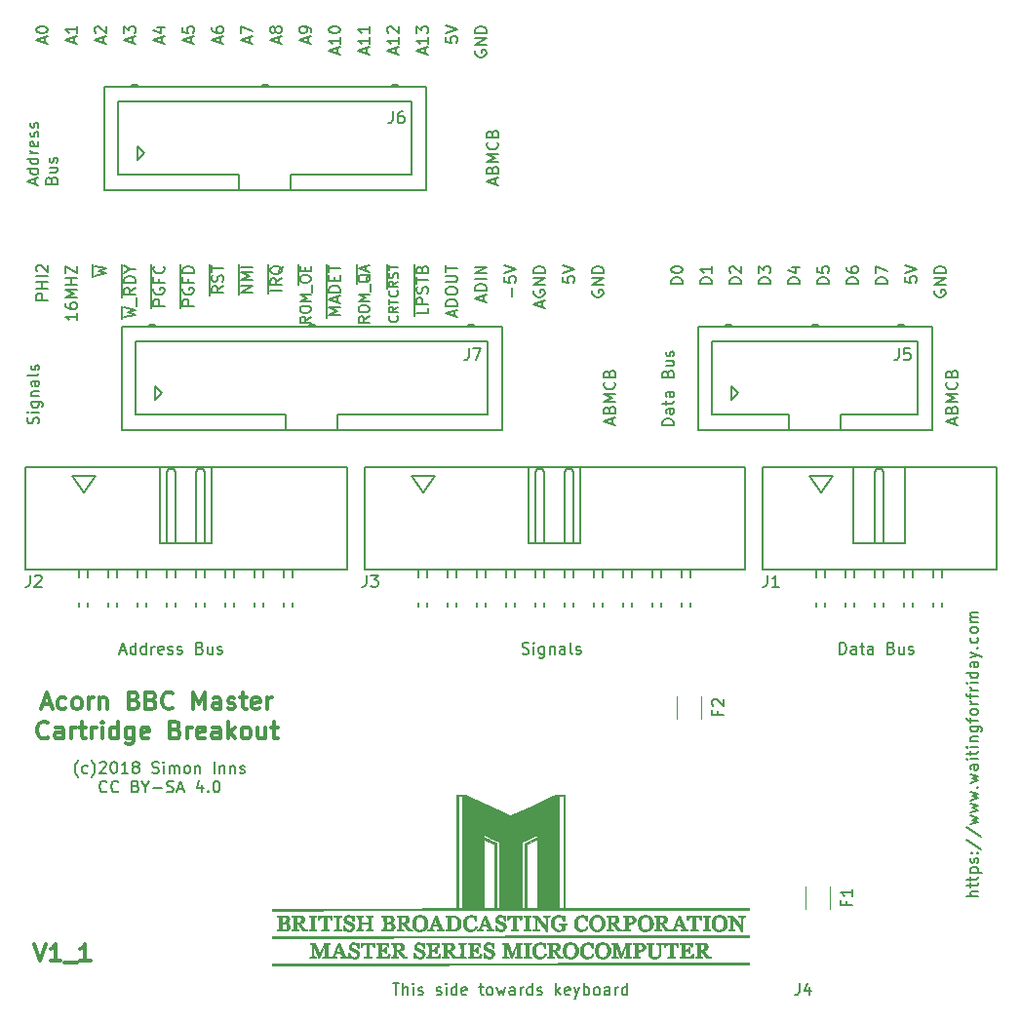
<source format=gbr>
G04 #@! TF.FileFunction,Legend,Top*
%FSLAX46Y46*%
G04 Gerber Fmt 4.6, Leading zero omitted, Abs format (unit mm)*
G04 Created by KiCad (PCBNEW 4.0.7) date 05/07/18 09:37:08*
%MOMM*%
%LPD*%
G01*
G04 APERTURE LIST*
%ADD10C,0.100000*%
%ADD11C,0.300000*%
%ADD12C,0.150000*%
%ADD13C,0.010000*%
%ADD14C,0.120000*%
G04 APERTURE END LIST*
D10*
D11*
X100116001Y-130750571D02*
X100616001Y-132250571D01*
X101116001Y-130750571D01*
X102401715Y-132250571D02*
X101544572Y-132250571D01*
X101973144Y-132250571D02*
X101973144Y-130750571D01*
X101830287Y-130964857D01*
X101687429Y-131107714D01*
X101544572Y-131179143D01*
X102687429Y-132393429D02*
X103830286Y-132393429D01*
X104973143Y-132250571D02*
X104116000Y-132250571D01*
X104544572Y-132250571D02*
X104544572Y-130750571D01*
X104401715Y-130964857D01*
X104258857Y-131107714D01*
X104116000Y-131179143D01*
D12*
X179998667Y-85621524D02*
X179998667Y-85145333D01*
X180284381Y-85716762D02*
X179284381Y-85383429D01*
X180284381Y-85050095D01*
X179760571Y-84383428D02*
X179808190Y-84240571D01*
X179855810Y-84192952D01*
X179951048Y-84145333D01*
X180093905Y-84145333D01*
X180189143Y-84192952D01*
X180236762Y-84240571D01*
X180284381Y-84335809D01*
X180284381Y-84716762D01*
X179284381Y-84716762D01*
X179284381Y-84383428D01*
X179332000Y-84288190D01*
X179379619Y-84240571D01*
X179474857Y-84192952D01*
X179570095Y-84192952D01*
X179665333Y-84240571D01*
X179712952Y-84288190D01*
X179760571Y-84383428D01*
X179760571Y-84716762D01*
X180284381Y-83716762D02*
X179284381Y-83716762D01*
X179998667Y-83383428D01*
X179284381Y-83050095D01*
X180284381Y-83050095D01*
X180189143Y-82002476D02*
X180236762Y-82050095D01*
X180284381Y-82192952D01*
X180284381Y-82288190D01*
X180236762Y-82431048D01*
X180141524Y-82526286D01*
X180046286Y-82573905D01*
X179855810Y-82621524D01*
X179712952Y-82621524D01*
X179522476Y-82573905D01*
X179427238Y-82526286D01*
X179332000Y-82431048D01*
X179284381Y-82288190D01*
X179284381Y-82192952D01*
X179332000Y-82050095D01*
X179379619Y-82002476D01*
X179760571Y-81240571D02*
X179808190Y-81097714D01*
X179855810Y-81050095D01*
X179951048Y-81002476D01*
X180093905Y-81002476D01*
X180189143Y-81050095D01*
X180236762Y-81097714D01*
X180284381Y-81192952D01*
X180284381Y-81573905D01*
X179284381Y-81573905D01*
X179284381Y-81240571D01*
X179332000Y-81145333D01*
X179379619Y-81097714D01*
X179474857Y-81050095D01*
X179570095Y-81050095D01*
X179665333Y-81097714D01*
X179712952Y-81145333D01*
X179760571Y-81240571D01*
X179760571Y-81573905D01*
X150280667Y-85621524D02*
X150280667Y-85145333D01*
X150566381Y-85716762D02*
X149566381Y-85383429D01*
X150566381Y-85050095D01*
X150042571Y-84383428D02*
X150090190Y-84240571D01*
X150137810Y-84192952D01*
X150233048Y-84145333D01*
X150375905Y-84145333D01*
X150471143Y-84192952D01*
X150518762Y-84240571D01*
X150566381Y-84335809D01*
X150566381Y-84716762D01*
X149566381Y-84716762D01*
X149566381Y-84383428D01*
X149614000Y-84288190D01*
X149661619Y-84240571D01*
X149756857Y-84192952D01*
X149852095Y-84192952D01*
X149947333Y-84240571D01*
X149994952Y-84288190D01*
X150042571Y-84383428D01*
X150042571Y-84716762D01*
X150566381Y-83716762D02*
X149566381Y-83716762D01*
X150280667Y-83383428D01*
X149566381Y-83050095D01*
X150566381Y-83050095D01*
X150471143Y-82002476D02*
X150518762Y-82050095D01*
X150566381Y-82192952D01*
X150566381Y-82288190D01*
X150518762Y-82431048D01*
X150423524Y-82526286D01*
X150328286Y-82573905D01*
X150137810Y-82621524D01*
X149994952Y-82621524D01*
X149804476Y-82573905D01*
X149709238Y-82526286D01*
X149614000Y-82431048D01*
X149566381Y-82288190D01*
X149566381Y-82192952D01*
X149614000Y-82050095D01*
X149661619Y-82002476D01*
X150042571Y-81240571D02*
X150090190Y-81097714D01*
X150137810Y-81050095D01*
X150233048Y-81002476D01*
X150375905Y-81002476D01*
X150471143Y-81050095D01*
X150518762Y-81097714D01*
X150566381Y-81192952D01*
X150566381Y-81573905D01*
X149566381Y-81573905D01*
X149566381Y-81240571D01*
X149614000Y-81145333D01*
X149661619Y-81097714D01*
X149756857Y-81050095D01*
X149852095Y-81050095D01*
X149947333Y-81097714D01*
X149994952Y-81145333D01*
X150042571Y-81240571D01*
X150042571Y-81573905D01*
X140120667Y-64793524D02*
X140120667Y-64317333D01*
X140406381Y-64888762D02*
X139406381Y-64555429D01*
X140406381Y-64222095D01*
X139882571Y-63555428D02*
X139930190Y-63412571D01*
X139977810Y-63364952D01*
X140073048Y-63317333D01*
X140215905Y-63317333D01*
X140311143Y-63364952D01*
X140358762Y-63412571D01*
X140406381Y-63507809D01*
X140406381Y-63888762D01*
X139406381Y-63888762D01*
X139406381Y-63555428D01*
X139454000Y-63460190D01*
X139501619Y-63412571D01*
X139596857Y-63364952D01*
X139692095Y-63364952D01*
X139787333Y-63412571D01*
X139834952Y-63460190D01*
X139882571Y-63555428D01*
X139882571Y-63888762D01*
X140406381Y-62888762D02*
X139406381Y-62888762D01*
X140120667Y-62555428D01*
X139406381Y-62222095D01*
X140406381Y-62222095D01*
X140311143Y-61174476D02*
X140358762Y-61222095D01*
X140406381Y-61364952D01*
X140406381Y-61460190D01*
X140358762Y-61603048D01*
X140263524Y-61698286D01*
X140168286Y-61745905D01*
X139977810Y-61793524D01*
X139834952Y-61793524D01*
X139644476Y-61745905D01*
X139549238Y-61698286D01*
X139454000Y-61603048D01*
X139406381Y-61460190D01*
X139406381Y-61364952D01*
X139454000Y-61222095D01*
X139501619Y-61174476D01*
X139882571Y-60412571D02*
X139930190Y-60269714D01*
X139977810Y-60222095D01*
X140073048Y-60174476D01*
X140215905Y-60174476D01*
X140311143Y-60222095D01*
X140358762Y-60269714D01*
X140406381Y-60364952D01*
X140406381Y-60745905D01*
X139406381Y-60745905D01*
X139406381Y-60412571D01*
X139454000Y-60317333D01*
X139501619Y-60269714D01*
X139596857Y-60222095D01*
X139692095Y-60222095D01*
X139787333Y-60269714D01*
X139834952Y-60317333D01*
X139882571Y-60412571D01*
X139882571Y-60745905D01*
X156408381Y-73469286D02*
X155408381Y-73469286D01*
X155408381Y-73231191D01*
X155456000Y-73088333D01*
X155551238Y-72993095D01*
X155646476Y-72945476D01*
X155836952Y-72897857D01*
X155979810Y-72897857D01*
X156170286Y-72945476D01*
X156265524Y-72993095D01*
X156360762Y-73088333D01*
X156408381Y-73231191D01*
X156408381Y-73469286D01*
X155408381Y-72278810D02*
X155408381Y-72183571D01*
X155456000Y-72088333D01*
X155503619Y-72040714D01*
X155598857Y-71993095D01*
X155789333Y-71945476D01*
X156027429Y-71945476D01*
X156217905Y-71993095D01*
X156313143Y-72040714D01*
X156360762Y-72088333D01*
X156408381Y-72183571D01*
X156408381Y-72278810D01*
X156360762Y-72374048D01*
X156313143Y-72421667D01*
X156217905Y-72469286D01*
X156027429Y-72516905D01*
X155789333Y-72516905D01*
X155598857Y-72469286D01*
X155503619Y-72421667D01*
X155456000Y-72374048D01*
X155408381Y-72278810D01*
X148598000Y-74040714D02*
X148550381Y-74135952D01*
X148550381Y-74278809D01*
X148598000Y-74421667D01*
X148693238Y-74516905D01*
X148788476Y-74564524D01*
X148978952Y-74612143D01*
X149121810Y-74612143D01*
X149312286Y-74564524D01*
X149407524Y-74516905D01*
X149502762Y-74421667D01*
X149550381Y-74278809D01*
X149550381Y-74183571D01*
X149502762Y-74040714D01*
X149455143Y-73993095D01*
X149121810Y-73993095D01*
X149121810Y-74183571D01*
X149550381Y-73564524D02*
X148550381Y-73564524D01*
X149550381Y-72993095D01*
X148550381Y-72993095D01*
X149550381Y-72516905D02*
X148550381Y-72516905D01*
X148550381Y-72278810D01*
X148598000Y-72135952D01*
X148693238Y-72040714D01*
X148788476Y-71993095D01*
X148978952Y-71945476D01*
X149121810Y-71945476D01*
X149312286Y-71993095D01*
X149407524Y-72040714D01*
X149502762Y-72135952D01*
X149550381Y-72278810D01*
X149550381Y-72516905D01*
X146010381Y-72850238D02*
X146010381Y-73326429D01*
X146486571Y-73374048D01*
X146438952Y-73326429D01*
X146391333Y-73231191D01*
X146391333Y-72993095D01*
X146438952Y-72897857D01*
X146486571Y-72850238D01*
X146581810Y-72802619D01*
X146819905Y-72802619D01*
X146915143Y-72850238D01*
X146962762Y-72897857D01*
X147010381Y-72993095D01*
X147010381Y-73231191D01*
X146962762Y-73326429D01*
X146915143Y-73374048D01*
X146010381Y-72516905D02*
X147010381Y-72183572D01*
X146010381Y-71850238D01*
X144184667Y-75469286D02*
X144184667Y-74993095D01*
X144470381Y-75564524D02*
X143470381Y-75231191D01*
X144470381Y-74897857D01*
X143518000Y-74040714D02*
X143470381Y-74135952D01*
X143470381Y-74278809D01*
X143518000Y-74421667D01*
X143613238Y-74516905D01*
X143708476Y-74564524D01*
X143898952Y-74612143D01*
X144041810Y-74612143D01*
X144232286Y-74564524D01*
X144327524Y-74516905D01*
X144422762Y-74421667D01*
X144470381Y-74278809D01*
X144470381Y-74183571D01*
X144422762Y-74040714D01*
X144375143Y-73993095D01*
X144041810Y-73993095D01*
X144041810Y-74183571D01*
X144470381Y-73564524D02*
X143470381Y-73564524D01*
X144470381Y-72993095D01*
X143470381Y-72993095D01*
X144470381Y-72516905D02*
X143470381Y-72516905D01*
X143470381Y-72278810D01*
X143518000Y-72135952D01*
X143613238Y-72040714D01*
X143708476Y-71993095D01*
X143898952Y-71945476D01*
X144041810Y-71945476D01*
X144232286Y-71993095D01*
X144327524Y-72040714D01*
X144422762Y-72135952D01*
X144470381Y-72278810D01*
X144470381Y-72516905D01*
X141549429Y-74564524D02*
X141549429Y-73802619D01*
X140930381Y-72850238D02*
X140930381Y-73326429D01*
X141406571Y-73374048D01*
X141358952Y-73326429D01*
X141311333Y-73231191D01*
X141311333Y-72993095D01*
X141358952Y-72897857D01*
X141406571Y-72850238D01*
X141501810Y-72802619D01*
X141739905Y-72802619D01*
X141835143Y-72850238D01*
X141882762Y-72897857D01*
X141930381Y-72993095D01*
X141930381Y-73231191D01*
X141882762Y-73326429D01*
X141835143Y-73374048D01*
X140930381Y-72516905D02*
X141930381Y-72183572D01*
X140930381Y-71850238D01*
X139104667Y-74945476D02*
X139104667Y-74469285D01*
X139390381Y-75040714D02*
X138390381Y-74707381D01*
X139390381Y-74374047D01*
X139390381Y-74040714D02*
X138390381Y-74040714D01*
X138390381Y-73802619D01*
X138438000Y-73659761D01*
X138533238Y-73564523D01*
X138628476Y-73516904D01*
X138818952Y-73469285D01*
X138961810Y-73469285D01*
X139152286Y-73516904D01*
X139247524Y-73564523D01*
X139342762Y-73659761D01*
X139390381Y-73802619D01*
X139390381Y-74040714D01*
X139390381Y-73040714D02*
X138390381Y-73040714D01*
X139390381Y-72564524D02*
X138390381Y-72564524D01*
X139390381Y-71993095D01*
X138390381Y-71993095D01*
X136564667Y-76278810D02*
X136564667Y-75802619D01*
X136850381Y-76374048D02*
X135850381Y-76040715D01*
X136850381Y-75707381D01*
X136850381Y-75374048D02*
X135850381Y-75374048D01*
X135850381Y-75135953D01*
X135898000Y-74993095D01*
X135993238Y-74897857D01*
X136088476Y-74850238D01*
X136278952Y-74802619D01*
X136421810Y-74802619D01*
X136612286Y-74850238D01*
X136707524Y-74897857D01*
X136802762Y-74993095D01*
X136850381Y-75135953D01*
X136850381Y-75374048D01*
X135850381Y-74183572D02*
X135850381Y-73993095D01*
X135898000Y-73897857D01*
X135993238Y-73802619D01*
X136183714Y-73755000D01*
X136517048Y-73755000D01*
X136707524Y-73802619D01*
X136802762Y-73897857D01*
X136850381Y-73993095D01*
X136850381Y-74183572D01*
X136802762Y-74278810D01*
X136707524Y-74374048D01*
X136517048Y-74421667D01*
X136183714Y-74421667D01*
X135993238Y-74374048D01*
X135898000Y-74278810D01*
X135850381Y-74183572D01*
X135850381Y-73326429D02*
X136659905Y-73326429D01*
X136755143Y-73278810D01*
X136802762Y-73231191D01*
X136850381Y-73135953D01*
X136850381Y-72945476D01*
X136802762Y-72850238D01*
X136755143Y-72802619D01*
X136659905Y-72755000D01*
X135850381Y-72755000D01*
X135850381Y-72421667D02*
X135850381Y-71850238D01*
X136850381Y-72135953D02*
X135850381Y-72135953D01*
X134310381Y-75564524D02*
X134310381Y-76040715D01*
X133310381Y-76040715D01*
X134310381Y-75231191D02*
X133310381Y-75231191D01*
X133310381Y-74850238D01*
X133358000Y-74755000D01*
X133405619Y-74707381D01*
X133500857Y-74659762D01*
X133643714Y-74659762D01*
X133738952Y-74707381D01*
X133786571Y-74755000D01*
X133834190Y-74850238D01*
X133834190Y-75231191D01*
X134262762Y-74278810D02*
X134310381Y-74135953D01*
X134310381Y-73897857D01*
X134262762Y-73802619D01*
X134215143Y-73755000D01*
X134119905Y-73707381D01*
X134024667Y-73707381D01*
X133929429Y-73755000D01*
X133881810Y-73802619D01*
X133834190Y-73897857D01*
X133786571Y-74088334D01*
X133738952Y-74183572D01*
X133691333Y-74231191D01*
X133596095Y-74278810D01*
X133500857Y-74278810D01*
X133405619Y-74231191D01*
X133358000Y-74183572D01*
X133310381Y-74088334D01*
X133310381Y-73850238D01*
X133358000Y-73707381D01*
X133310381Y-73421667D02*
X133310381Y-72850238D01*
X134310381Y-73135953D02*
X133310381Y-73135953D01*
X133786571Y-72183571D02*
X133834190Y-72040714D01*
X133881810Y-71993095D01*
X133977048Y-71945476D01*
X134119905Y-71945476D01*
X134215143Y-71993095D01*
X134262762Y-72040714D01*
X134310381Y-72135952D01*
X134310381Y-72516905D01*
X133310381Y-72516905D01*
X133310381Y-72183571D01*
X133358000Y-72088333D01*
X133405619Y-72040714D01*
X133500857Y-71993095D01*
X133596095Y-71993095D01*
X133691333Y-72040714D01*
X133738952Y-72088333D01*
X133786571Y-72183571D01*
X133786571Y-72516905D01*
X133138000Y-76278810D02*
X133138000Y-71755000D01*
X131603714Y-76288334D02*
X131641810Y-76326429D01*
X131679905Y-76440715D01*
X131679905Y-76516905D01*
X131641810Y-76631191D01*
X131565619Y-76707382D01*
X131489429Y-76745477D01*
X131337048Y-76783572D01*
X131222762Y-76783572D01*
X131070381Y-76745477D01*
X130994190Y-76707382D01*
X130918000Y-76631191D01*
X130879905Y-76516905D01*
X130879905Y-76440715D01*
X130918000Y-76326429D01*
X130956095Y-76288334D01*
X131679905Y-75488334D02*
X131298952Y-75755001D01*
X131679905Y-75945477D02*
X130879905Y-75945477D01*
X130879905Y-75640715D01*
X130918000Y-75564524D01*
X130956095Y-75526429D01*
X131032286Y-75488334D01*
X131146571Y-75488334D01*
X131222762Y-75526429D01*
X131260857Y-75564524D01*
X131298952Y-75640715D01*
X131298952Y-75945477D01*
X130879905Y-75259763D02*
X130879905Y-74802620D01*
X131679905Y-75031191D02*
X130879905Y-75031191D01*
X131603714Y-74078810D02*
X131641810Y-74116905D01*
X131679905Y-74231191D01*
X131679905Y-74307381D01*
X131641810Y-74421667D01*
X131565619Y-74497858D01*
X131489429Y-74535953D01*
X131337048Y-74574048D01*
X131222762Y-74574048D01*
X131070381Y-74535953D01*
X130994190Y-74497858D01*
X130918000Y-74421667D01*
X130879905Y-74307381D01*
X130879905Y-74231191D01*
X130918000Y-74116905D01*
X130956095Y-74078810D01*
X131679905Y-73278810D02*
X131298952Y-73545477D01*
X131679905Y-73735953D02*
X130879905Y-73735953D01*
X130879905Y-73431191D01*
X130918000Y-73355000D01*
X130956095Y-73316905D01*
X131032286Y-73278810D01*
X131146571Y-73278810D01*
X131222762Y-73316905D01*
X131260857Y-73355000D01*
X131298952Y-73431191D01*
X131298952Y-73735953D01*
X131641810Y-72974048D02*
X131679905Y-72859762D01*
X131679905Y-72669286D01*
X131641810Y-72593096D01*
X131603714Y-72555000D01*
X131527524Y-72516905D01*
X131451333Y-72516905D01*
X131375143Y-72555000D01*
X131337048Y-72593096D01*
X131298952Y-72669286D01*
X131260857Y-72821667D01*
X131222762Y-72897858D01*
X131184667Y-72935953D01*
X131108476Y-72974048D01*
X131032286Y-72974048D01*
X130956095Y-72935953D01*
X130918000Y-72897858D01*
X130879905Y-72821667D01*
X130879905Y-72631191D01*
X130918000Y-72516905D01*
X130879905Y-72288334D02*
X130879905Y-71831191D01*
X131679905Y-72059762D02*
X130879905Y-72059762D01*
X130742000Y-73926429D02*
X130742000Y-71755000D01*
X129185143Y-76297857D02*
X128756571Y-76597857D01*
X129185143Y-76812142D02*
X128285143Y-76812142D01*
X128285143Y-76469285D01*
X128328000Y-76383571D01*
X128370857Y-76340714D01*
X128456571Y-76297857D01*
X128585143Y-76297857D01*
X128670857Y-76340714D01*
X128713714Y-76383571D01*
X128756571Y-76469285D01*
X128756571Y-76812142D01*
X128285143Y-75740714D02*
X128285143Y-75569285D01*
X128328000Y-75483571D01*
X128413714Y-75397857D01*
X128585143Y-75354999D01*
X128885143Y-75354999D01*
X129056571Y-75397857D01*
X129142286Y-75483571D01*
X129185143Y-75569285D01*
X129185143Y-75740714D01*
X129142286Y-75826428D01*
X129056571Y-75912142D01*
X128885143Y-75954999D01*
X128585143Y-75954999D01*
X128413714Y-75912142D01*
X128328000Y-75826428D01*
X128285143Y-75740714D01*
X129185143Y-74969285D02*
X128285143Y-74969285D01*
X128928000Y-74669285D01*
X128285143Y-74369285D01*
X129185143Y-74369285D01*
X129270857Y-74155000D02*
X129270857Y-73469286D01*
X129270857Y-72655000D02*
X129228000Y-72740715D01*
X129142286Y-72826429D01*
X129013714Y-72955000D01*
X128970857Y-73040715D01*
X128970857Y-73126429D01*
X129185143Y-73083572D02*
X129142286Y-73169286D01*
X129056571Y-73255000D01*
X128885143Y-73297857D01*
X128585143Y-73297857D01*
X128413714Y-73255000D01*
X128328000Y-73169286D01*
X128285143Y-73083572D01*
X128285143Y-72912143D01*
X128328000Y-72826429D01*
X128413714Y-72740715D01*
X128585143Y-72697857D01*
X128885143Y-72697857D01*
X129056571Y-72740715D01*
X129142286Y-72826429D01*
X129185143Y-72912143D01*
X129185143Y-73083572D01*
X128928000Y-72355000D02*
X128928000Y-71926429D01*
X129185143Y-72440715D02*
X128285143Y-72140715D01*
X129185143Y-71840715D01*
X128130000Y-73469286D02*
X128130000Y-71755000D01*
X126690381Y-76183572D02*
X125690381Y-76183572D01*
X126404667Y-75850238D01*
X125690381Y-75516905D01*
X126690381Y-75516905D01*
X126404667Y-75088334D02*
X126404667Y-74612143D01*
X126690381Y-75183572D02*
X125690381Y-74850239D01*
X126690381Y-74516905D01*
X126690381Y-74183572D02*
X125690381Y-74183572D01*
X125690381Y-73945477D01*
X125738000Y-73802619D01*
X125833238Y-73707381D01*
X125928476Y-73659762D01*
X126118952Y-73612143D01*
X126261810Y-73612143D01*
X126452286Y-73659762D01*
X126547524Y-73707381D01*
X126642762Y-73802619D01*
X126690381Y-73945477D01*
X126690381Y-74183572D01*
X126166571Y-73183572D02*
X126166571Y-72850238D01*
X126690381Y-72707381D02*
X126690381Y-73183572D01*
X125690381Y-73183572D01*
X125690381Y-72707381D01*
X125690381Y-72421667D02*
X125690381Y-71850238D01*
X126690381Y-72135953D02*
X125690381Y-72135953D01*
X125518000Y-76421667D02*
X125518000Y-71755000D01*
X124105143Y-76340714D02*
X123676571Y-76640714D01*
X124105143Y-76854999D02*
X123205143Y-76854999D01*
X123205143Y-76512142D01*
X123248000Y-76426428D01*
X123290857Y-76383571D01*
X123376571Y-76340714D01*
X123505143Y-76340714D01*
X123590857Y-76383571D01*
X123633714Y-76426428D01*
X123676571Y-76512142D01*
X123676571Y-76854999D01*
X123205143Y-75783571D02*
X123205143Y-75612142D01*
X123248000Y-75526428D01*
X123333714Y-75440714D01*
X123505143Y-75397856D01*
X123805143Y-75397856D01*
X123976571Y-75440714D01*
X124062286Y-75526428D01*
X124105143Y-75612142D01*
X124105143Y-75783571D01*
X124062286Y-75869285D01*
X123976571Y-75954999D01*
X123805143Y-75997856D01*
X123505143Y-75997856D01*
X123333714Y-75954999D01*
X123248000Y-75869285D01*
X123205143Y-75783571D01*
X124105143Y-75012142D02*
X123205143Y-75012142D01*
X123848000Y-74712142D01*
X123205143Y-74412142D01*
X124105143Y-74412142D01*
X124190857Y-74197857D02*
X124190857Y-73512143D01*
X123205143Y-73126429D02*
X123205143Y-72955000D01*
X123248000Y-72869286D01*
X123333714Y-72783572D01*
X123505143Y-72740714D01*
X123805143Y-72740714D01*
X123976571Y-72783572D01*
X124062286Y-72869286D01*
X124105143Y-72955000D01*
X124105143Y-73126429D01*
X124062286Y-73212143D01*
X123976571Y-73297857D01*
X123805143Y-73340714D01*
X123505143Y-73340714D01*
X123333714Y-73297857D01*
X123248000Y-73212143D01*
X123205143Y-73126429D01*
X123633714Y-72355000D02*
X123633714Y-72055000D01*
X124105143Y-71926429D02*
X124105143Y-72355000D01*
X123205143Y-72355000D01*
X123205143Y-71926429D01*
X123050000Y-73512143D02*
X123050000Y-71755000D01*
X121610381Y-74040714D02*
X120610381Y-74040714D01*
X121610381Y-72993095D02*
X121134190Y-73326429D01*
X121610381Y-73564524D02*
X120610381Y-73564524D01*
X120610381Y-73183571D01*
X120658000Y-73088333D01*
X120705619Y-73040714D01*
X120800857Y-72993095D01*
X120943714Y-72993095D01*
X121038952Y-73040714D01*
X121086571Y-73088333D01*
X121134190Y-73183571D01*
X121134190Y-73564524D01*
X121705619Y-71897857D02*
X121658000Y-71993095D01*
X121562762Y-72088333D01*
X121419905Y-72231190D01*
X121372286Y-72326429D01*
X121372286Y-72421667D01*
X121610381Y-72374048D02*
X121562762Y-72469286D01*
X121467524Y-72564524D01*
X121277048Y-72612143D01*
X120943714Y-72612143D01*
X120753238Y-72564524D01*
X120658000Y-72469286D01*
X120610381Y-72374048D01*
X120610381Y-72183571D01*
X120658000Y-72088333D01*
X120753238Y-71993095D01*
X120943714Y-71945476D01*
X121277048Y-71945476D01*
X121467524Y-71993095D01*
X121562762Y-72088333D01*
X121610381Y-72183571D01*
X121610381Y-72374048D01*
X120438000Y-74278809D02*
X120438000Y-71755000D01*
X119070381Y-74183571D02*
X118070381Y-74183571D01*
X119070381Y-73612142D01*
X118070381Y-73612142D01*
X119070381Y-73135952D02*
X118070381Y-73135952D01*
X118784667Y-72802618D01*
X118070381Y-72469285D01*
X119070381Y-72469285D01*
X119070381Y-71993095D02*
X118070381Y-71993095D01*
X117898000Y-74421666D02*
X117898000Y-71755000D01*
X116530381Y-73659762D02*
X116054190Y-73993096D01*
X116530381Y-74231191D02*
X115530381Y-74231191D01*
X115530381Y-73850238D01*
X115578000Y-73755000D01*
X115625619Y-73707381D01*
X115720857Y-73659762D01*
X115863714Y-73659762D01*
X115958952Y-73707381D01*
X116006571Y-73755000D01*
X116054190Y-73850238D01*
X116054190Y-74231191D01*
X116482762Y-73278810D02*
X116530381Y-73135953D01*
X116530381Y-72897857D01*
X116482762Y-72802619D01*
X116435143Y-72755000D01*
X116339905Y-72707381D01*
X116244667Y-72707381D01*
X116149429Y-72755000D01*
X116101810Y-72802619D01*
X116054190Y-72897857D01*
X116006571Y-73088334D01*
X115958952Y-73183572D01*
X115911333Y-73231191D01*
X115816095Y-73278810D01*
X115720857Y-73278810D01*
X115625619Y-73231191D01*
X115578000Y-73183572D01*
X115530381Y-73088334D01*
X115530381Y-72850238D01*
X115578000Y-72707381D01*
X115530381Y-72421667D02*
X115530381Y-71850238D01*
X116530381Y-72135953D02*
X115530381Y-72135953D01*
X115358000Y-74469286D02*
X115358000Y-71755000D01*
X113990381Y-75374048D02*
X112990381Y-75374048D01*
X112990381Y-74993095D01*
X113038000Y-74897857D01*
X113085619Y-74850238D01*
X113180857Y-74802619D01*
X113323714Y-74802619D01*
X113418952Y-74850238D01*
X113466571Y-74897857D01*
X113514190Y-74993095D01*
X113514190Y-75374048D01*
X113038000Y-73850238D02*
X112990381Y-73945476D01*
X112990381Y-74088333D01*
X113038000Y-74231191D01*
X113133238Y-74326429D01*
X113228476Y-74374048D01*
X113418952Y-74421667D01*
X113561810Y-74421667D01*
X113752286Y-74374048D01*
X113847524Y-74326429D01*
X113942762Y-74231191D01*
X113990381Y-74088333D01*
X113990381Y-73993095D01*
X113942762Y-73850238D01*
X113895143Y-73802619D01*
X113561810Y-73802619D01*
X113561810Y-73993095D01*
X113466571Y-73040714D02*
X113466571Y-73374048D01*
X113990381Y-73374048D02*
X112990381Y-73374048D01*
X112990381Y-72897857D01*
X113990381Y-72516905D02*
X112990381Y-72516905D01*
X112990381Y-72278810D01*
X113038000Y-72135952D01*
X113133238Y-72040714D01*
X113228476Y-71993095D01*
X113418952Y-71945476D01*
X113561810Y-71945476D01*
X113752286Y-71993095D01*
X113847524Y-72040714D01*
X113942762Y-72135952D01*
X113990381Y-72278810D01*
X113990381Y-72516905D01*
X112818000Y-75612143D02*
X112818000Y-71755000D01*
X111450381Y-75374048D02*
X110450381Y-75374048D01*
X110450381Y-74993095D01*
X110498000Y-74897857D01*
X110545619Y-74850238D01*
X110640857Y-74802619D01*
X110783714Y-74802619D01*
X110878952Y-74850238D01*
X110926571Y-74897857D01*
X110974190Y-74993095D01*
X110974190Y-75374048D01*
X110498000Y-73850238D02*
X110450381Y-73945476D01*
X110450381Y-74088333D01*
X110498000Y-74231191D01*
X110593238Y-74326429D01*
X110688476Y-74374048D01*
X110878952Y-74421667D01*
X111021810Y-74421667D01*
X111212286Y-74374048D01*
X111307524Y-74326429D01*
X111402762Y-74231191D01*
X111450381Y-74088333D01*
X111450381Y-73993095D01*
X111402762Y-73850238D01*
X111355143Y-73802619D01*
X111021810Y-73802619D01*
X111021810Y-73993095D01*
X110926571Y-73040714D02*
X110926571Y-73374048D01*
X111450381Y-73374048D02*
X110450381Y-73374048D01*
X110450381Y-72897857D01*
X111355143Y-71945476D02*
X111402762Y-71993095D01*
X111450381Y-72135952D01*
X111450381Y-72231190D01*
X111402762Y-72374048D01*
X111307524Y-72469286D01*
X111212286Y-72516905D01*
X111021810Y-72564524D01*
X110878952Y-72564524D01*
X110688476Y-72516905D01*
X110593238Y-72469286D01*
X110498000Y-72374048D01*
X110450381Y-72231190D01*
X110450381Y-72135952D01*
X110498000Y-71993095D01*
X110545619Y-71945476D01*
X110278000Y-75612143D02*
X110278000Y-71755000D01*
X107910381Y-76374048D02*
X108910381Y-76135953D01*
X108196095Y-75945476D01*
X108910381Y-75755000D01*
X107910381Y-75516905D01*
X107738000Y-76516905D02*
X107738000Y-75374048D01*
X109005619Y-75374048D02*
X109005619Y-74612143D01*
X108910381Y-73802619D02*
X108434190Y-74135953D01*
X108910381Y-74374048D02*
X107910381Y-74374048D01*
X107910381Y-73993095D01*
X107958000Y-73897857D01*
X108005619Y-73850238D01*
X108100857Y-73802619D01*
X108243714Y-73802619D01*
X108338952Y-73850238D01*
X108386571Y-73897857D01*
X108434190Y-73993095D01*
X108434190Y-74374048D01*
X108910381Y-73374048D02*
X107910381Y-73374048D01*
X107910381Y-73135953D01*
X107958000Y-72993095D01*
X108053238Y-72897857D01*
X108148476Y-72850238D01*
X108338952Y-72802619D01*
X108481810Y-72802619D01*
X108672286Y-72850238D01*
X108767524Y-72897857D01*
X108862762Y-72993095D01*
X108910381Y-73135953D01*
X108910381Y-73374048D01*
X108434190Y-72183572D02*
X108910381Y-72183572D01*
X107910381Y-72516905D02*
X108434190Y-72183572D01*
X107910381Y-71850238D01*
X107738000Y-74612143D02*
X107738000Y-71755000D01*
X105370381Y-72755000D02*
X106370381Y-72516905D01*
X105656095Y-72326428D01*
X106370381Y-72135952D01*
X105370381Y-71897857D01*
X105198000Y-72897857D02*
X105198000Y-71755000D01*
X103830381Y-76040714D02*
X103830381Y-76612143D01*
X103830381Y-76326429D02*
X102830381Y-76326429D01*
X102973238Y-76421667D01*
X103068476Y-76516905D01*
X103116095Y-76612143D01*
X102830381Y-75183571D02*
X102830381Y-75374048D01*
X102878000Y-75469286D01*
X102925619Y-75516905D01*
X103068476Y-75612143D01*
X103258952Y-75659762D01*
X103639905Y-75659762D01*
X103735143Y-75612143D01*
X103782762Y-75564524D01*
X103830381Y-75469286D01*
X103830381Y-75278809D01*
X103782762Y-75183571D01*
X103735143Y-75135952D01*
X103639905Y-75088333D01*
X103401810Y-75088333D01*
X103306571Y-75135952D01*
X103258952Y-75183571D01*
X103211333Y-75278809D01*
X103211333Y-75469286D01*
X103258952Y-75564524D01*
X103306571Y-75612143D01*
X103401810Y-75659762D01*
X103830381Y-74659762D02*
X102830381Y-74659762D01*
X103544667Y-74326428D01*
X102830381Y-73993095D01*
X103830381Y-73993095D01*
X103830381Y-73516905D02*
X102830381Y-73516905D01*
X103306571Y-73516905D02*
X103306571Y-72945476D01*
X103830381Y-72945476D02*
X102830381Y-72945476D01*
X102830381Y-72564524D02*
X102830381Y-71897857D01*
X103830381Y-72564524D01*
X103830381Y-71897857D01*
X101290381Y-74866095D02*
X100290381Y-74866095D01*
X100290381Y-74485142D01*
X100338000Y-74389904D01*
X100385619Y-74342285D01*
X100480857Y-74294666D01*
X100623714Y-74294666D01*
X100718952Y-74342285D01*
X100766571Y-74389904D01*
X100814190Y-74485142D01*
X100814190Y-74866095D01*
X101290381Y-73866095D02*
X100290381Y-73866095D01*
X100766571Y-73866095D02*
X100766571Y-73294666D01*
X101290381Y-73294666D02*
X100290381Y-73294666D01*
X101290381Y-72818476D02*
X100290381Y-72818476D01*
X100385619Y-72389905D02*
X100338000Y-72342286D01*
X100290381Y-72247048D01*
X100290381Y-72008952D01*
X100338000Y-71913714D01*
X100385619Y-71866095D01*
X100480857Y-71818476D01*
X100576095Y-71818476D01*
X100718952Y-71866095D01*
X101290381Y-72437524D01*
X101290381Y-71818476D01*
X158948381Y-73469286D02*
X157948381Y-73469286D01*
X157948381Y-73231191D01*
X157996000Y-73088333D01*
X158091238Y-72993095D01*
X158186476Y-72945476D01*
X158376952Y-72897857D01*
X158519810Y-72897857D01*
X158710286Y-72945476D01*
X158805524Y-72993095D01*
X158900762Y-73088333D01*
X158948381Y-73231191D01*
X158948381Y-73469286D01*
X158948381Y-71945476D02*
X158948381Y-72516905D01*
X158948381Y-72231191D02*
X157948381Y-72231191D01*
X158091238Y-72326429D01*
X158186476Y-72421667D01*
X158234095Y-72516905D01*
X161488381Y-73469286D02*
X160488381Y-73469286D01*
X160488381Y-73231191D01*
X160536000Y-73088333D01*
X160631238Y-72993095D01*
X160726476Y-72945476D01*
X160916952Y-72897857D01*
X161059810Y-72897857D01*
X161250286Y-72945476D01*
X161345524Y-72993095D01*
X161440762Y-73088333D01*
X161488381Y-73231191D01*
X161488381Y-73469286D01*
X160583619Y-72516905D02*
X160536000Y-72469286D01*
X160488381Y-72374048D01*
X160488381Y-72135952D01*
X160536000Y-72040714D01*
X160583619Y-71993095D01*
X160678857Y-71945476D01*
X160774095Y-71945476D01*
X160916952Y-71993095D01*
X161488381Y-72564524D01*
X161488381Y-71945476D01*
X164028381Y-73469286D02*
X163028381Y-73469286D01*
X163028381Y-73231191D01*
X163076000Y-73088333D01*
X163171238Y-72993095D01*
X163266476Y-72945476D01*
X163456952Y-72897857D01*
X163599810Y-72897857D01*
X163790286Y-72945476D01*
X163885524Y-72993095D01*
X163980762Y-73088333D01*
X164028381Y-73231191D01*
X164028381Y-73469286D01*
X163028381Y-72564524D02*
X163028381Y-71945476D01*
X163409333Y-72278810D01*
X163409333Y-72135952D01*
X163456952Y-72040714D01*
X163504571Y-71993095D01*
X163599810Y-71945476D01*
X163837905Y-71945476D01*
X163933143Y-71993095D01*
X163980762Y-72040714D01*
X164028381Y-72135952D01*
X164028381Y-72421667D01*
X163980762Y-72516905D01*
X163933143Y-72564524D01*
X166568381Y-73469286D02*
X165568381Y-73469286D01*
X165568381Y-73231191D01*
X165616000Y-73088333D01*
X165711238Y-72993095D01*
X165806476Y-72945476D01*
X165996952Y-72897857D01*
X166139810Y-72897857D01*
X166330286Y-72945476D01*
X166425524Y-72993095D01*
X166520762Y-73088333D01*
X166568381Y-73231191D01*
X166568381Y-73469286D01*
X165901714Y-72040714D02*
X166568381Y-72040714D01*
X165520762Y-72278810D02*
X166235048Y-72516905D01*
X166235048Y-71897857D01*
X169108381Y-73469286D02*
X168108381Y-73469286D01*
X168108381Y-73231191D01*
X168156000Y-73088333D01*
X168251238Y-72993095D01*
X168346476Y-72945476D01*
X168536952Y-72897857D01*
X168679810Y-72897857D01*
X168870286Y-72945476D01*
X168965524Y-72993095D01*
X169060762Y-73088333D01*
X169108381Y-73231191D01*
X169108381Y-73469286D01*
X168108381Y-71993095D02*
X168108381Y-72469286D01*
X168584571Y-72516905D01*
X168536952Y-72469286D01*
X168489333Y-72374048D01*
X168489333Y-72135952D01*
X168536952Y-72040714D01*
X168584571Y-71993095D01*
X168679810Y-71945476D01*
X168917905Y-71945476D01*
X169013143Y-71993095D01*
X169060762Y-72040714D01*
X169108381Y-72135952D01*
X169108381Y-72374048D01*
X169060762Y-72469286D01*
X169013143Y-72516905D01*
X171648381Y-73469286D02*
X170648381Y-73469286D01*
X170648381Y-73231191D01*
X170696000Y-73088333D01*
X170791238Y-72993095D01*
X170886476Y-72945476D01*
X171076952Y-72897857D01*
X171219810Y-72897857D01*
X171410286Y-72945476D01*
X171505524Y-72993095D01*
X171600762Y-73088333D01*
X171648381Y-73231191D01*
X171648381Y-73469286D01*
X170648381Y-72040714D02*
X170648381Y-72231191D01*
X170696000Y-72326429D01*
X170743619Y-72374048D01*
X170886476Y-72469286D01*
X171076952Y-72516905D01*
X171457905Y-72516905D01*
X171553143Y-72469286D01*
X171600762Y-72421667D01*
X171648381Y-72326429D01*
X171648381Y-72135952D01*
X171600762Y-72040714D01*
X171553143Y-71993095D01*
X171457905Y-71945476D01*
X171219810Y-71945476D01*
X171124571Y-71993095D01*
X171076952Y-72040714D01*
X171029333Y-72135952D01*
X171029333Y-72326429D01*
X171076952Y-72421667D01*
X171124571Y-72469286D01*
X171219810Y-72516905D01*
X174188381Y-73469286D02*
X173188381Y-73469286D01*
X173188381Y-73231191D01*
X173236000Y-73088333D01*
X173331238Y-72993095D01*
X173426476Y-72945476D01*
X173616952Y-72897857D01*
X173759810Y-72897857D01*
X173950286Y-72945476D01*
X174045524Y-72993095D01*
X174140762Y-73088333D01*
X174188381Y-73231191D01*
X174188381Y-73469286D01*
X173188381Y-72564524D02*
X173188381Y-71897857D01*
X174188381Y-72326429D01*
X175728381Y-72850238D02*
X175728381Y-73326429D01*
X176204571Y-73374048D01*
X176156952Y-73326429D01*
X176109333Y-73231191D01*
X176109333Y-72993095D01*
X176156952Y-72897857D01*
X176204571Y-72850238D01*
X176299810Y-72802619D01*
X176537905Y-72802619D01*
X176633143Y-72850238D01*
X176680762Y-72897857D01*
X176728381Y-72993095D01*
X176728381Y-73231191D01*
X176680762Y-73326429D01*
X176633143Y-73374048D01*
X175728381Y-72516905D02*
X176728381Y-72183572D01*
X175728381Y-71850238D01*
X178316000Y-74040714D02*
X178268381Y-74135952D01*
X178268381Y-74278809D01*
X178316000Y-74421667D01*
X178411238Y-74516905D01*
X178506476Y-74564524D01*
X178696952Y-74612143D01*
X178839810Y-74612143D01*
X179030286Y-74564524D01*
X179125524Y-74516905D01*
X179220762Y-74421667D01*
X179268381Y-74278809D01*
X179268381Y-74183571D01*
X179220762Y-74040714D01*
X179173143Y-73993095D01*
X178839810Y-73993095D01*
X178839810Y-74183571D01*
X179268381Y-73564524D02*
X178268381Y-73564524D01*
X179268381Y-72993095D01*
X178268381Y-72993095D01*
X179268381Y-72516905D02*
X178268381Y-72516905D01*
X178268381Y-72278810D01*
X178316000Y-72135952D01*
X178411238Y-72040714D01*
X178506476Y-71993095D01*
X178696952Y-71945476D01*
X178839810Y-71945476D01*
X179030286Y-71993095D01*
X179125524Y-72040714D01*
X179220762Y-72135952D01*
X179268381Y-72278810D01*
X179268381Y-72516905D01*
X138438000Y-53212714D02*
X138390381Y-53307952D01*
X138390381Y-53450809D01*
X138438000Y-53593667D01*
X138533238Y-53688905D01*
X138628476Y-53736524D01*
X138818952Y-53784143D01*
X138961810Y-53784143D01*
X139152286Y-53736524D01*
X139247524Y-53688905D01*
X139342762Y-53593667D01*
X139390381Y-53450809D01*
X139390381Y-53355571D01*
X139342762Y-53212714D01*
X139295143Y-53165095D01*
X138961810Y-53165095D01*
X138961810Y-53355571D01*
X139390381Y-52736524D02*
X138390381Y-52736524D01*
X139390381Y-52165095D01*
X138390381Y-52165095D01*
X139390381Y-51688905D02*
X138390381Y-51688905D01*
X138390381Y-51450810D01*
X138438000Y-51307952D01*
X138533238Y-51212714D01*
X138628476Y-51165095D01*
X138818952Y-51117476D01*
X138961810Y-51117476D01*
X139152286Y-51165095D01*
X139247524Y-51212714D01*
X139342762Y-51307952D01*
X139390381Y-51450810D01*
X139390381Y-51688905D01*
X135850381Y-52022238D02*
X135850381Y-52498429D01*
X136326571Y-52546048D01*
X136278952Y-52498429D01*
X136231333Y-52403191D01*
X136231333Y-52165095D01*
X136278952Y-52069857D01*
X136326571Y-52022238D01*
X136421810Y-51974619D01*
X136659905Y-51974619D01*
X136755143Y-52022238D01*
X136802762Y-52069857D01*
X136850381Y-52165095D01*
X136850381Y-52403191D01*
X136802762Y-52498429D01*
X136755143Y-52546048D01*
X135850381Y-51688905D02*
X136850381Y-51355572D01*
X135850381Y-51022238D01*
X134024667Y-53498429D02*
X134024667Y-53022238D01*
X134310381Y-53593667D02*
X133310381Y-53260334D01*
X134310381Y-52927000D01*
X134310381Y-52069857D02*
X134310381Y-52641286D01*
X134310381Y-52355572D02*
X133310381Y-52355572D01*
X133453238Y-52450810D01*
X133548476Y-52546048D01*
X133596095Y-52641286D01*
X133310381Y-51736524D02*
X133310381Y-51117476D01*
X133691333Y-51450810D01*
X133691333Y-51307952D01*
X133738952Y-51212714D01*
X133786571Y-51165095D01*
X133881810Y-51117476D01*
X134119905Y-51117476D01*
X134215143Y-51165095D01*
X134262762Y-51212714D01*
X134310381Y-51307952D01*
X134310381Y-51593667D01*
X134262762Y-51688905D01*
X134215143Y-51736524D01*
X131484667Y-53498429D02*
X131484667Y-53022238D01*
X131770381Y-53593667D02*
X130770381Y-53260334D01*
X131770381Y-52927000D01*
X131770381Y-52069857D02*
X131770381Y-52641286D01*
X131770381Y-52355572D02*
X130770381Y-52355572D01*
X130913238Y-52450810D01*
X131008476Y-52546048D01*
X131056095Y-52641286D01*
X130865619Y-51688905D02*
X130818000Y-51641286D01*
X130770381Y-51546048D01*
X130770381Y-51307952D01*
X130818000Y-51212714D01*
X130865619Y-51165095D01*
X130960857Y-51117476D01*
X131056095Y-51117476D01*
X131198952Y-51165095D01*
X131770381Y-51736524D01*
X131770381Y-51117476D01*
X128944667Y-53498429D02*
X128944667Y-53022238D01*
X129230381Y-53593667D02*
X128230381Y-53260334D01*
X129230381Y-52927000D01*
X129230381Y-52069857D02*
X129230381Y-52641286D01*
X129230381Y-52355572D02*
X128230381Y-52355572D01*
X128373238Y-52450810D01*
X128468476Y-52546048D01*
X128516095Y-52641286D01*
X129230381Y-51117476D02*
X129230381Y-51688905D01*
X129230381Y-51403191D02*
X128230381Y-51403191D01*
X128373238Y-51498429D01*
X128468476Y-51593667D01*
X128516095Y-51688905D01*
X126404667Y-53498429D02*
X126404667Y-53022238D01*
X126690381Y-53593667D02*
X125690381Y-53260334D01*
X126690381Y-52927000D01*
X126690381Y-52069857D02*
X126690381Y-52641286D01*
X126690381Y-52355572D02*
X125690381Y-52355572D01*
X125833238Y-52450810D01*
X125928476Y-52546048D01*
X125976095Y-52641286D01*
X125690381Y-51450810D02*
X125690381Y-51355571D01*
X125738000Y-51260333D01*
X125785619Y-51212714D01*
X125880857Y-51165095D01*
X126071333Y-51117476D01*
X126309429Y-51117476D01*
X126499905Y-51165095D01*
X126595143Y-51212714D01*
X126642762Y-51260333D01*
X126690381Y-51355571D01*
X126690381Y-51450810D01*
X126642762Y-51546048D01*
X126595143Y-51593667D01*
X126499905Y-51641286D01*
X126309429Y-51688905D01*
X126071333Y-51688905D01*
X125880857Y-51641286D01*
X125785619Y-51593667D01*
X125738000Y-51546048D01*
X125690381Y-51450810D01*
X123864667Y-52546048D02*
X123864667Y-52069857D01*
X124150381Y-52641286D02*
X123150381Y-52307953D01*
X124150381Y-51974619D01*
X124150381Y-51593667D02*
X124150381Y-51403191D01*
X124102762Y-51307952D01*
X124055143Y-51260333D01*
X123912286Y-51165095D01*
X123721810Y-51117476D01*
X123340857Y-51117476D01*
X123245619Y-51165095D01*
X123198000Y-51212714D01*
X123150381Y-51307952D01*
X123150381Y-51498429D01*
X123198000Y-51593667D01*
X123245619Y-51641286D01*
X123340857Y-51688905D01*
X123578952Y-51688905D01*
X123674190Y-51641286D01*
X123721810Y-51593667D01*
X123769429Y-51498429D01*
X123769429Y-51307952D01*
X123721810Y-51212714D01*
X123674190Y-51165095D01*
X123578952Y-51117476D01*
X121324667Y-52546048D02*
X121324667Y-52069857D01*
X121610381Y-52641286D02*
X120610381Y-52307953D01*
X121610381Y-51974619D01*
X121038952Y-51498429D02*
X120991333Y-51593667D01*
X120943714Y-51641286D01*
X120848476Y-51688905D01*
X120800857Y-51688905D01*
X120705619Y-51641286D01*
X120658000Y-51593667D01*
X120610381Y-51498429D01*
X120610381Y-51307952D01*
X120658000Y-51212714D01*
X120705619Y-51165095D01*
X120800857Y-51117476D01*
X120848476Y-51117476D01*
X120943714Y-51165095D01*
X120991333Y-51212714D01*
X121038952Y-51307952D01*
X121038952Y-51498429D01*
X121086571Y-51593667D01*
X121134190Y-51641286D01*
X121229429Y-51688905D01*
X121419905Y-51688905D01*
X121515143Y-51641286D01*
X121562762Y-51593667D01*
X121610381Y-51498429D01*
X121610381Y-51307952D01*
X121562762Y-51212714D01*
X121515143Y-51165095D01*
X121419905Y-51117476D01*
X121229429Y-51117476D01*
X121134190Y-51165095D01*
X121086571Y-51212714D01*
X121038952Y-51307952D01*
X118784667Y-52546048D02*
X118784667Y-52069857D01*
X119070381Y-52641286D02*
X118070381Y-52307953D01*
X119070381Y-51974619D01*
X118070381Y-51736524D02*
X118070381Y-51069857D01*
X119070381Y-51498429D01*
X116244667Y-52546048D02*
X116244667Y-52069857D01*
X116530381Y-52641286D02*
X115530381Y-52307953D01*
X116530381Y-51974619D01*
X115530381Y-51212714D02*
X115530381Y-51403191D01*
X115578000Y-51498429D01*
X115625619Y-51546048D01*
X115768476Y-51641286D01*
X115958952Y-51688905D01*
X116339905Y-51688905D01*
X116435143Y-51641286D01*
X116482762Y-51593667D01*
X116530381Y-51498429D01*
X116530381Y-51307952D01*
X116482762Y-51212714D01*
X116435143Y-51165095D01*
X116339905Y-51117476D01*
X116101810Y-51117476D01*
X116006571Y-51165095D01*
X115958952Y-51212714D01*
X115911333Y-51307952D01*
X115911333Y-51498429D01*
X115958952Y-51593667D01*
X116006571Y-51641286D01*
X116101810Y-51688905D01*
X113704667Y-52546048D02*
X113704667Y-52069857D01*
X113990381Y-52641286D02*
X112990381Y-52307953D01*
X113990381Y-51974619D01*
X112990381Y-51165095D02*
X112990381Y-51641286D01*
X113466571Y-51688905D01*
X113418952Y-51641286D01*
X113371333Y-51546048D01*
X113371333Y-51307952D01*
X113418952Y-51212714D01*
X113466571Y-51165095D01*
X113561810Y-51117476D01*
X113799905Y-51117476D01*
X113895143Y-51165095D01*
X113942762Y-51212714D01*
X113990381Y-51307952D01*
X113990381Y-51546048D01*
X113942762Y-51641286D01*
X113895143Y-51688905D01*
X111164667Y-52546048D02*
X111164667Y-52069857D01*
X111450381Y-52641286D02*
X110450381Y-52307953D01*
X111450381Y-51974619D01*
X110783714Y-51212714D02*
X111450381Y-51212714D01*
X110402762Y-51450810D02*
X111117048Y-51688905D01*
X111117048Y-51069857D01*
X108624667Y-52546048D02*
X108624667Y-52069857D01*
X108910381Y-52641286D02*
X107910381Y-52307953D01*
X108910381Y-51974619D01*
X107910381Y-51736524D02*
X107910381Y-51117476D01*
X108291333Y-51450810D01*
X108291333Y-51307952D01*
X108338952Y-51212714D01*
X108386571Y-51165095D01*
X108481810Y-51117476D01*
X108719905Y-51117476D01*
X108815143Y-51165095D01*
X108862762Y-51212714D01*
X108910381Y-51307952D01*
X108910381Y-51593667D01*
X108862762Y-51688905D01*
X108815143Y-51736524D01*
X106084667Y-52546048D02*
X106084667Y-52069857D01*
X106370381Y-52641286D02*
X105370381Y-52307953D01*
X106370381Y-51974619D01*
X105465619Y-51688905D02*
X105418000Y-51641286D01*
X105370381Y-51546048D01*
X105370381Y-51307952D01*
X105418000Y-51212714D01*
X105465619Y-51165095D01*
X105560857Y-51117476D01*
X105656095Y-51117476D01*
X105798952Y-51165095D01*
X106370381Y-51736524D01*
X106370381Y-51117476D01*
X103544667Y-52546048D02*
X103544667Y-52069857D01*
X103830381Y-52641286D02*
X102830381Y-52307953D01*
X103830381Y-51974619D01*
X103830381Y-51117476D02*
X103830381Y-51688905D01*
X103830381Y-51403191D02*
X102830381Y-51403191D01*
X102973238Y-51498429D01*
X103068476Y-51593667D01*
X103116095Y-51688905D01*
X101004667Y-52546048D02*
X101004667Y-52069857D01*
X101290381Y-52641286D02*
X100290381Y-52307953D01*
X101290381Y-51974619D01*
X100290381Y-51450810D02*
X100290381Y-51355571D01*
X100338000Y-51260333D01*
X100385619Y-51212714D01*
X100480857Y-51165095D01*
X100671333Y-51117476D01*
X100909429Y-51117476D01*
X101099905Y-51165095D01*
X101195143Y-51212714D01*
X101242762Y-51260333D01*
X101290381Y-51355571D01*
X101290381Y-51450810D01*
X101242762Y-51546048D01*
X101195143Y-51593667D01*
X101099905Y-51641286D01*
X100909429Y-51688905D01*
X100671333Y-51688905D01*
X100480857Y-51641286D01*
X100385619Y-51593667D01*
X100338000Y-51546048D01*
X100290381Y-51450810D01*
X155646381Y-85740477D02*
X154646381Y-85740477D01*
X154646381Y-85502382D01*
X154694000Y-85359524D01*
X154789238Y-85264286D01*
X154884476Y-85216667D01*
X155074952Y-85169048D01*
X155217810Y-85169048D01*
X155408286Y-85216667D01*
X155503524Y-85264286D01*
X155598762Y-85359524D01*
X155646381Y-85502382D01*
X155646381Y-85740477D01*
X155646381Y-84311905D02*
X155122571Y-84311905D01*
X155027333Y-84359524D01*
X154979714Y-84454762D01*
X154979714Y-84645239D01*
X155027333Y-84740477D01*
X155598762Y-84311905D02*
X155646381Y-84407143D01*
X155646381Y-84645239D01*
X155598762Y-84740477D01*
X155503524Y-84788096D01*
X155408286Y-84788096D01*
X155313048Y-84740477D01*
X155265429Y-84645239D01*
X155265429Y-84407143D01*
X155217810Y-84311905D01*
X154979714Y-83978572D02*
X154979714Y-83597620D01*
X154646381Y-83835715D02*
X155503524Y-83835715D01*
X155598762Y-83788096D01*
X155646381Y-83692858D01*
X155646381Y-83597620D01*
X155646381Y-82835714D02*
X155122571Y-82835714D01*
X155027333Y-82883333D01*
X154979714Y-82978571D01*
X154979714Y-83169048D01*
X155027333Y-83264286D01*
X155598762Y-82835714D02*
X155646381Y-82930952D01*
X155646381Y-83169048D01*
X155598762Y-83264286D01*
X155503524Y-83311905D01*
X155408286Y-83311905D01*
X155313048Y-83264286D01*
X155265429Y-83169048D01*
X155265429Y-82930952D01*
X155217810Y-82835714D01*
X155122571Y-81264285D02*
X155170190Y-81121428D01*
X155217810Y-81073809D01*
X155313048Y-81026190D01*
X155455905Y-81026190D01*
X155551143Y-81073809D01*
X155598762Y-81121428D01*
X155646381Y-81216666D01*
X155646381Y-81597619D01*
X154646381Y-81597619D01*
X154646381Y-81264285D01*
X154694000Y-81169047D01*
X154741619Y-81121428D01*
X154836857Y-81073809D01*
X154932095Y-81073809D01*
X155027333Y-81121428D01*
X155074952Y-81169047D01*
X155122571Y-81264285D01*
X155122571Y-81597619D01*
X154979714Y-80169047D02*
X155646381Y-80169047D01*
X154979714Y-80597619D02*
X155503524Y-80597619D01*
X155598762Y-80550000D01*
X155646381Y-80454762D01*
X155646381Y-80311904D01*
X155598762Y-80216666D01*
X155551143Y-80169047D01*
X155598762Y-79740476D02*
X155646381Y-79645238D01*
X155646381Y-79454762D01*
X155598762Y-79359523D01*
X155503524Y-79311904D01*
X155455905Y-79311904D01*
X155360667Y-79359523D01*
X155313048Y-79454762D01*
X155313048Y-79597619D01*
X155265429Y-79692857D01*
X155170190Y-79740476D01*
X155122571Y-79740476D01*
X155027333Y-79692857D01*
X154979714Y-79597619D01*
X154979714Y-79454762D01*
X155027333Y-79359523D01*
X100480762Y-85605619D02*
X100528381Y-85462762D01*
X100528381Y-85224666D01*
X100480762Y-85129428D01*
X100433143Y-85081809D01*
X100337905Y-85034190D01*
X100242667Y-85034190D01*
X100147429Y-85081809D01*
X100099810Y-85129428D01*
X100052190Y-85224666D01*
X100004571Y-85415143D01*
X99956952Y-85510381D01*
X99909333Y-85558000D01*
X99814095Y-85605619D01*
X99718857Y-85605619D01*
X99623619Y-85558000D01*
X99576000Y-85510381D01*
X99528381Y-85415143D01*
X99528381Y-85177047D01*
X99576000Y-85034190D01*
X100528381Y-84605619D02*
X99861714Y-84605619D01*
X99528381Y-84605619D02*
X99576000Y-84653238D01*
X99623619Y-84605619D01*
X99576000Y-84558000D01*
X99528381Y-84605619D01*
X99623619Y-84605619D01*
X99861714Y-83700857D02*
X100671238Y-83700857D01*
X100766476Y-83748476D01*
X100814095Y-83796095D01*
X100861714Y-83891334D01*
X100861714Y-84034191D01*
X100814095Y-84129429D01*
X100480762Y-83700857D02*
X100528381Y-83796095D01*
X100528381Y-83986572D01*
X100480762Y-84081810D01*
X100433143Y-84129429D01*
X100337905Y-84177048D01*
X100052190Y-84177048D01*
X99956952Y-84129429D01*
X99909333Y-84081810D01*
X99861714Y-83986572D01*
X99861714Y-83796095D01*
X99909333Y-83700857D01*
X99861714Y-83224667D02*
X100528381Y-83224667D01*
X99956952Y-83224667D02*
X99909333Y-83177048D01*
X99861714Y-83081810D01*
X99861714Y-82938952D01*
X99909333Y-82843714D01*
X100004571Y-82796095D01*
X100528381Y-82796095D01*
X100528381Y-81891333D02*
X100004571Y-81891333D01*
X99909333Y-81938952D01*
X99861714Y-82034190D01*
X99861714Y-82224667D01*
X99909333Y-82319905D01*
X100480762Y-81891333D02*
X100528381Y-81986571D01*
X100528381Y-82224667D01*
X100480762Y-82319905D01*
X100385524Y-82367524D01*
X100290286Y-82367524D01*
X100195048Y-82319905D01*
X100147429Y-82224667D01*
X100147429Y-81986571D01*
X100099810Y-81891333D01*
X100528381Y-81272286D02*
X100480762Y-81367524D01*
X100385524Y-81415143D01*
X99528381Y-81415143D01*
X100480762Y-80938952D02*
X100528381Y-80843714D01*
X100528381Y-80653238D01*
X100480762Y-80557999D01*
X100385524Y-80510380D01*
X100337905Y-80510380D01*
X100242667Y-80557999D01*
X100195048Y-80653238D01*
X100195048Y-80796095D01*
X100147429Y-80891333D01*
X100052190Y-80938952D01*
X100004571Y-80938952D01*
X99909333Y-80891333D01*
X99861714Y-80796095D01*
X99861714Y-80653238D01*
X99909333Y-80557999D01*
X100179667Y-64833524D02*
X100179667Y-64357333D01*
X100465381Y-64928762D02*
X99465381Y-64595429D01*
X100465381Y-64262095D01*
X100465381Y-63500190D02*
X99465381Y-63500190D01*
X100417762Y-63500190D02*
X100465381Y-63595428D01*
X100465381Y-63785905D01*
X100417762Y-63881143D01*
X100370143Y-63928762D01*
X100274905Y-63976381D01*
X99989190Y-63976381D01*
X99893952Y-63928762D01*
X99846333Y-63881143D01*
X99798714Y-63785905D01*
X99798714Y-63595428D01*
X99846333Y-63500190D01*
X100465381Y-62595428D02*
X99465381Y-62595428D01*
X100417762Y-62595428D02*
X100465381Y-62690666D01*
X100465381Y-62881143D01*
X100417762Y-62976381D01*
X100370143Y-63024000D01*
X100274905Y-63071619D01*
X99989190Y-63071619D01*
X99893952Y-63024000D01*
X99846333Y-62976381D01*
X99798714Y-62881143D01*
X99798714Y-62690666D01*
X99846333Y-62595428D01*
X100465381Y-62119238D02*
X99798714Y-62119238D01*
X99989190Y-62119238D02*
X99893952Y-62071619D01*
X99846333Y-62024000D01*
X99798714Y-61928762D01*
X99798714Y-61833523D01*
X100417762Y-61119237D02*
X100465381Y-61214475D01*
X100465381Y-61404952D01*
X100417762Y-61500190D01*
X100322524Y-61547809D01*
X99941571Y-61547809D01*
X99846333Y-61500190D01*
X99798714Y-61404952D01*
X99798714Y-61214475D01*
X99846333Y-61119237D01*
X99941571Y-61071618D01*
X100036810Y-61071618D01*
X100132048Y-61547809D01*
X100417762Y-60690666D02*
X100465381Y-60595428D01*
X100465381Y-60404952D01*
X100417762Y-60309713D01*
X100322524Y-60262094D01*
X100274905Y-60262094D01*
X100179667Y-60309713D01*
X100132048Y-60404952D01*
X100132048Y-60547809D01*
X100084429Y-60643047D01*
X99989190Y-60690666D01*
X99941571Y-60690666D01*
X99846333Y-60643047D01*
X99798714Y-60547809D01*
X99798714Y-60404952D01*
X99846333Y-60309713D01*
X100417762Y-59881142D02*
X100465381Y-59785904D01*
X100465381Y-59595428D01*
X100417762Y-59500189D01*
X100322524Y-59452570D01*
X100274905Y-59452570D01*
X100179667Y-59500189D01*
X100132048Y-59595428D01*
X100132048Y-59738285D01*
X100084429Y-59833523D01*
X99989190Y-59881142D01*
X99941571Y-59881142D01*
X99846333Y-59833523D01*
X99798714Y-59738285D01*
X99798714Y-59595428D01*
X99846333Y-59500189D01*
X101591571Y-64452571D02*
X101639190Y-64309714D01*
X101686810Y-64262095D01*
X101782048Y-64214476D01*
X101924905Y-64214476D01*
X102020143Y-64262095D01*
X102067762Y-64309714D01*
X102115381Y-64404952D01*
X102115381Y-64785905D01*
X101115381Y-64785905D01*
X101115381Y-64452571D01*
X101163000Y-64357333D01*
X101210619Y-64309714D01*
X101305857Y-64262095D01*
X101401095Y-64262095D01*
X101496333Y-64309714D01*
X101543952Y-64357333D01*
X101591571Y-64452571D01*
X101591571Y-64785905D01*
X101448714Y-63357333D02*
X102115381Y-63357333D01*
X101448714Y-63785905D02*
X101972524Y-63785905D01*
X102067762Y-63738286D01*
X102115381Y-63643048D01*
X102115381Y-63500190D01*
X102067762Y-63404952D01*
X102020143Y-63357333D01*
X102067762Y-62928762D02*
X102115381Y-62833524D01*
X102115381Y-62643048D01*
X102067762Y-62547809D01*
X101972524Y-62500190D01*
X101924905Y-62500190D01*
X101829667Y-62547809D01*
X101782048Y-62643048D01*
X101782048Y-62785905D01*
X101734429Y-62881143D01*
X101639190Y-62928762D01*
X101591571Y-62928762D01*
X101496333Y-62881143D01*
X101448714Y-62785905D01*
X101448714Y-62643048D01*
X101496333Y-62547809D01*
X142486381Y-105560762D02*
X142629238Y-105608381D01*
X142867334Y-105608381D01*
X142962572Y-105560762D01*
X143010191Y-105513143D01*
X143057810Y-105417905D01*
X143057810Y-105322667D01*
X143010191Y-105227429D01*
X142962572Y-105179810D01*
X142867334Y-105132190D01*
X142676857Y-105084571D01*
X142581619Y-105036952D01*
X142534000Y-104989333D01*
X142486381Y-104894095D01*
X142486381Y-104798857D01*
X142534000Y-104703619D01*
X142581619Y-104656000D01*
X142676857Y-104608381D01*
X142914953Y-104608381D01*
X143057810Y-104656000D01*
X143486381Y-105608381D02*
X143486381Y-104941714D01*
X143486381Y-104608381D02*
X143438762Y-104656000D01*
X143486381Y-104703619D01*
X143534000Y-104656000D01*
X143486381Y-104608381D01*
X143486381Y-104703619D01*
X144391143Y-104941714D02*
X144391143Y-105751238D01*
X144343524Y-105846476D01*
X144295905Y-105894095D01*
X144200666Y-105941714D01*
X144057809Y-105941714D01*
X143962571Y-105894095D01*
X144391143Y-105560762D02*
X144295905Y-105608381D01*
X144105428Y-105608381D01*
X144010190Y-105560762D01*
X143962571Y-105513143D01*
X143914952Y-105417905D01*
X143914952Y-105132190D01*
X143962571Y-105036952D01*
X144010190Y-104989333D01*
X144105428Y-104941714D01*
X144295905Y-104941714D01*
X144391143Y-104989333D01*
X144867333Y-104941714D02*
X144867333Y-105608381D01*
X144867333Y-105036952D02*
X144914952Y-104989333D01*
X145010190Y-104941714D01*
X145153048Y-104941714D01*
X145248286Y-104989333D01*
X145295905Y-105084571D01*
X145295905Y-105608381D01*
X146200667Y-105608381D02*
X146200667Y-105084571D01*
X146153048Y-104989333D01*
X146057810Y-104941714D01*
X145867333Y-104941714D01*
X145772095Y-104989333D01*
X146200667Y-105560762D02*
X146105429Y-105608381D01*
X145867333Y-105608381D01*
X145772095Y-105560762D01*
X145724476Y-105465524D01*
X145724476Y-105370286D01*
X145772095Y-105275048D01*
X145867333Y-105227429D01*
X146105429Y-105227429D01*
X146200667Y-105179810D01*
X146819714Y-105608381D02*
X146724476Y-105560762D01*
X146676857Y-105465524D01*
X146676857Y-104608381D01*
X147153048Y-105560762D02*
X147248286Y-105608381D01*
X147438762Y-105608381D01*
X147534001Y-105560762D01*
X147581620Y-105465524D01*
X147581620Y-105417905D01*
X147534001Y-105322667D01*
X147438762Y-105275048D01*
X147295905Y-105275048D01*
X147200667Y-105227429D01*
X147153048Y-105132190D01*
X147153048Y-105084571D01*
X147200667Y-104989333D01*
X147295905Y-104941714D01*
X147438762Y-104941714D01*
X147534001Y-104989333D01*
X170037523Y-105608381D02*
X170037523Y-104608381D01*
X170275618Y-104608381D01*
X170418476Y-104656000D01*
X170513714Y-104751238D01*
X170561333Y-104846476D01*
X170608952Y-105036952D01*
X170608952Y-105179810D01*
X170561333Y-105370286D01*
X170513714Y-105465524D01*
X170418476Y-105560762D01*
X170275618Y-105608381D01*
X170037523Y-105608381D01*
X171466095Y-105608381D02*
X171466095Y-105084571D01*
X171418476Y-104989333D01*
X171323238Y-104941714D01*
X171132761Y-104941714D01*
X171037523Y-104989333D01*
X171466095Y-105560762D02*
X171370857Y-105608381D01*
X171132761Y-105608381D01*
X171037523Y-105560762D01*
X170989904Y-105465524D01*
X170989904Y-105370286D01*
X171037523Y-105275048D01*
X171132761Y-105227429D01*
X171370857Y-105227429D01*
X171466095Y-105179810D01*
X171799428Y-104941714D02*
X172180380Y-104941714D01*
X171942285Y-104608381D02*
X171942285Y-105465524D01*
X171989904Y-105560762D01*
X172085142Y-105608381D01*
X172180380Y-105608381D01*
X172942286Y-105608381D02*
X172942286Y-105084571D01*
X172894667Y-104989333D01*
X172799429Y-104941714D01*
X172608952Y-104941714D01*
X172513714Y-104989333D01*
X172942286Y-105560762D02*
X172847048Y-105608381D01*
X172608952Y-105608381D01*
X172513714Y-105560762D01*
X172466095Y-105465524D01*
X172466095Y-105370286D01*
X172513714Y-105275048D01*
X172608952Y-105227429D01*
X172847048Y-105227429D01*
X172942286Y-105179810D01*
X174513715Y-105084571D02*
X174656572Y-105132190D01*
X174704191Y-105179810D01*
X174751810Y-105275048D01*
X174751810Y-105417905D01*
X174704191Y-105513143D01*
X174656572Y-105560762D01*
X174561334Y-105608381D01*
X174180381Y-105608381D01*
X174180381Y-104608381D01*
X174513715Y-104608381D01*
X174608953Y-104656000D01*
X174656572Y-104703619D01*
X174704191Y-104798857D01*
X174704191Y-104894095D01*
X174656572Y-104989333D01*
X174608953Y-105036952D01*
X174513715Y-105084571D01*
X174180381Y-105084571D01*
X175608953Y-104941714D02*
X175608953Y-105608381D01*
X175180381Y-104941714D02*
X175180381Y-105465524D01*
X175228000Y-105560762D01*
X175323238Y-105608381D01*
X175466096Y-105608381D01*
X175561334Y-105560762D01*
X175608953Y-105513143D01*
X176037524Y-105560762D02*
X176132762Y-105608381D01*
X176323238Y-105608381D01*
X176418477Y-105560762D01*
X176466096Y-105465524D01*
X176466096Y-105417905D01*
X176418477Y-105322667D01*
X176323238Y-105275048D01*
X176180381Y-105275048D01*
X176085143Y-105227429D01*
X176037524Y-105132190D01*
X176037524Y-105084571D01*
X176085143Y-104989333D01*
X176180381Y-104941714D01*
X176323238Y-104941714D01*
X176418477Y-104989333D01*
X107585428Y-105322667D02*
X108061619Y-105322667D01*
X107490190Y-105608381D02*
X107823523Y-104608381D01*
X108156857Y-105608381D01*
X108918762Y-105608381D02*
X108918762Y-104608381D01*
X108918762Y-105560762D02*
X108823524Y-105608381D01*
X108633047Y-105608381D01*
X108537809Y-105560762D01*
X108490190Y-105513143D01*
X108442571Y-105417905D01*
X108442571Y-105132190D01*
X108490190Y-105036952D01*
X108537809Y-104989333D01*
X108633047Y-104941714D01*
X108823524Y-104941714D01*
X108918762Y-104989333D01*
X109823524Y-105608381D02*
X109823524Y-104608381D01*
X109823524Y-105560762D02*
X109728286Y-105608381D01*
X109537809Y-105608381D01*
X109442571Y-105560762D01*
X109394952Y-105513143D01*
X109347333Y-105417905D01*
X109347333Y-105132190D01*
X109394952Y-105036952D01*
X109442571Y-104989333D01*
X109537809Y-104941714D01*
X109728286Y-104941714D01*
X109823524Y-104989333D01*
X110299714Y-105608381D02*
X110299714Y-104941714D01*
X110299714Y-105132190D02*
X110347333Y-105036952D01*
X110394952Y-104989333D01*
X110490190Y-104941714D01*
X110585429Y-104941714D01*
X111299715Y-105560762D02*
X111204477Y-105608381D01*
X111014000Y-105608381D01*
X110918762Y-105560762D01*
X110871143Y-105465524D01*
X110871143Y-105084571D01*
X110918762Y-104989333D01*
X111014000Y-104941714D01*
X111204477Y-104941714D01*
X111299715Y-104989333D01*
X111347334Y-105084571D01*
X111347334Y-105179810D01*
X110871143Y-105275048D01*
X111728286Y-105560762D02*
X111823524Y-105608381D01*
X112014000Y-105608381D01*
X112109239Y-105560762D01*
X112156858Y-105465524D01*
X112156858Y-105417905D01*
X112109239Y-105322667D01*
X112014000Y-105275048D01*
X111871143Y-105275048D01*
X111775905Y-105227429D01*
X111728286Y-105132190D01*
X111728286Y-105084571D01*
X111775905Y-104989333D01*
X111871143Y-104941714D01*
X112014000Y-104941714D01*
X112109239Y-104989333D01*
X112537810Y-105560762D02*
X112633048Y-105608381D01*
X112823524Y-105608381D01*
X112918763Y-105560762D01*
X112966382Y-105465524D01*
X112966382Y-105417905D01*
X112918763Y-105322667D01*
X112823524Y-105275048D01*
X112680667Y-105275048D01*
X112585429Y-105227429D01*
X112537810Y-105132190D01*
X112537810Y-105084571D01*
X112585429Y-104989333D01*
X112680667Y-104941714D01*
X112823524Y-104941714D01*
X112918763Y-104989333D01*
X114490192Y-105084571D02*
X114633049Y-105132190D01*
X114680668Y-105179810D01*
X114728287Y-105275048D01*
X114728287Y-105417905D01*
X114680668Y-105513143D01*
X114633049Y-105560762D01*
X114537811Y-105608381D01*
X114156858Y-105608381D01*
X114156858Y-104608381D01*
X114490192Y-104608381D01*
X114585430Y-104656000D01*
X114633049Y-104703619D01*
X114680668Y-104798857D01*
X114680668Y-104894095D01*
X114633049Y-104989333D01*
X114585430Y-105036952D01*
X114490192Y-105084571D01*
X114156858Y-105084571D01*
X115585430Y-104941714D02*
X115585430Y-105608381D01*
X115156858Y-104941714D02*
X115156858Y-105465524D01*
X115204477Y-105560762D01*
X115299715Y-105608381D01*
X115442573Y-105608381D01*
X115537811Y-105560762D01*
X115585430Y-105513143D01*
X116014001Y-105560762D02*
X116109239Y-105608381D01*
X116299715Y-105608381D01*
X116394954Y-105560762D01*
X116442573Y-105465524D01*
X116442573Y-105417905D01*
X116394954Y-105322667D01*
X116299715Y-105275048D01*
X116156858Y-105275048D01*
X116061620Y-105227429D01*
X116014001Y-105132190D01*
X116014001Y-105084571D01*
X116061620Y-104989333D01*
X116156858Y-104941714D01*
X116299715Y-104941714D01*
X116394954Y-104989333D01*
X182062381Y-126633334D02*
X181062381Y-126633334D01*
X182062381Y-126204762D02*
X181538571Y-126204762D01*
X181443333Y-126252381D01*
X181395714Y-126347619D01*
X181395714Y-126490477D01*
X181443333Y-126585715D01*
X181490952Y-126633334D01*
X181395714Y-125871429D02*
X181395714Y-125490477D01*
X181062381Y-125728572D02*
X181919524Y-125728572D01*
X182014762Y-125680953D01*
X182062381Y-125585715D01*
X182062381Y-125490477D01*
X181395714Y-125300000D02*
X181395714Y-124919048D01*
X181062381Y-125157143D02*
X181919524Y-125157143D01*
X182014762Y-125109524D01*
X182062381Y-125014286D01*
X182062381Y-124919048D01*
X181395714Y-124585714D02*
X182395714Y-124585714D01*
X181443333Y-124585714D02*
X181395714Y-124490476D01*
X181395714Y-124299999D01*
X181443333Y-124204761D01*
X181490952Y-124157142D01*
X181586190Y-124109523D01*
X181871905Y-124109523D01*
X181967143Y-124157142D01*
X182014762Y-124204761D01*
X182062381Y-124299999D01*
X182062381Y-124490476D01*
X182014762Y-124585714D01*
X182014762Y-123728571D02*
X182062381Y-123633333D01*
X182062381Y-123442857D01*
X182014762Y-123347618D01*
X181919524Y-123299999D01*
X181871905Y-123299999D01*
X181776667Y-123347618D01*
X181729048Y-123442857D01*
X181729048Y-123585714D01*
X181681429Y-123680952D01*
X181586190Y-123728571D01*
X181538571Y-123728571D01*
X181443333Y-123680952D01*
X181395714Y-123585714D01*
X181395714Y-123442857D01*
X181443333Y-123347618D01*
X181967143Y-122871428D02*
X182014762Y-122823809D01*
X182062381Y-122871428D01*
X182014762Y-122919047D01*
X181967143Y-122871428D01*
X182062381Y-122871428D01*
X181443333Y-122871428D02*
X181490952Y-122823809D01*
X181538571Y-122871428D01*
X181490952Y-122919047D01*
X181443333Y-122871428D01*
X181538571Y-122871428D01*
X181014762Y-121680952D02*
X182300476Y-122538095D01*
X181014762Y-120633333D02*
X182300476Y-121490476D01*
X181395714Y-120395238D02*
X182062381Y-120204762D01*
X181586190Y-120014285D01*
X182062381Y-119823809D01*
X181395714Y-119633333D01*
X181395714Y-119347619D02*
X182062381Y-119157143D01*
X181586190Y-118966666D01*
X182062381Y-118776190D01*
X181395714Y-118585714D01*
X181395714Y-118300000D02*
X182062381Y-118109524D01*
X181586190Y-117919047D01*
X182062381Y-117728571D01*
X181395714Y-117538095D01*
X181967143Y-117157143D02*
X182014762Y-117109524D01*
X182062381Y-117157143D01*
X182014762Y-117204762D01*
X181967143Y-117157143D01*
X182062381Y-117157143D01*
X181395714Y-116776191D02*
X182062381Y-116585715D01*
X181586190Y-116395238D01*
X182062381Y-116204762D01*
X181395714Y-116014286D01*
X182062381Y-115204762D02*
X181538571Y-115204762D01*
X181443333Y-115252381D01*
X181395714Y-115347619D01*
X181395714Y-115538096D01*
X181443333Y-115633334D01*
X182014762Y-115204762D02*
X182062381Y-115300000D01*
X182062381Y-115538096D01*
X182014762Y-115633334D01*
X181919524Y-115680953D01*
X181824286Y-115680953D01*
X181729048Y-115633334D01*
X181681429Y-115538096D01*
X181681429Y-115300000D01*
X181633810Y-115204762D01*
X182062381Y-114728572D02*
X181395714Y-114728572D01*
X181062381Y-114728572D02*
X181110000Y-114776191D01*
X181157619Y-114728572D01*
X181110000Y-114680953D01*
X181062381Y-114728572D01*
X181157619Y-114728572D01*
X181395714Y-114395239D02*
X181395714Y-114014287D01*
X181062381Y-114252382D02*
X181919524Y-114252382D01*
X182014762Y-114204763D01*
X182062381Y-114109525D01*
X182062381Y-114014287D01*
X182062381Y-113680953D02*
X181395714Y-113680953D01*
X181062381Y-113680953D02*
X181110000Y-113728572D01*
X181157619Y-113680953D01*
X181110000Y-113633334D01*
X181062381Y-113680953D01*
X181157619Y-113680953D01*
X181395714Y-113204763D02*
X182062381Y-113204763D01*
X181490952Y-113204763D02*
X181443333Y-113157144D01*
X181395714Y-113061906D01*
X181395714Y-112919048D01*
X181443333Y-112823810D01*
X181538571Y-112776191D01*
X182062381Y-112776191D01*
X181395714Y-111871429D02*
X182205238Y-111871429D01*
X182300476Y-111919048D01*
X182348095Y-111966667D01*
X182395714Y-112061906D01*
X182395714Y-112204763D01*
X182348095Y-112300001D01*
X182014762Y-111871429D02*
X182062381Y-111966667D01*
X182062381Y-112157144D01*
X182014762Y-112252382D01*
X181967143Y-112300001D01*
X181871905Y-112347620D01*
X181586190Y-112347620D01*
X181490952Y-112300001D01*
X181443333Y-112252382D01*
X181395714Y-112157144D01*
X181395714Y-111966667D01*
X181443333Y-111871429D01*
X181395714Y-111538096D02*
X181395714Y-111157144D01*
X182062381Y-111395239D02*
X181205238Y-111395239D01*
X181110000Y-111347620D01*
X181062381Y-111252382D01*
X181062381Y-111157144D01*
X182062381Y-110680953D02*
X182014762Y-110776191D01*
X181967143Y-110823810D01*
X181871905Y-110871429D01*
X181586190Y-110871429D01*
X181490952Y-110823810D01*
X181443333Y-110776191D01*
X181395714Y-110680953D01*
X181395714Y-110538095D01*
X181443333Y-110442857D01*
X181490952Y-110395238D01*
X181586190Y-110347619D01*
X181871905Y-110347619D01*
X181967143Y-110395238D01*
X182014762Y-110442857D01*
X182062381Y-110538095D01*
X182062381Y-110680953D01*
X182062381Y-109919048D02*
X181395714Y-109919048D01*
X181586190Y-109919048D02*
X181490952Y-109871429D01*
X181443333Y-109823810D01*
X181395714Y-109728572D01*
X181395714Y-109633333D01*
X181395714Y-109442857D02*
X181395714Y-109061905D01*
X182062381Y-109300000D02*
X181205238Y-109300000D01*
X181110000Y-109252381D01*
X181062381Y-109157143D01*
X181062381Y-109061905D01*
X182062381Y-108728571D02*
X181395714Y-108728571D01*
X181586190Y-108728571D02*
X181490952Y-108680952D01*
X181443333Y-108633333D01*
X181395714Y-108538095D01*
X181395714Y-108442856D01*
X182062381Y-108109523D02*
X181395714Y-108109523D01*
X181062381Y-108109523D02*
X181110000Y-108157142D01*
X181157619Y-108109523D01*
X181110000Y-108061904D01*
X181062381Y-108109523D01*
X181157619Y-108109523D01*
X182062381Y-107204761D02*
X181062381Y-107204761D01*
X182014762Y-107204761D02*
X182062381Y-107299999D01*
X182062381Y-107490476D01*
X182014762Y-107585714D01*
X181967143Y-107633333D01*
X181871905Y-107680952D01*
X181586190Y-107680952D01*
X181490952Y-107633333D01*
X181443333Y-107585714D01*
X181395714Y-107490476D01*
X181395714Y-107299999D01*
X181443333Y-107204761D01*
X182062381Y-106299999D02*
X181538571Y-106299999D01*
X181443333Y-106347618D01*
X181395714Y-106442856D01*
X181395714Y-106633333D01*
X181443333Y-106728571D01*
X182014762Y-106299999D02*
X182062381Y-106395237D01*
X182062381Y-106633333D01*
X182014762Y-106728571D01*
X181919524Y-106776190D01*
X181824286Y-106776190D01*
X181729048Y-106728571D01*
X181681429Y-106633333D01*
X181681429Y-106395237D01*
X181633810Y-106299999D01*
X181395714Y-105919047D02*
X182062381Y-105680952D01*
X181395714Y-105442856D02*
X182062381Y-105680952D01*
X182300476Y-105776190D01*
X182348095Y-105823809D01*
X182395714Y-105919047D01*
X181967143Y-105061904D02*
X182014762Y-105014285D01*
X182062381Y-105061904D01*
X182014762Y-105109523D01*
X181967143Y-105061904D01*
X182062381Y-105061904D01*
X182014762Y-104157142D02*
X182062381Y-104252380D01*
X182062381Y-104442857D01*
X182014762Y-104538095D01*
X181967143Y-104585714D01*
X181871905Y-104633333D01*
X181586190Y-104633333D01*
X181490952Y-104585714D01*
X181443333Y-104538095D01*
X181395714Y-104442857D01*
X181395714Y-104252380D01*
X181443333Y-104157142D01*
X182062381Y-103585714D02*
X182014762Y-103680952D01*
X181967143Y-103728571D01*
X181871905Y-103776190D01*
X181586190Y-103776190D01*
X181490952Y-103728571D01*
X181443333Y-103680952D01*
X181395714Y-103585714D01*
X181395714Y-103442856D01*
X181443333Y-103347618D01*
X181490952Y-103299999D01*
X181586190Y-103252380D01*
X181871905Y-103252380D01*
X181967143Y-103299999D01*
X182014762Y-103347618D01*
X182062381Y-103442856D01*
X182062381Y-103585714D01*
X182062381Y-102823809D02*
X181395714Y-102823809D01*
X181490952Y-102823809D02*
X181443333Y-102776190D01*
X181395714Y-102680952D01*
X181395714Y-102538094D01*
X181443333Y-102442856D01*
X181538571Y-102395237D01*
X182062381Y-102395237D01*
X181538571Y-102395237D02*
X181443333Y-102347618D01*
X181395714Y-102252380D01*
X181395714Y-102109523D01*
X181443333Y-102014285D01*
X181538571Y-101966666D01*
X182062381Y-101966666D01*
X103926572Y-116340333D02*
X103878952Y-116292714D01*
X103783714Y-116149857D01*
X103736095Y-116054619D01*
X103688476Y-115911762D01*
X103640857Y-115673667D01*
X103640857Y-115483190D01*
X103688476Y-115245095D01*
X103736095Y-115102238D01*
X103783714Y-115007000D01*
X103878952Y-114864143D01*
X103926572Y-114816524D01*
X104736096Y-115911762D02*
X104640858Y-115959381D01*
X104450381Y-115959381D01*
X104355143Y-115911762D01*
X104307524Y-115864143D01*
X104259905Y-115768905D01*
X104259905Y-115483190D01*
X104307524Y-115387952D01*
X104355143Y-115340333D01*
X104450381Y-115292714D01*
X104640858Y-115292714D01*
X104736096Y-115340333D01*
X105069429Y-116340333D02*
X105117048Y-116292714D01*
X105212286Y-116149857D01*
X105259905Y-116054619D01*
X105307524Y-115911762D01*
X105355143Y-115673667D01*
X105355143Y-115483190D01*
X105307524Y-115245095D01*
X105259905Y-115102238D01*
X105212286Y-115007000D01*
X105117048Y-114864143D01*
X105069429Y-114816524D01*
X105783715Y-115054619D02*
X105831334Y-115007000D01*
X105926572Y-114959381D01*
X106164668Y-114959381D01*
X106259906Y-115007000D01*
X106307525Y-115054619D01*
X106355144Y-115149857D01*
X106355144Y-115245095D01*
X106307525Y-115387952D01*
X105736096Y-115959381D01*
X106355144Y-115959381D01*
X106974191Y-114959381D02*
X107069430Y-114959381D01*
X107164668Y-115007000D01*
X107212287Y-115054619D01*
X107259906Y-115149857D01*
X107307525Y-115340333D01*
X107307525Y-115578429D01*
X107259906Y-115768905D01*
X107212287Y-115864143D01*
X107164668Y-115911762D01*
X107069430Y-115959381D01*
X106974191Y-115959381D01*
X106878953Y-115911762D01*
X106831334Y-115864143D01*
X106783715Y-115768905D01*
X106736096Y-115578429D01*
X106736096Y-115340333D01*
X106783715Y-115149857D01*
X106831334Y-115054619D01*
X106878953Y-115007000D01*
X106974191Y-114959381D01*
X108259906Y-115959381D02*
X107688477Y-115959381D01*
X107974191Y-115959381D02*
X107974191Y-114959381D01*
X107878953Y-115102238D01*
X107783715Y-115197476D01*
X107688477Y-115245095D01*
X108831334Y-115387952D02*
X108736096Y-115340333D01*
X108688477Y-115292714D01*
X108640858Y-115197476D01*
X108640858Y-115149857D01*
X108688477Y-115054619D01*
X108736096Y-115007000D01*
X108831334Y-114959381D01*
X109021811Y-114959381D01*
X109117049Y-115007000D01*
X109164668Y-115054619D01*
X109212287Y-115149857D01*
X109212287Y-115197476D01*
X109164668Y-115292714D01*
X109117049Y-115340333D01*
X109021811Y-115387952D01*
X108831334Y-115387952D01*
X108736096Y-115435571D01*
X108688477Y-115483190D01*
X108640858Y-115578429D01*
X108640858Y-115768905D01*
X108688477Y-115864143D01*
X108736096Y-115911762D01*
X108831334Y-115959381D01*
X109021811Y-115959381D01*
X109117049Y-115911762D01*
X109164668Y-115864143D01*
X109212287Y-115768905D01*
X109212287Y-115578429D01*
X109164668Y-115483190D01*
X109117049Y-115435571D01*
X109021811Y-115387952D01*
X110355144Y-115911762D02*
X110498001Y-115959381D01*
X110736097Y-115959381D01*
X110831335Y-115911762D01*
X110878954Y-115864143D01*
X110926573Y-115768905D01*
X110926573Y-115673667D01*
X110878954Y-115578429D01*
X110831335Y-115530810D01*
X110736097Y-115483190D01*
X110545620Y-115435571D01*
X110450382Y-115387952D01*
X110402763Y-115340333D01*
X110355144Y-115245095D01*
X110355144Y-115149857D01*
X110402763Y-115054619D01*
X110450382Y-115007000D01*
X110545620Y-114959381D01*
X110783716Y-114959381D01*
X110926573Y-115007000D01*
X111355144Y-115959381D02*
X111355144Y-115292714D01*
X111355144Y-114959381D02*
X111307525Y-115007000D01*
X111355144Y-115054619D01*
X111402763Y-115007000D01*
X111355144Y-114959381D01*
X111355144Y-115054619D01*
X111831334Y-115959381D02*
X111831334Y-115292714D01*
X111831334Y-115387952D02*
X111878953Y-115340333D01*
X111974191Y-115292714D01*
X112117049Y-115292714D01*
X112212287Y-115340333D01*
X112259906Y-115435571D01*
X112259906Y-115959381D01*
X112259906Y-115435571D02*
X112307525Y-115340333D01*
X112402763Y-115292714D01*
X112545620Y-115292714D01*
X112640858Y-115340333D01*
X112688477Y-115435571D01*
X112688477Y-115959381D01*
X113307524Y-115959381D02*
X113212286Y-115911762D01*
X113164667Y-115864143D01*
X113117048Y-115768905D01*
X113117048Y-115483190D01*
X113164667Y-115387952D01*
X113212286Y-115340333D01*
X113307524Y-115292714D01*
X113450382Y-115292714D01*
X113545620Y-115340333D01*
X113593239Y-115387952D01*
X113640858Y-115483190D01*
X113640858Y-115768905D01*
X113593239Y-115864143D01*
X113545620Y-115911762D01*
X113450382Y-115959381D01*
X113307524Y-115959381D01*
X114069429Y-115292714D02*
X114069429Y-115959381D01*
X114069429Y-115387952D02*
X114117048Y-115340333D01*
X114212286Y-115292714D01*
X114355144Y-115292714D01*
X114450382Y-115340333D01*
X114498001Y-115435571D01*
X114498001Y-115959381D01*
X115736096Y-115959381D02*
X115736096Y-114959381D01*
X116212286Y-115292714D02*
X116212286Y-115959381D01*
X116212286Y-115387952D02*
X116259905Y-115340333D01*
X116355143Y-115292714D01*
X116498001Y-115292714D01*
X116593239Y-115340333D01*
X116640858Y-115435571D01*
X116640858Y-115959381D01*
X117117048Y-115292714D02*
X117117048Y-115959381D01*
X117117048Y-115387952D02*
X117164667Y-115340333D01*
X117259905Y-115292714D01*
X117402763Y-115292714D01*
X117498001Y-115340333D01*
X117545620Y-115435571D01*
X117545620Y-115959381D01*
X117974191Y-115911762D02*
X118069429Y-115959381D01*
X118259905Y-115959381D01*
X118355144Y-115911762D01*
X118402763Y-115816524D01*
X118402763Y-115768905D01*
X118355144Y-115673667D01*
X118259905Y-115626048D01*
X118117048Y-115626048D01*
X118021810Y-115578429D01*
X117974191Y-115483190D01*
X117974191Y-115435571D01*
X118021810Y-115340333D01*
X118117048Y-115292714D01*
X118259905Y-115292714D01*
X118355144Y-115340333D01*
X106402762Y-117514143D02*
X106355143Y-117561762D01*
X106212286Y-117609381D01*
X106117048Y-117609381D01*
X105974190Y-117561762D01*
X105878952Y-117466524D01*
X105831333Y-117371286D01*
X105783714Y-117180810D01*
X105783714Y-117037952D01*
X105831333Y-116847476D01*
X105878952Y-116752238D01*
X105974190Y-116657000D01*
X106117048Y-116609381D01*
X106212286Y-116609381D01*
X106355143Y-116657000D01*
X106402762Y-116704619D01*
X107402762Y-117514143D02*
X107355143Y-117561762D01*
X107212286Y-117609381D01*
X107117048Y-117609381D01*
X106974190Y-117561762D01*
X106878952Y-117466524D01*
X106831333Y-117371286D01*
X106783714Y-117180810D01*
X106783714Y-117037952D01*
X106831333Y-116847476D01*
X106878952Y-116752238D01*
X106974190Y-116657000D01*
X107117048Y-116609381D01*
X107212286Y-116609381D01*
X107355143Y-116657000D01*
X107402762Y-116704619D01*
X108926572Y-117085571D02*
X109069429Y-117133190D01*
X109117048Y-117180810D01*
X109164667Y-117276048D01*
X109164667Y-117418905D01*
X109117048Y-117514143D01*
X109069429Y-117561762D01*
X108974191Y-117609381D01*
X108593238Y-117609381D01*
X108593238Y-116609381D01*
X108926572Y-116609381D01*
X109021810Y-116657000D01*
X109069429Y-116704619D01*
X109117048Y-116799857D01*
X109117048Y-116895095D01*
X109069429Y-116990333D01*
X109021810Y-117037952D01*
X108926572Y-117085571D01*
X108593238Y-117085571D01*
X109783714Y-117133190D02*
X109783714Y-117609381D01*
X109450381Y-116609381D02*
X109783714Y-117133190D01*
X110117048Y-116609381D01*
X110450381Y-117228429D02*
X111212286Y-117228429D01*
X111640857Y-117561762D02*
X111783714Y-117609381D01*
X112021810Y-117609381D01*
X112117048Y-117561762D01*
X112164667Y-117514143D01*
X112212286Y-117418905D01*
X112212286Y-117323667D01*
X112164667Y-117228429D01*
X112117048Y-117180810D01*
X112021810Y-117133190D01*
X111831333Y-117085571D01*
X111736095Y-117037952D01*
X111688476Y-116990333D01*
X111640857Y-116895095D01*
X111640857Y-116799857D01*
X111688476Y-116704619D01*
X111736095Y-116657000D01*
X111831333Y-116609381D01*
X112069429Y-116609381D01*
X112212286Y-116657000D01*
X112593238Y-117323667D02*
X113069429Y-117323667D01*
X112498000Y-117609381D02*
X112831333Y-116609381D01*
X113164667Y-117609381D01*
X114688477Y-116942714D02*
X114688477Y-117609381D01*
X114450381Y-116561762D02*
X114212286Y-117276048D01*
X114831334Y-117276048D01*
X115212286Y-117514143D02*
X115259905Y-117561762D01*
X115212286Y-117609381D01*
X115164667Y-117561762D01*
X115212286Y-117514143D01*
X115212286Y-117609381D01*
X115878952Y-116609381D02*
X115974191Y-116609381D01*
X116069429Y-116657000D01*
X116117048Y-116704619D01*
X116164667Y-116799857D01*
X116212286Y-116990333D01*
X116212286Y-117228429D01*
X116164667Y-117418905D01*
X116117048Y-117514143D01*
X116069429Y-117561762D01*
X115974191Y-117609381D01*
X115878952Y-117609381D01*
X115783714Y-117561762D01*
X115736095Y-117514143D01*
X115688476Y-117418905D01*
X115640857Y-117228429D01*
X115640857Y-116990333D01*
X115688476Y-116799857D01*
X115736095Y-116704619D01*
X115783714Y-116657000D01*
X115878952Y-116609381D01*
D11*
X100851143Y-109973000D02*
X101565429Y-109973000D01*
X100708286Y-110401571D02*
X101208286Y-108901571D01*
X101708286Y-110401571D01*
X102851143Y-110330143D02*
X102708286Y-110401571D01*
X102422572Y-110401571D01*
X102279714Y-110330143D01*
X102208286Y-110258714D01*
X102136857Y-110115857D01*
X102136857Y-109687286D01*
X102208286Y-109544429D01*
X102279714Y-109473000D01*
X102422572Y-109401571D01*
X102708286Y-109401571D01*
X102851143Y-109473000D01*
X103708286Y-110401571D02*
X103565428Y-110330143D01*
X103494000Y-110258714D01*
X103422571Y-110115857D01*
X103422571Y-109687286D01*
X103494000Y-109544429D01*
X103565428Y-109473000D01*
X103708286Y-109401571D01*
X103922571Y-109401571D01*
X104065428Y-109473000D01*
X104136857Y-109544429D01*
X104208286Y-109687286D01*
X104208286Y-110115857D01*
X104136857Y-110258714D01*
X104065428Y-110330143D01*
X103922571Y-110401571D01*
X103708286Y-110401571D01*
X104851143Y-110401571D02*
X104851143Y-109401571D01*
X104851143Y-109687286D02*
X104922571Y-109544429D01*
X104994000Y-109473000D01*
X105136857Y-109401571D01*
X105279714Y-109401571D01*
X105779714Y-109401571D02*
X105779714Y-110401571D01*
X105779714Y-109544429D02*
X105851142Y-109473000D01*
X105994000Y-109401571D01*
X106208285Y-109401571D01*
X106351142Y-109473000D01*
X106422571Y-109615857D01*
X106422571Y-110401571D01*
X108779714Y-109615857D02*
X108994000Y-109687286D01*
X109065428Y-109758714D01*
X109136857Y-109901571D01*
X109136857Y-110115857D01*
X109065428Y-110258714D01*
X108994000Y-110330143D01*
X108851142Y-110401571D01*
X108279714Y-110401571D01*
X108279714Y-108901571D01*
X108779714Y-108901571D01*
X108922571Y-108973000D01*
X108994000Y-109044429D01*
X109065428Y-109187286D01*
X109065428Y-109330143D01*
X108994000Y-109473000D01*
X108922571Y-109544429D01*
X108779714Y-109615857D01*
X108279714Y-109615857D01*
X110279714Y-109615857D02*
X110494000Y-109687286D01*
X110565428Y-109758714D01*
X110636857Y-109901571D01*
X110636857Y-110115857D01*
X110565428Y-110258714D01*
X110494000Y-110330143D01*
X110351142Y-110401571D01*
X109779714Y-110401571D01*
X109779714Y-108901571D01*
X110279714Y-108901571D01*
X110422571Y-108973000D01*
X110494000Y-109044429D01*
X110565428Y-109187286D01*
X110565428Y-109330143D01*
X110494000Y-109473000D01*
X110422571Y-109544429D01*
X110279714Y-109615857D01*
X109779714Y-109615857D01*
X112136857Y-110258714D02*
X112065428Y-110330143D01*
X111851142Y-110401571D01*
X111708285Y-110401571D01*
X111494000Y-110330143D01*
X111351142Y-110187286D01*
X111279714Y-110044429D01*
X111208285Y-109758714D01*
X111208285Y-109544429D01*
X111279714Y-109258714D01*
X111351142Y-109115857D01*
X111494000Y-108973000D01*
X111708285Y-108901571D01*
X111851142Y-108901571D01*
X112065428Y-108973000D01*
X112136857Y-109044429D01*
X113922571Y-110401571D02*
X113922571Y-108901571D01*
X114422571Y-109973000D01*
X114922571Y-108901571D01*
X114922571Y-110401571D01*
X116279714Y-110401571D02*
X116279714Y-109615857D01*
X116208285Y-109473000D01*
X116065428Y-109401571D01*
X115779714Y-109401571D01*
X115636857Y-109473000D01*
X116279714Y-110330143D02*
X116136857Y-110401571D01*
X115779714Y-110401571D01*
X115636857Y-110330143D01*
X115565428Y-110187286D01*
X115565428Y-110044429D01*
X115636857Y-109901571D01*
X115779714Y-109830143D01*
X116136857Y-109830143D01*
X116279714Y-109758714D01*
X116922571Y-110330143D02*
X117065428Y-110401571D01*
X117351143Y-110401571D01*
X117494000Y-110330143D01*
X117565428Y-110187286D01*
X117565428Y-110115857D01*
X117494000Y-109973000D01*
X117351143Y-109901571D01*
X117136857Y-109901571D01*
X116994000Y-109830143D01*
X116922571Y-109687286D01*
X116922571Y-109615857D01*
X116994000Y-109473000D01*
X117136857Y-109401571D01*
X117351143Y-109401571D01*
X117494000Y-109473000D01*
X117994000Y-109401571D02*
X118565429Y-109401571D01*
X118208286Y-108901571D02*
X118208286Y-110187286D01*
X118279714Y-110330143D01*
X118422572Y-110401571D01*
X118565429Y-110401571D01*
X119636857Y-110330143D02*
X119494000Y-110401571D01*
X119208286Y-110401571D01*
X119065429Y-110330143D01*
X118994000Y-110187286D01*
X118994000Y-109615857D01*
X119065429Y-109473000D01*
X119208286Y-109401571D01*
X119494000Y-109401571D01*
X119636857Y-109473000D01*
X119708286Y-109615857D01*
X119708286Y-109758714D01*
X118994000Y-109901571D01*
X120351143Y-110401571D02*
X120351143Y-109401571D01*
X120351143Y-109687286D02*
X120422571Y-109544429D01*
X120494000Y-109473000D01*
X120636857Y-109401571D01*
X120779714Y-109401571D01*
X101315429Y-112808714D02*
X101244000Y-112880143D01*
X101029714Y-112951571D01*
X100886857Y-112951571D01*
X100672572Y-112880143D01*
X100529714Y-112737286D01*
X100458286Y-112594429D01*
X100386857Y-112308714D01*
X100386857Y-112094429D01*
X100458286Y-111808714D01*
X100529714Y-111665857D01*
X100672572Y-111523000D01*
X100886857Y-111451571D01*
X101029714Y-111451571D01*
X101244000Y-111523000D01*
X101315429Y-111594429D01*
X102601143Y-112951571D02*
X102601143Y-112165857D01*
X102529714Y-112023000D01*
X102386857Y-111951571D01*
X102101143Y-111951571D01*
X101958286Y-112023000D01*
X102601143Y-112880143D02*
X102458286Y-112951571D01*
X102101143Y-112951571D01*
X101958286Y-112880143D01*
X101886857Y-112737286D01*
X101886857Y-112594429D01*
X101958286Y-112451571D01*
X102101143Y-112380143D01*
X102458286Y-112380143D01*
X102601143Y-112308714D01*
X103315429Y-112951571D02*
X103315429Y-111951571D01*
X103315429Y-112237286D02*
X103386857Y-112094429D01*
X103458286Y-112023000D01*
X103601143Y-111951571D01*
X103744000Y-111951571D01*
X104029714Y-111951571D02*
X104601143Y-111951571D01*
X104244000Y-111451571D02*
X104244000Y-112737286D01*
X104315428Y-112880143D01*
X104458286Y-112951571D01*
X104601143Y-112951571D01*
X105101143Y-112951571D02*
X105101143Y-111951571D01*
X105101143Y-112237286D02*
X105172571Y-112094429D01*
X105244000Y-112023000D01*
X105386857Y-111951571D01*
X105529714Y-111951571D01*
X106029714Y-112951571D02*
X106029714Y-111951571D01*
X106029714Y-111451571D02*
X105958285Y-111523000D01*
X106029714Y-111594429D01*
X106101142Y-111523000D01*
X106029714Y-111451571D01*
X106029714Y-111594429D01*
X107386857Y-112951571D02*
X107386857Y-111451571D01*
X107386857Y-112880143D02*
X107244000Y-112951571D01*
X106958286Y-112951571D01*
X106815428Y-112880143D01*
X106744000Y-112808714D01*
X106672571Y-112665857D01*
X106672571Y-112237286D01*
X106744000Y-112094429D01*
X106815428Y-112023000D01*
X106958286Y-111951571D01*
X107244000Y-111951571D01*
X107386857Y-112023000D01*
X108744000Y-111951571D02*
X108744000Y-113165857D01*
X108672571Y-113308714D01*
X108601143Y-113380143D01*
X108458286Y-113451571D01*
X108244000Y-113451571D01*
X108101143Y-113380143D01*
X108744000Y-112880143D02*
X108601143Y-112951571D01*
X108315429Y-112951571D01*
X108172571Y-112880143D01*
X108101143Y-112808714D01*
X108029714Y-112665857D01*
X108029714Y-112237286D01*
X108101143Y-112094429D01*
X108172571Y-112023000D01*
X108315429Y-111951571D01*
X108601143Y-111951571D01*
X108744000Y-112023000D01*
X110029714Y-112880143D02*
X109886857Y-112951571D01*
X109601143Y-112951571D01*
X109458286Y-112880143D01*
X109386857Y-112737286D01*
X109386857Y-112165857D01*
X109458286Y-112023000D01*
X109601143Y-111951571D01*
X109886857Y-111951571D01*
X110029714Y-112023000D01*
X110101143Y-112165857D01*
X110101143Y-112308714D01*
X109386857Y-112451571D01*
X112386857Y-112165857D02*
X112601143Y-112237286D01*
X112672571Y-112308714D01*
X112744000Y-112451571D01*
X112744000Y-112665857D01*
X112672571Y-112808714D01*
X112601143Y-112880143D01*
X112458285Y-112951571D01*
X111886857Y-112951571D01*
X111886857Y-111451571D01*
X112386857Y-111451571D01*
X112529714Y-111523000D01*
X112601143Y-111594429D01*
X112672571Y-111737286D01*
X112672571Y-111880143D01*
X112601143Y-112023000D01*
X112529714Y-112094429D01*
X112386857Y-112165857D01*
X111886857Y-112165857D01*
X113386857Y-112951571D02*
X113386857Y-111951571D01*
X113386857Y-112237286D02*
X113458285Y-112094429D01*
X113529714Y-112023000D01*
X113672571Y-111951571D01*
X113815428Y-111951571D01*
X114886856Y-112880143D02*
X114743999Y-112951571D01*
X114458285Y-112951571D01*
X114315428Y-112880143D01*
X114243999Y-112737286D01*
X114243999Y-112165857D01*
X114315428Y-112023000D01*
X114458285Y-111951571D01*
X114743999Y-111951571D01*
X114886856Y-112023000D01*
X114958285Y-112165857D01*
X114958285Y-112308714D01*
X114243999Y-112451571D01*
X116243999Y-112951571D02*
X116243999Y-112165857D01*
X116172570Y-112023000D01*
X116029713Y-111951571D01*
X115743999Y-111951571D01*
X115601142Y-112023000D01*
X116243999Y-112880143D02*
X116101142Y-112951571D01*
X115743999Y-112951571D01*
X115601142Y-112880143D01*
X115529713Y-112737286D01*
X115529713Y-112594429D01*
X115601142Y-112451571D01*
X115743999Y-112380143D01*
X116101142Y-112380143D01*
X116243999Y-112308714D01*
X116958285Y-112951571D02*
X116958285Y-111451571D01*
X117101142Y-112380143D02*
X117529713Y-112951571D01*
X117529713Y-111951571D02*
X116958285Y-112523000D01*
X118386857Y-112951571D02*
X118243999Y-112880143D01*
X118172571Y-112808714D01*
X118101142Y-112665857D01*
X118101142Y-112237286D01*
X118172571Y-112094429D01*
X118243999Y-112023000D01*
X118386857Y-111951571D01*
X118601142Y-111951571D01*
X118743999Y-112023000D01*
X118815428Y-112094429D01*
X118886857Y-112237286D01*
X118886857Y-112665857D01*
X118815428Y-112808714D01*
X118743999Y-112880143D01*
X118601142Y-112951571D01*
X118386857Y-112951571D01*
X120172571Y-111951571D02*
X120172571Y-112951571D01*
X119529714Y-111951571D02*
X119529714Y-112737286D01*
X119601142Y-112880143D01*
X119744000Y-112951571D01*
X119958285Y-112951571D01*
X120101142Y-112880143D01*
X120172571Y-112808714D01*
X120672571Y-111951571D02*
X121244000Y-111951571D01*
X120886857Y-111451571D02*
X120886857Y-112737286D01*
X120958285Y-112880143D01*
X121101143Y-112951571D01*
X121244000Y-112951571D01*
D12*
X99324000Y-98276000D02*
X99324000Y-89376000D01*
X99324000Y-89376000D02*
X127244000Y-89376000D01*
X127244000Y-89376000D02*
X127244000Y-98276000D01*
X127244000Y-98276000D02*
X99324000Y-98276000D01*
X111059000Y-89376000D02*
X111059000Y-95976000D01*
X111059000Y-95976000D02*
X115509000Y-95976000D01*
X115509000Y-95976000D02*
X115509000Y-89376000D01*
X111614000Y-95976000D02*
X111614000Y-89776000D01*
X111614000Y-89776000D02*
X111814000Y-89576000D01*
X111814000Y-89576000D02*
X112214000Y-89576000D01*
X112214000Y-89576000D02*
X112414000Y-89776000D01*
X112414000Y-89776000D02*
X112414000Y-95976000D01*
X114154000Y-95976000D02*
X114154000Y-89776000D01*
X114154000Y-89776000D02*
X114354000Y-89576000D01*
X114354000Y-89576000D02*
X114754000Y-89576000D01*
X114754000Y-89576000D02*
X114954000Y-89776000D01*
X114954000Y-89776000D02*
X114954000Y-95976000D01*
X103394000Y-90116000D02*
X105394000Y-90116000D01*
X105394000Y-90116000D02*
X104394000Y-91616000D01*
X104394000Y-91616000D02*
X103394000Y-90116000D01*
X103994000Y-101516000D02*
X103994000Y-101176000D01*
X104794000Y-101516000D02*
X104794000Y-101176000D01*
X103994000Y-98976000D02*
X103994000Y-98276000D01*
X104794000Y-98976000D02*
X104794000Y-98276000D01*
X106534000Y-101516000D02*
X106534000Y-101176000D01*
X107334000Y-101516000D02*
X107334000Y-101176000D01*
X106534000Y-98976000D02*
X106534000Y-98276000D01*
X107334000Y-98976000D02*
X107334000Y-98276000D01*
X109074000Y-101516000D02*
X109074000Y-101176000D01*
X109874000Y-101516000D02*
X109874000Y-101176000D01*
X109074000Y-98976000D02*
X109074000Y-98276000D01*
X109874000Y-98976000D02*
X109874000Y-98276000D01*
X111614000Y-101516000D02*
X111614000Y-101176000D01*
X112414000Y-101516000D02*
X112414000Y-101176000D01*
X111614000Y-98976000D02*
X111614000Y-98276000D01*
X112414000Y-98976000D02*
X112414000Y-98276000D01*
X114154000Y-101516000D02*
X114154000Y-101176000D01*
X114954000Y-101516000D02*
X114954000Y-101176000D01*
X114154000Y-98976000D02*
X114154000Y-98276000D01*
X114954000Y-98976000D02*
X114954000Y-98276000D01*
X116694000Y-101516000D02*
X116694000Y-101176000D01*
X117494000Y-101516000D02*
X117494000Y-101176000D01*
X116694000Y-98976000D02*
X116694000Y-98276000D01*
X117494000Y-98976000D02*
X117494000Y-98276000D01*
X119234000Y-101516000D02*
X119234000Y-101176000D01*
X120034000Y-101516000D02*
X120034000Y-101176000D01*
X119234000Y-98976000D02*
X119234000Y-98276000D01*
X120034000Y-98976000D02*
X120034000Y-98276000D01*
X121774000Y-101516000D02*
X121774000Y-101176000D01*
X122574000Y-101516000D02*
X122574000Y-101176000D01*
X121774000Y-98976000D02*
X121774000Y-98276000D01*
X122574000Y-98976000D02*
X122574000Y-98276000D01*
X128788000Y-98276000D02*
X128788000Y-89376000D01*
X128788000Y-89376000D02*
X161788000Y-89376000D01*
X161788000Y-89376000D02*
X161788000Y-98276000D01*
X161788000Y-98276000D02*
X128788000Y-98276000D01*
X143063000Y-89376000D02*
X143063000Y-95976000D01*
X143063000Y-95976000D02*
X147513000Y-95976000D01*
X147513000Y-95976000D02*
X147513000Y-89376000D01*
X143618000Y-95976000D02*
X143618000Y-89776000D01*
X143618000Y-89776000D02*
X143818000Y-89576000D01*
X143818000Y-89576000D02*
X144218000Y-89576000D01*
X144218000Y-89576000D02*
X144418000Y-89776000D01*
X144418000Y-89776000D02*
X144418000Y-95976000D01*
X146158000Y-95976000D02*
X146158000Y-89776000D01*
X146158000Y-89776000D02*
X146358000Y-89576000D01*
X146358000Y-89576000D02*
X146758000Y-89576000D01*
X146758000Y-89576000D02*
X146958000Y-89776000D01*
X146958000Y-89776000D02*
X146958000Y-95976000D01*
X132858000Y-90116000D02*
X134858000Y-90116000D01*
X134858000Y-90116000D02*
X133858000Y-91616000D01*
X133858000Y-91616000D02*
X132858000Y-90116000D01*
X133458000Y-101516000D02*
X133458000Y-101176000D01*
X134258000Y-101516000D02*
X134258000Y-101176000D01*
X133458000Y-98976000D02*
X133458000Y-98276000D01*
X134258000Y-98976000D02*
X134258000Y-98276000D01*
X135998000Y-101516000D02*
X135998000Y-101176000D01*
X136798000Y-101516000D02*
X136798000Y-101176000D01*
X135998000Y-98976000D02*
X135998000Y-98276000D01*
X136798000Y-98976000D02*
X136798000Y-98276000D01*
X138538000Y-101516000D02*
X138538000Y-101176000D01*
X139338000Y-101516000D02*
X139338000Y-101176000D01*
X138538000Y-98976000D02*
X138538000Y-98276000D01*
X139338000Y-98976000D02*
X139338000Y-98276000D01*
X141078000Y-101516000D02*
X141078000Y-101176000D01*
X141878000Y-101516000D02*
X141878000Y-101176000D01*
X141078000Y-98976000D02*
X141078000Y-98276000D01*
X141878000Y-98976000D02*
X141878000Y-98276000D01*
X143618000Y-101516000D02*
X143618000Y-101176000D01*
X144418000Y-101516000D02*
X144418000Y-101176000D01*
X143618000Y-98976000D02*
X143618000Y-98276000D01*
X144418000Y-98976000D02*
X144418000Y-98276000D01*
X146158000Y-101516000D02*
X146158000Y-101176000D01*
X146958000Y-101516000D02*
X146958000Y-101176000D01*
X146158000Y-98976000D02*
X146158000Y-98276000D01*
X146958000Y-98976000D02*
X146958000Y-98276000D01*
X148698000Y-101516000D02*
X148698000Y-101176000D01*
X149498000Y-101516000D02*
X149498000Y-101176000D01*
X148698000Y-98976000D02*
X148698000Y-98276000D01*
X149498000Y-98976000D02*
X149498000Y-98276000D01*
X151238000Y-101516000D02*
X151238000Y-101176000D01*
X152038000Y-101516000D02*
X152038000Y-101176000D01*
X151238000Y-98976000D02*
X151238000Y-98276000D01*
X152038000Y-98976000D02*
X152038000Y-98276000D01*
X153778000Y-101516000D02*
X153778000Y-101176000D01*
X154578000Y-101516000D02*
X154578000Y-101176000D01*
X153778000Y-98976000D02*
X153778000Y-98276000D01*
X154578000Y-98976000D02*
X154578000Y-98276000D01*
X156318000Y-101516000D02*
X156318000Y-101176000D01*
X157118000Y-101516000D02*
X157118000Y-101176000D01*
X156318000Y-98976000D02*
X156318000Y-98276000D01*
X157118000Y-98976000D02*
X157118000Y-98276000D01*
X163332000Y-98276000D02*
X163332000Y-89376000D01*
X163332000Y-89376000D02*
X183632000Y-89376000D01*
X183632000Y-89376000D02*
X183632000Y-98276000D01*
X183632000Y-98276000D02*
X163332000Y-98276000D01*
X171257000Y-89376000D02*
X171257000Y-95976000D01*
X171257000Y-95976000D02*
X175707000Y-95976000D01*
X175707000Y-95976000D02*
X175707000Y-89376000D01*
X173082000Y-95976000D02*
X173082000Y-89776000D01*
X173082000Y-89776000D02*
X173282000Y-89576000D01*
X173282000Y-89576000D02*
X173682000Y-89576000D01*
X173682000Y-89576000D02*
X173882000Y-89776000D01*
X173882000Y-89776000D02*
X173882000Y-95976000D01*
X167402000Y-90116000D02*
X169402000Y-90116000D01*
X169402000Y-90116000D02*
X168402000Y-91616000D01*
X168402000Y-91616000D02*
X167402000Y-90116000D01*
X168002000Y-101516000D02*
X168002000Y-101176000D01*
X168802000Y-101516000D02*
X168802000Y-101176000D01*
X168002000Y-98976000D02*
X168002000Y-98276000D01*
X168802000Y-98976000D02*
X168802000Y-98276000D01*
X170542000Y-101516000D02*
X170542000Y-101176000D01*
X171342000Y-101516000D02*
X171342000Y-101176000D01*
X170542000Y-98976000D02*
X170542000Y-98276000D01*
X171342000Y-98976000D02*
X171342000Y-98276000D01*
X173082000Y-101516000D02*
X173082000Y-101176000D01*
X173882000Y-101516000D02*
X173882000Y-101176000D01*
X173082000Y-98976000D02*
X173082000Y-98276000D01*
X173882000Y-98976000D02*
X173882000Y-98276000D01*
X175622000Y-101516000D02*
X175622000Y-101176000D01*
X176422000Y-101516000D02*
X176422000Y-101176000D01*
X175622000Y-98976000D02*
X175622000Y-98276000D01*
X176422000Y-98976000D02*
X176422000Y-98276000D01*
X178162000Y-101516000D02*
X178162000Y-101176000D01*
X178962000Y-101516000D02*
X178962000Y-101176000D01*
X178162000Y-98976000D02*
X178162000Y-98276000D01*
X178962000Y-98976000D02*
X178962000Y-98276000D01*
X157744000Y-86131000D02*
X157744000Y-77191000D01*
X157744000Y-77191000D02*
X178044000Y-77191000D01*
X178044000Y-77191000D02*
X178044000Y-86131000D01*
X178044000Y-86131000D02*
X157744000Y-86131000D01*
X165669000Y-86131000D02*
X165669000Y-84831000D01*
X165669000Y-84831000D02*
X158944000Y-84831000D01*
X158944000Y-84831000D02*
X158944000Y-78491000D01*
X158944000Y-78491000D02*
X176844000Y-78491000D01*
X176844000Y-78491000D02*
X176844000Y-84831000D01*
X176844000Y-84831000D02*
X170119000Y-84831000D01*
X170119000Y-84831000D02*
X170119000Y-86131000D01*
X167644000Y-77191000D02*
X167644000Y-76991000D01*
X167644000Y-76991000D02*
X168144000Y-76991000D01*
X168144000Y-76991000D02*
X168144000Y-77191000D01*
X167644000Y-77091000D02*
X168144000Y-77091000D01*
X175124000Y-77191000D02*
X175124000Y-76991000D01*
X175124000Y-76991000D02*
X175624000Y-76991000D01*
X175624000Y-76991000D02*
X175624000Y-77191000D01*
X175124000Y-77091000D02*
X175624000Y-77091000D01*
X160164000Y-77191000D02*
X160164000Y-76991000D01*
X160164000Y-76991000D02*
X160664000Y-76991000D01*
X160664000Y-76991000D02*
X160664000Y-77191000D01*
X160164000Y-77091000D02*
X160664000Y-77091000D01*
X160614000Y-83531000D02*
X160614000Y-82331000D01*
X160614000Y-82331000D02*
X161214000Y-82931000D01*
X161214000Y-82931000D02*
X160614000Y-83531000D01*
X106182000Y-65303000D02*
X106182000Y-56363000D01*
X106182000Y-56363000D02*
X134102000Y-56363000D01*
X134102000Y-56363000D02*
X134102000Y-65303000D01*
X134102000Y-65303000D02*
X106182000Y-65303000D01*
X117917000Y-65303000D02*
X117917000Y-64003000D01*
X117917000Y-64003000D02*
X107382000Y-64003000D01*
X107382000Y-64003000D02*
X107382000Y-57663000D01*
X107382000Y-57663000D02*
X132902000Y-57663000D01*
X132902000Y-57663000D02*
X132902000Y-64003000D01*
X132902000Y-64003000D02*
X122367000Y-64003000D01*
X122367000Y-64003000D02*
X122367000Y-65303000D01*
X119892000Y-56363000D02*
X119892000Y-56163000D01*
X119892000Y-56163000D02*
X120392000Y-56163000D01*
X120392000Y-56163000D02*
X120392000Y-56363000D01*
X119892000Y-56263000D02*
X120392000Y-56263000D01*
X131182000Y-56363000D02*
X131182000Y-56163000D01*
X131182000Y-56163000D02*
X131682000Y-56163000D01*
X131682000Y-56163000D02*
X131682000Y-56363000D01*
X131182000Y-56263000D02*
X131682000Y-56263000D01*
X108602000Y-56363000D02*
X108602000Y-56163000D01*
X108602000Y-56163000D02*
X109102000Y-56163000D01*
X109102000Y-56163000D02*
X109102000Y-56363000D01*
X108602000Y-56263000D02*
X109102000Y-56263000D01*
X109052000Y-62703000D02*
X109052000Y-61503000D01*
X109052000Y-61503000D02*
X109652000Y-62103000D01*
X109652000Y-62103000D02*
X109052000Y-62703000D01*
X107706000Y-86131000D02*
X107706000Y-77191000D01*
X107706000Y-77191000D02*
X140706000Y-77191000D01*
X140706000Y-77191000D02*
X140706000Y-86131000D01*
X140706000Y-86131000D02*
X107706000Y-86131000D01*
X121981000Y-86131000D02*
X121981000Y-84831000D01*
X121981000Y-84831000D02*
X108906000Y-84831000D01*
X108906000Y-84831000D02*
X108906000Y-78491000D01*
X108906000Y-78491000D02*
X139506000Y-78491000D01*
X139506000Y-78491000D02*
X139506000Y-84831000D01*
X139506000Y-84831000D02*
X126431000Y-84831000D01*
X126431000Y-84831000D02*
X126431000Y-86131000D01*
X123956000Y-77191000D02*
X123956000Y-76991000D01*
X123956000Y-76991000D02*
X124456000Y-76991000D01*
X124456000Y-76991000D02*
X124456000Y-77191000D01*
X123956000Y-77091000D02*
X124456000Y-77091000D01*
X137786000Y-77191000D02*
X137786000Y-76991000D01*
X137786000Y-76991000D02*
X138286000Y-76991000D01*
X138286000Y-76991000D02*
X138286000Y-77191000D01*
X137786000Y-77091000D02*
X138286000Y-77091000D01*
X110126000Y-77191000D02*
X110126000Y-76991000D01*
X110126000Y-76991000D02*
X110626000Y-76991000D01*
X110626000Y-76991000D02*
X110626000Y-77191000D01*
X110126000Y-77091000D02*
X110626000Y-77091000D01*
X110576000Y-83531000D02*
X110576000Y-82331000D01*
X110576000Y-82331000D02*
X111176000Y-82931000D01*
X111176000Y-82931000D02*
X110576000Y-83531000D01*
D13*
G36*
X162153600Y-132473145D02*
X162153600Y-132549679D01*
X158000700Y-132560853D01*
X157771009Y-132561454D01*
X157508591Y-132562109D01*
X157214583Y-132562817D01*
X156890124Y-132563575D01*
X156536353Y-132564380D01*
X156154407Y-132565231D01*
X155745425Y-132566125D01*
X155310547Y-132567061D01*
X154850909Y-132568035D01*
X154367652Y-132569046D01*
X153861913Y-132570091D01*
X153334830Y-132571168D01*
X152787543Y-132572276D01*
X152221190Y-132573411D01*
X151636909Y-132574571D01*
X151035838Y-132575755D01*
X150419117Y-132576959D01*
X149787884Y-132578183D01*
X149143276Y-132579423D01*
X148486434Y-132580677D01*
X147818495Y-132581944D01*
X147140597Y-132583220D01*
X146453880Y-132584504D01*
X145759481Y-132585793D01*
X145058540Y-132587085D01*
X144352194Y-132588379D01*
X143641582Y-132589671D01*
X142927843Y-132590959D01*
X142212115Y-132592242D01*
X141495537Y-132593516D01*
X140779247Y-132594781D01*
X140064383Y-132596033D01*
X139937066Y-132596255D01*
X139233708Y-132597485D01*
X138532548Y-132598723D01*
X137834590Y-132599965D01*
X137140834Y-132601210D01*
X136452284Y-132602457D01*
X135769941Y-132603702D01*
X135094808Y-132604944D01*
X134427887Y-132606181D01*
X133770180Y-132607410D01*
X133122689Y-132608631D01*
X132486418Y-132609840D01*
X131862367Y-132611037D01*
X131251539Y-132612218D01*
X130654937Y-132613382D01*
X130073562Y-132614527D01*
X129508417Y-132615651D01*
X128960504Y-132616751D01*
X128430825Y-132617826D01*
X127920383Y-132618875D01*
X127430180Y-132619893D01*
X126961217Y-132620881D01*
X126514498Y-132621836D01*
X126091024Y-132622755D01*
X125691798Y-132623637D01*
X125317822Y-132624479D01*
X124970097Y-132625281D01*
X124649628Y-132626039D01*
X124357414Y-132626752D01*
X124094460Y-132627417D01*
X123861766Y-132628033D01*
X123660336Y-132628598D01*
X123491172Y-132629110D01*
X123405899Y-132629389D01*
X120785466Y-132638296D01*
X120785466Y-132490526D01*
X122449166Y-132480293D01*
X122545681Y-132479776D01*
X122675193Y-132479208D01*
X122836832Y-132478590D01*
X123029730Y-132477925D01*
X123253015Y-132477213D01*
X123505818Y-132476458D01*
X123787271Y-132475660D01*
X124096503Y-132474822D01*
X124432644Y-132473945D01*
X124794825Y-132473032D01*
X125182177Y-132472084D01*
X125593829Y-132471103D01*
X126028913Y-132470091D01*
X126486558Y-132469049D01*
X126965894Y-132467980D01*
X127466053Y-132466886D01*
X127986164Y-132465767D01*
X128525359Y-132464627D01*
X129082766Y-132463467D01*
X129657518Y-132462289D01*
X130248743Y-132461094D01*
X130855573Y-132459885D01*
X131477137Y-132458663D01*
X132112567Y-132457430D01*
X132760992Y-132456188D01*
X133421543Y-132454940D01*
X134093350Y-132453686D01*
X134775544Y-132452428D01*
X135467255Y-132451169D01*
X136167614Y-132449910D01*
X136875750Y-132448654D01*
X137590794Y-132447401D01*
X138311877Y-132446154D01*
X139038128Y-132444915D01*
X139352866Y-132444383D01*
X140095310Y-132443127D01*
X140837653Y-132441860D01*
X141578868Y-132440584D01*
X142317929Y-132439302D01*
X143053808Y-132438016D01*
X143785479Y-132436726D01*
X144511914Y-132435436D01*
X145232088Y-132434147D01*
X145944972Y-132432862D01*
X146649541Y-132431582D01*
X147344767Y-132430309D01*
X148029624Y-132429045D01*
X148703084Y-132427792D01*
X149364121Y-132426553D01*
X150011708Y-132425329D01*
X150644818Y-132424122D01*
X151262424Y-132422935D01*
X151863500Y-132421768D01*
X152447018Y-132420624D01*
X153011951Y-132419506D01*
X153557274Y-132418415D01*
X154081958Y-132417353D01*
X154584977Y-132416321D01*
X155065305Y-132415323D01*
X155521914Y-132414360D01*
X155953777Y-132413434D01*
X156359868Y-132412547D01*
X156739160Y-132411701D01*
X157090626Y-132410898D01*
X157413238Y-132410140D01*
X157705971Y-132409428D01*
X157967798Y-132408766D01*
X158197690Y-132408154D01*
X158373233Y-132407658D01*
X162153599Y-132396610D01*
X162153600Y-132473145D01*
X162153600Y-132473145D01*
G37*
X162153600Y-132473145D02*
X162153600Y-132549679D01*
X158000700Y-132560853D01*
X157771009Y-132561454D01*
X157508591Y-132562109D01*
X157214583Y-132562817D01*
X156890124Y-132563575D01*
X156536353Y-132564380D01*
X156154407Y-132565231D01*
X155745425Y-132566125D01*
X155310547Y-132567061D01*
X154850909Y-132568035D01*
X154367652Y-132569046D01*
X153861913Y-132570091D01*
X153334830Y-132571168D01*
X152787543Y-132572276D01*
X152221190Y-132573411D01*
X151636909Y-132574571D01*
X151035838Y-132575755D01*
X150419117Y-132576959D01*
X149787884Y-132578183D01*
X149143276Y-132579423D01*
X148486434Y-132580677D01*
X147818495Y-132581944D01*
X147140597Y-132583220D01*
X146453880Y-132584504D01*
X145759481Y-132585793D01*
X145058540Y-132587085D01*
X144352194Y-132588379D01*
X143641582Y-132589671D01*
X142927843Y-132590959D01*
X142212115Y-132592242D01*
X141495537Y-132593516D01*
X140779247Y-132594781D01*
X140064383Y-132596033D01*
X139937066Y-132596255D01*
X139233708Y-132597485D01*
X138532548Y-132598723D01*
X137834590Y-132599965D01*
X137140834Y-132601210D01*
X136452284Y-132602457D01*
X135769941Y-132603702D01*
X135094808Y-132604944D01*
X134427887Y-132606181D01*
X133770180Y-132607410D01*
X133122689Y-132608631D01*
X132486418Y-132609840D01*
X131862367Y-132611037D01*
X131251539Y-132612218D01*
X130654937Y-132613382D01*
X130073562Y-132614527D01*
X129508417Y-132615651D01*
X128960504Y-132616751D01*
X128430825Y-132617826D01*
X127920383Y-132618875D01*
X127430180Y-132619893D01*
X126961217Y-132620881D01*
X126514498Y-132621836D01*
X126091024Y-132622755D01*
X125691798Y-132623637D01*
X125317822Y-132624479D01*
X124970097Y-132625281D01*
X124649628Y-132626039D01*
X124357414Y-132626752D01*
X124094460Y-132627417D01*
X123861766Y-132628033D01*
X123660336Y-132628598D01*
X123491172Y-132629110D01*
X123405899Y-132629389D01*
X120785466Y-132638296D01*
X120785466Y-132490526D01*
X122449166Y-132480293D01*
X122545681Y-132479776D01*
X122675193Y-132479208D01*
X122836832Y-132478590D01*
X123029730Y-132477925D01*
X123253015Y-132477213D01*
X123505818Y-132476458D01*
X123787271Y-132475660D01*
X124096503Y-132474822D01*
X124432644Y-132473945D01*
X124794825Y-132473032D01*
X125182177Y-132472084D01*
X125593829Y-132471103D01*
X126028913Y-132470091D01*
X126486558Y-132469049D01*
X126965894Y-132467980D01*
X127466053Y-132466886D01*
X127986164Y-132465767D01*
X128525359Y-132464627D01*
X129082766Y-132463467D01*
X129657518Y-132462289D01*
X130248743Y-132461094D01*
X130855573Y-132459885D01*
X131477137Y-132458663D01*
X132112567Y-132457430D01*
X132760992Y-132456188D01*
X133421543Y-132454940D01*
X134093350Y-132453686D01*
X134775544Y-132452428D01*
X135467255Y-132451169D01*
X136167614Y-132449910D01*
X136875750Y-132448654D01*
X137590794Y-132447401D01*
X138311877Y-132446154D01*
X139038128Y-132444915D01*
X139352866Y-132444383D01*
X140095310Y-132443127D01*
X140837653Y-132441860D01*
X141578868Y-132440584D01*
X142317929Y-132439302D01*
X143053808Y-132438016D01*
X143785479Y-132436726D01*
X144511914Y-132435436D01*
X145232088Y-132434147D01*
X145944972Y-132432862D01*
X146649541Y-132431582D01*
X147344767Y-132430309D01*
X148029624Y-132429045D01*
X148703084Y-132427792D01*
X149364121Y-132426553D01*
X150011708Y-132425329D01*
X150644818Y-132424122D01*
X151262424Y-132422935D01*
X151863500Y-132421768D01*
X152447018Y-132420624D01*
X153011951Y-132419506D01*
X153557274Y-132418415D01*
X154081958Y-132417353D01*
X154584977Y-132416321D01*
X155065305Y-132415323D01*
X155521914Y-132414360D01*
X155953777Y-132413434D01*
X156359868Y-132412547D01*
X156739160Y-132411701D01*
X157090626Y-132410898D01*
X157413238Y-132410140D01*
X157705971Y-132409428D01*
X157967798Y-132408766D01*
X158197690Y-132408154D01*
X158373233Y-132407658D01*
X162153599Y-132396610D01*
X162153600Y-132473145D01*
G36*
X127878036Y-130643725D02*
X127968508Y-130656522D01*
X128043607Y-130677205D01*
X128062346Y-130685339D01*
X128108319Y-130705807D01*
X128135104Y-130709864D01*
X128152368Y-130698823D01*
X128153320Y-130697700D01*
X128183407Y-130680614D01*
X128221273Y-130674533D01*
X128270000Y-130674533D01*
X128270000Y-131114800D01*
X128221880Y-131114800D01*
X128190228Y-131110484D01*
X128170649Y-131091603D01*
X128154586Y-131049257D01*
X128152680Y-131042833D01*
X128112031Y-130940367D01*
X128056594Y-130852785D01*
X127992198Y-130789115D01*
X127986077Y-130784809D01*
X127934686Y-130757000D01*
X127878106Y-130744393D01*
X127827008Y-130742267D01*
X127767898Y-130744620D01*
X127727786Y-130755250D01*
X127691929Y-130779516D01*
X127670072Y-130799300D01*
X127630781Y-130842312D01*
X127613090Y-130882082D01*
X127609663Y-130922066D01*
X127617085Y-130986266D01*
X127641580Y-131041025D01*
X127686698Y-131089561D01*
X127755986Y-131135090D01*
X127852991Y-131180832D01*
X127927451Y-131210273D01*
X128058358Y-131264048D01*
X128158986Y-131316891D01*
X128232638Y-131372239D01*
X128282621Y-131433529D01*
X128312238Y-131504198D01*
X128324794Y-131587683D01*
X128325780Y-131624560D01*
X128312888Y-131737516D01*
X128272701Y-131832297D01*
X128202950Y-131913547D01*
X128172205Y-131938832D01*
X128104196Y-131982851D01*
X128032776Y-132010654D01*
X127947927Y-132025007D01*
X127846666Y-132028704D01*
X127753586Y-132023740D01*
X127674881Y-132007089D01*
X127618066Y-131986496D01*
X127561846Y-131964556D01*
X127528070Y-131955871D01*
X127508524Y-131959313D01*
X127497666Y-131969965D01*
X127467212Y-131989687D01*
X127436382Y-131995333D01*
X127407131Y-131989990D01*
X127391418Y-131967672D01*
X127383401Y-131931833D01*
X127378740Y-131886620D01*
X127375098Y-131819036D01*
X127373010Y-131740575D01*
X127372719Y-131703233D01*
X127372533Y-131538133D01*
X127419358Y-131538133D01*
X127448672Y-131542289D01*
X127469026Y-131560110D01*
X127487755Y-131599627D01*
X127495986Y-131622045D01*
X127550982Y-131737770D01*
X127623500Y-131827752D01*
X127711160Y-131890045D01*
X127811583Y-131922699D01*
X127868674Y-131927322D01*
X127968090Y-131916230D01*
X128042927Y-131882759D01*
X128092404Y-131827564D01*
X128115744Y-131751300D01*
X128117600Y-131717877D01*
X128106378Y-131635227D01*
X128070853Y-131566831D01*
X128008236Y-131509538D01*
X127915737Y-131460200D01*
X127874958Y-131443919D01*
X127756330Y-131398066D01*
X127665191Y-131358889D01*
X127596468Y-131323750D01*
X127545090Y-131290010D01*
X127505986Y-131255029D01*
X127500460Y-131249063D01*
X127439643Y-131158507D01*
X127410604Y-131058882D01*
X127413837Y-130954088D01*
X127449807Y-130848076D01*
X127504641Y-130769025D01*
X127579545Y-130703252D01*
X127664183Y-130658870D01*
X127705275Y-130647539D01*
X127785767Y-130640252D01*
X127878036Y-130643725D01*
X127878036Y-130643725D01*
G37*
X127878036Y-130643725D02*
X127968508Y-130656522D01*
X128043607Y-130677205D01*
X128062346Y-130685339D01*
X128108319Y-130705807D01*
X128135104Y-130709864D01*
X128152368Y-130698823D01*
X128153320Y-130697700D01*
X128183407Y-130680614D01*
X128221273Y-130674533D01*
X128270000Y-130674533D01*
X128270000Y-131114800D01*
X128221880Y-131114800D01*
X128190228Y-131110484D01*
X128170649Y-131091603D01*
X128154586Y-131049257D01*
X128152680Y-131042833D01*
X128112031Y-130940367D01*
X128056594Y-130852785D01*
X127992198Y-130789115D01*
X127986077Y-130784809D01*
X127934686Y-130757000D01*
X127878106Y-130744393D01*
X127827008Y-130742267D01*
X127767898Y-130744620D01*
X127727786Y-130755250D01*
X127691929Y-130779516D01*
X127670072Y-130799300D01*
X127630781Y-130842312D01*
X127613090Y-130882082D01*
X127609663Y-130922066D01*
X127617085Y-130986266D01*
X127641580Y-131041025D01*
X127686698Y-131089561D01*
X127755986Y-131135090D01*
X127852991Y-131180832D01*
X127927451Y-131210273D01*
X128058358Y-131264048D01*
X128158986Y-131316891D01*
X128232638Y-131372239D01*
X128282621Y-131433529D01*
X128312238Y-131504198D01*
X128324794Y-131587683D01*
X128325780Y-131624560D01*
X128312888Y-131737516D01*
X128272701Y-131832297D01*
X128202950Y-131913547D01*
X128172205Y-131938832D01*
X128104196Y-131982851D01*
X128032776Y-132010654D01*
X127947927Y-132025007D01*
X127846666Y-132028704D01*
X127753586Y-132023740D01*
X127674881Y-132007089D01*
X127618066Y-131986496D01*
X127561846Y-131964556D01*
X127528070Y-131955871D01*
X127508524Y-131959313D01*
X127497666Y-131969965D01*
X127467212Y-131989687D01*
X127436382Y-131995333D01*
X127407131Y-131989990D01*
X127391418Y-131967672D01*
X127383401Y-131931833D01*
X127378740Y-131886620D01*
X127375098Y-131819036D01*
X127373010Y-131740575D01*
X127372719Y-131703233D01*
X127372533Y-131538133D01*
X127419358Y-131538133D01*
X127448672Y-131542289D01*
X127469026Y-131560110D01*
X127487755Y-131599627D01*
X127495986Y-131622045D01*
X127550982Y-131737770D01*
X127623500Y-131827752D01*
X127711160Y-131890045D01*
X127811583Y-131922699D01*
X127868674Y-131927322D01*
X127968090Y-131916230D01*
X128042927Y-131882759D01*
X128092404Y-131827564D01*
X128115744Y-131751300D01*
X128117600Y-131717877D01*
X128106378Y-131635227D01*
X128070853Y-131566831D01*
X128008236Y-131509538D01*
X127915737Y-131460200D01*
X127874958Y-131443919D01*
X127756330Y-131398066D01*
X127665191Y-131358889D01*
X127596468Y-131323750D01*
X127545090Y-131290010D01*
X127505986Y-131255029D01*
X127500460Y-131249063D01*
X127439643Y-131158507D01*
X127410604Y-131058882D01*
X127413837Y-130954088D01*
X127449807Y-130848076D01*
X127504641Y-130769025D01*
X127579545Y-130703252D01*
X127664183Y-130658870D01*
X127705275Y-130647539D01*
X127785767Y-130640252D01*
X127878036Y-130643725D01*
G36*
X133567636Y-130643725D02*
X133658108Y-130656522D01*
X133733207Y-130677205D01*
X133751946Y-130685339D01*
X133797919Y-130705807D01*
X133824704Y-130709864D01*
X133841968Y-130698823D01*
X133842920Y-130697700D01*
X133873007Y-130680614D01*
X133910873Y-130674533D01*
X133959600Y-130674533D01*
X133959600Y-131114800D01*
X133911480Y-131114800D01*
X133879828Y-131110484D01*
X133860249Y-131091603D01*
X133844186Y-131049257D01*
X133842280Y-131042833D01*
X133801631Y-130940367D01*
X133746194Y-130852785D01*
X133681798Y-130789115D01*
X133675677Y-130784809D01*
X133624286Y-130757000D01*
X133567706Y-130744393D01*
X133516608Y-130742267D01*
X133457498Y-130744620D01*
X133417386Y-130755250D01*
X133381529Y-130779516D01*
X133359672Y-130799300D01*
X133320381Y-130842312D01*
X133302690Y-130882082D01*
X133299263Y-130922066D01*
X133306685Y-130986266D01*
X133331180Y-131041025D01*
X133376298Y-131089561D01*
X133445586Y-131135090D01*
X133542591Y-131180832D01*
X133617051Y-131210273D01*
X133747958Y-131264048D01*
X133848586Y-131316891D01*
X133922238Y-131372239D01*
X133972221Y-131433529D01*
X134001838Y-131504198D01*
X134014394Y-131587683D01*
X134015380Y-131624560D01*
X134002488Y-131737516D01*
X133962301Y-131832297D01*
X133892550Y-131913547D01*
X133861805Y-131938832D01*
X133793796Y-131982851D01*
X133722376Y-132010654D01*
X133637527Y-132025007D01*
X133536266Y-132028704D01*
X133443186Y-132023740D01*
X133364481Y-132007089D01*
X133307666Y-131986496D01*
X133251446Y-131964556D01*
X133217670Y-131955871D01*
X133198124Y-131959313D01*
X133187266Y-131969965D01*
X133156812Y-131989687D01*
X133125982Y-131995333D01*
X133096731Y-131989990D01*
X133081018Y-131967672D01*
X133073001Y-131931833D01*
X133068340Y-131886620D01*
X133064698Y-131819036D01*
X133062610Y-131740575D01*
X133062319Y-131703233D01*
X133062133Y-131538133D01*
X133108958Y-131538133D01*
X133138272Y-131542289D01*
X133158626Y-131560110D01*
X133177355Y-131599627D01*
X133185586Y-131622045D01*
X133240582Y-131737770D01*
X133313100Y-131827752D01*
X133400760Y-131890045D01*
X133501183Y-131922699D01*
X133558274Y-131927322D01*
X133657690Y-131916230D01*
X133732527Y-131882759D01*
X133782004Y-131827564D01*
X133805344Y-131751300D01*
X133807200Y-131717877D01*
X133795978Y-131635227D01*
X133760453Y-131566831D01*
X133697836Y-131509538D01*
X133605337Y-131460200D01*
X133564558Y-131443919D01*
X133445930Y-131398066D01*
X133354791Y-131358889D01*
X133286068Y-131323750D01*
X133234690Y-131290010D01*
X133195586Y-131255029D01*
X133190060Y-131249063D01*
X133129243Y-131158507D01*
X133100204Y-131058882D01*
X133103437Y-130954088D01*
X133139407Y-130848076D01*
X133194241Y-130769025D01*
X133269145Y-130703252D01*
X133353783Y-130658870D01*
X133394875Y-130647539D01*
X133475367Y-130640252D01*
X133567636Y-130643725D01*
X133567636Y-130643725D01*
G37*
X133567636Y-130643725D02*
X133658108Y-130656522D01*
X133733207Y-130677205D01*
X133751946Y-130685339D01*
X133797919Y-130705807D01*
X133824704Y-130709864D01*
X133841968Y-130698823D01*
X133842920Y-130697700D01*
X133873007Y-130680614D01*
X133910873Y-130674533D01*
X133959600Y-130674533D01*
X133959600Y-131114800D01*
X133911480Y-131114800D01*
X133879828Y-131110484D01*
X133860249Y-131091603D01*
X133844186Y-131049257D01*
X133842280Y-131042833D01*
X133801631Y-130940367D01*
X133746194Y-130852785D01*
X133681798Y-130789115D01*
X133675677Y-130784809D01*
X133624286Y-130757000D01*
X133567706Y-130744393D01*
X133516608Y-130742267D01*
X133457498Y-130744620D01*
X133417386Y-130755250D01*
X133381529Y-130779516D01*
X133359672Y-130799300D01*
X133320381Y-130842312D01*
X133302690Y-130882082D01*
X133299263Y-130922066D01*
X133306685Y-130986266D01*
X133331180Y-131041025D01*
X133376298Y-131089561D01*
X133445586Y-131135090D01*
X133542591Y-131180832D01*
X133617051Y-131210273D01*
X133747958Y-131264048D01*
X133848586Y-131316891D01*
X133922238Y-131372239D01*
X133972221Y-131433529D01*
X134001838Y-131504198D01*
X134014394Y-131587683D01*
X134015380Y-131624560D01*
X134002488Y-131737516D01*
X133962301Y-131832297D01*
X133892550Y-131913547D01*
X133861805Y-131938832D01*
X133793796Y-131982851D01*
X133722376Y-132010654D01*
X133637527Y-132025007D01*
X133536266Y-132028704D01*
X133443186Y-132023740D01*
X133364481Y-132007089D01*
X133307666Y-131986496D01*
X133251446Y-131964556D01*
X133217670Y-131955871D01*
X133198124Y-131959313D01*
X133187266Y-131969965D01*
X133156812Y-131989687D01*
X133125982Y-131995333D01*
X133096731Y-131989990D01*
X133081018Y-131967672D01*
X133073001Y-131931833D01*
X133068340Y-131886620D01*
X133064698Y-131819036D01*
X133062610Y-131740575D01*
X133062319Y-131703233D01*
X133062133Y-131538133D01*
X133108958Y-131538133D01*
X133138272Y-131542289D01*
X133158626Y-131560110D01*
X133177355Y-131599627D01*
X133185586Y-131622045D01*
X133240582Y-131737770D01*
X133313100Y-131827752D01*
X133400760Y-131890045D01*
X133501183Y-131922699D01*
X133558274Y-131927322D01*
X133657690Y-131916230D01*
X133732527Y-131882759D01*
X133782004Y-131827564D01*
X133805344Y-131751300D01*
X133807200Y-131717877D01*
X133795978Y-131635227D01*
X133760453Y-131566831D01*
X133697836Y-131509538D01*
X133605337Y-131460200D01*
X133564558Y-131443919D01*
X133445930Y-131398066D01*
X133354791Y-131358889D01*
X133286068Y-131323750D01*
X133234690Y-131290010D01*
X133195586Y-131255029D01*
X133190060Y-131249063D01*
X133129243Y-131158507D01*
X133100204Y-131058882D01*
X133103437Y-130954088D01*
X133139407Y-130848076D01*
X133194241Y-130769025D01*
X133269145Y-130703252D01*
X133353783Y-130658870D01*
X133394875Y-130647539D01*
X133475367Y-130640252D01*
X133567636Y-130643725D01*
G36*
X139595903Y-130643725D02*
X139686374Y-130656522D01*
X139761474Y-130677205D01*
X139780213Y-130685339D01*
X139826186Y-130705807D01*
X139852970Y-130709864D01*
X139870235Y-130698823D01*
X139871186Y-130697700D01*
X139901273Y-130680614D01*
X139939140Y-130674533D01*
X139987866Y-130674533D01*
X139987866Y-131114800D01*
X139939747Y-131114800D01*
X139908095Y-131110484D01*
X139888516Y-131091603D01*
X139872453Y-131049257D01*
X139870547Y-131042833D01*
X139829898Y-130940367D01*
X139774460Y-130852785D01*
X139710065Y-130789115D01*
X139703944Y-130784809D01*
X139652552Y-130757000D01*
X139595973Y-130744393D01*
X139544874Y-130742267D01*
X139485765Y-130744620D01*
X139445653Y-130755250D01*
X139409795Y-130779516D01*
X139387939Y-130799300D01*
X139348647Y-130842312D01*
X139330957Y-130882082D01*
X139327529Y-130922066D01*
X139334951Y-130986266D01*
X139359447Y-131041025D01*
X139404565Y-131089561D01*
X139473853Y-131135090D01*
X139570858Y-131180832D01*
X139645318Y-131210273D01*
X139776225Y-131264048D01*
X139876852Y-131316891D01*
X139950505Y-131372239D01*
X140000488Y-131433529D01*
X140030105Y-131504198D01*
X140042661Y-131587683D01*
X140043647Y-131624560D01*
X140030755Y-131737516D01*
X139990568Y-131832297D01*
X139920817Y-131913547D01*
X139890072Y-131938832D01*
X139822063Y-131982851D01*
X139750643Y-132010654D01*
X139665794Y-132025007D01*
X139564533Y-132028704D01*
X139471453Y-132023740D01*
X139392747Y-132007089D01*
X139335933Y-131986496D01*
X139279712Y-131964556D01*
X139245937Y-131955871D01*
X139226390Y-131959313D01*
X139215533Y-131969965D01*
X139185079Y-131989687D01*
X139154248Y-131995333D01*
X139124998Y-131989990D01*
X139109285Y-131967672D01*
X139101268Y-131931833D01*
X139096607Y-131886620D01*
X139092964Y-131819036D01*
X139090877Y-131740575D01*
X139090586Y-131703233D01*
X139090400Y-131538133D01*
X139137225Y-131538133D01*
X139166539Y-131542289D01*
X139186893Y-131560110D01*
X139205622Y-131599627D01*
X139213853Y-131622045D01*
X139268849Y-131737770D01*
X139341366Y-131827752D01*
X139429026Y-131890045D01*
X139529450Y-131922699D01*
X139586540Y-131927322D01*
X139685957Y-131916230D01*
X139760793Y-131882759D01*
X139810271Y-131827564D01*
X139833611Y-131751300D01*
X139835466Y-131717877D01*
X139824244Y-131635227D01*
X139788719Y-131566831D01*
X139726102Y-131509538D01*
X139633604Y-131460200D01*
X139592825Y-131443919D01*
X139474197Y-131398066D01*
X139383057Y-131358889D01*
X139314335Y-131323750D01*
X139262957Y-131290010D01*
X139223853Y-131255029D01*
X139218327Y-131249063D01*
X139157509Y-131158507D01*
X139128471Y-131058882D01*
X139131704Y-130954088D01*
X139167673Y-130848076D01*
X139222507Y-130769025D01*
X139297412Y-130703252D01*
X139382050Y-130658870D01*
X139423142Y-130647539D01*
X139503634Y-130640252D01*
X139595903Y-130643725D01*
X139595903Y-130643725D01*
G37*
X139595903Y-130643725D02*
X139686374Y-130656522D01*
X139761474Y-130677205D01*
X139780213Y-130685339D01*
X139826186Y-130705807D01*
X139852970Y-130709864D01*
X139870235Y-130698823D01*
X139871186Y-130697700D01*
X139901273Y-130680614D01*
X139939140Y-130674533D01*
X139987866Y-130674533D01*
X139987866Y-131114800D01*
X139939747Y-131114800D01*
X139908095Y-131110484D01*
X139888516Y-131091603D01*
X139872453Y-131049257D01*
X139870547Y-131042833D01*
X139829898Y-130940367D01*
X139774460Y-130852785D01*
X139710065Y-130789115D01*
X139703944Y-130784809D01*
X139652552Y-130757000D01*
X139595973Y-130744393D01*
X139544874Y-130742267D01*
X139485765Y-130744620D01*
X139445653Y-130755250D01*
X139409795Y-130779516D01*
X139387939Y-130799300D01*
X139348647Y-130842312D01*
X139330957Y-130882082D01*
X139327529Y-130922066D01*
X139334951Y-130986266D01*
X139359447Y-131041025D01*
X139404565Y-131089561D01*
X139473853Y-131135090D01*
X139570858Y-131180832D01*
X139645318Y-131210273D01*
X139776225Y-131264048D01*
X139876852Y-131316891D01*
X139950505Y-131372239D01*
X140000488Y-131433529D01*
X140030105Y-131504198D01*
X140042661Y-131587683D01*
X140043647Y-131624560D01*
X140030755Y-131737516D01*
X139990568Y-131832297D01*
X139920817Y-131913547D01*
X139890072Y-131938832D01*
X139822063Y-131982851D01*
X139750643Y-132010654D01*
X139665794Y-132025007D01*
X139564533Y-132028704D01*
X139471453Y-132023740D01*
X139392747Y-132007089D01*
X139335933Y-131986496D01*
X139279712Y-131964556D01*
X139245937Y-131955871D01*
X139226390Y-131959313D01*
X139215533Y-131969965D01*
X139185079Y-131989687D01*
X139154248Y-131995333D01*
X139124998Y-131989990D01*
X139109285Y-131967672D01*
X139101268Y-131931833D01*
X139096607Y-131886620D01*
X139092964Y-131819036D01*
X139090877Y-131740575D01*
X139090586Y-131703233D01*
X139090400Y-131538133D01*
X139137225Y-131538133D01*
X139166539Y-131542289D01*
X139186893Y-131560110D01*
X139205622Y-131599627D01*
X139213853Y-131622045D01*
X139268849Y-131737770D01*
X139341366Y-131827752D01*
X139429026Y-131890045D01*
X139529450Y-131922699D01*
X139586540Y-131927322D01*
X139685957Y-131916230D01*
X139760793Y-131882759D01*
X139810271Y-131827564D01*
X139833611Y-131751300D01*
X139835466Y-131717877D01*
X139824244Y-131635227D01*
X139788719Y-131566831D01*
X139726102Y-131509538D01*
X139633604Y-131460200D01*
X139592825Y-131443919D01*
X139474197Y-131398066D01*
X139383057Y-131358889D01*
X139314335Y-131323750D01*
X139262957Y-131290010D01*
X139223853Y-131255029D01*
X139218327Y-131249063D01*
X139157509Y-131158507D01*
X139128471Y-131058882D01*
X139131704Y-130954088D01*
X139167673Y-130848076D01*
X139222507Y-130769025D01*
X139297412Y-130703252D01*
X139382050Y-130658870D01*
X139423142Y-130647539D01*
X139503634Y-130640252D01*
X139595903Y-130643725D01*
G36*
X144089288Y-130649935D02*
X144152031Y-130653146D01*
X144197661Y-130659976D01*
X144234545Y-130671635D01*
X144268100Y-130687748D01*
X144312514Y-130709683D01*
X144336489Y-130715024D01*
X144348347Y-130705056D01*
X144350345Y-130700448D01*
X144375029Y-130680626D01*
X144417745Y-130674533D01*
X144475199Y-130674533D01*
X144475199Y-131148667D01*
X144427492Y-131148667D01*
X144399126Y-131145290D01*
X144379961Y-131129932D01*
X144363458Y-131094753D01*
X144350796Y-131056704D01*
X144312926Y-130964163D01*
X144262447Y-130879780D01*
X144205440Y-130812299D01*
X144153730Y-130773325D01*
X144076695Y-130748510D01*
X143986616Y-130743091D01*
X143898137Y-130756959D01*
X143849811Y-130775549D01*
X143770023Y-130832656D01*
X143699239Y-130914451D01*
X143645040Y-131011784D01*
X143636645Y-131032884D01*
X143620863Y-131083682D01*
X143610700Y-131139889D01*
X143605144Y-131210366D01*
X143603183Y-131303974D01*
X143603133Y-131326467D01*
X143603738Y-131415313D01*
X143606516Y-131479400D01*
X143612905Y-131527828D01*
X143624349Y-131569698D01*
X143642287Y-131614108D01*
X143652102Y-131635700D01*
X143711101Y-131734872D01*
X143786433Y-131817845D01*
X143870597Y-131876777D01*
X143892326Y-131886912D01*
X143966306Y-131905261D01*
X144055528Y-131909376D01*
X144144689Y-131899648D01*
X144213678Y-131878728D01*
X144267443Y-131845034D01*
X144323926Y-131795195D01*
X144374146Y-131738750D01*
X144409119Y-131685237D01*
X144418394Y-131661354D01*
X144439628Y-131629781D01*
X144476606Y-131625304D01*
X144509066Y-131639569D01*
X144521056Y-131652656D01*
X144520144Y-131674206D01*
X144504683Y-131711991D01*
X144485757Y-131749503D01*
X144414893Y-131855067D01*
X144321757Y-131938584D01*
X144250362Y-131981695D01*
X144180769Y-132006047D01*
X144089235Y-132021401D01*
X143986540Y-132027489D01*
X143883465Y-132024041D01*
X143790792Y-132010791D01*
X143735247Y-131994516D01*
X143622933Y-131932599D01*
X143522944Y-131842207D01*
X143439887Y-131727842D01*
X143415068Y-131681767D01*
X143382720Y-131611517D01*
X143362772Y-131551942D01*
X143351403Y-131488089D01*
X143344915Y-131407177D01*
X143347666Y-131239596D01*
X143376786Y-131091938D01*
X143433080Y-130961913D01*
X143517352Y-130847234D01*
X143555197Y-130808789D01*
X143628674Y-130744614D01*
X143696627Y-130699800D01*
X143767999Y-130671144D01*
X143851729Y-130655445D01*
X143956761Y-130649502D01*
X144001066Y-130649133D01*
X144089288Y-130649935D01*
X144089288Y-130649935D01*
G37*
X144089288Y-130649935D02*
X144152031Y-130653146D01*
X144197661Y-130659976D01*
X144234545Y-130671635D01*
X144268100Y-130687748D01*
X144312514Y-130709683D01*
X144336489Y-130715024D01*
X144348347Y-130705056D01*
X144350345Y-130700448D01*
X144375029Y-130680626D01*
X144417745Y-130674533D01*
X144475199Y-130674533D01*
X144475199Y-131148667D01*
X144427492Y-131148667D01*
X144399126Y-131145290D01*
X144379961Y-131129932D01*
X144363458Y-131094753D01*
X144350796Y-131056704D01*
X144312926Y-130964163D01*
X144262447Y-130879780D01*
X144205440Y-130812299D01*
X144153730Y-130773325D01*
X144076695Y-130748510D01*
X143986616Y-130743091D01*
X143898137Y-130756959D01*
X143849811Y-130775549D01*
X143770023Y-130832656D01*
X143699239Y-130914451D01*
X143645040Y-131011784D01*
X143636645Y-131032884D01*
X143620863Y-131083682D01*
X143610700Y-131139889D01*
X143605144Y-131210366D01*
X143603183Y-131303974D01*
X143603133Y-131326467D01*
X143603738Y-131415313D01*
X143606516Y-131479400D01*
X143612905Y-131527828D01*
X143624349Y-131569698D01*
X143642287Y-131614108D01*
X143652102Y-131635700D01*
X143711101Y-131734872D01*
X143786433Y-131817845D01*
X143870597Y-131876777D01*
X143892326Y-131886912D01*
X143966306Y-131905261D01*
X144055528Y-131909376D01*
X144144689Y-131899648D01*
X144213678Y-131878728D01*
X144267443Y-131845034D01*
X144323926Y-131795195D01*
X144374146Y-131738750D01*
X144409119Y-131685237D01*
X144418394Y-131661354D01*
X144439628Y-131629781D01*
X144476606Y-131625304D01*
X144509066Y-131639569D01*
X144521056Y-131652656D01*
X144520144Y-131674206D01*
X144504683Y-131711991D01*
X144485757Y-131749503D01*
X144414893Y-131855067D01*
X144321757Y-131938584D01*
X144250362Y-131981695D01*
X144180769Y-132006047D01*
X144089235Y-132021401D01*
X143986540Y-132027489D01*
X143883465Y-132024041D01*
X143790792Y-132010791D01*
X143735247Y-131994516D01*
X143622933Y-131932599D01*
X143522944Y-131842207D01*
X143439887Y-131727842D01*
X143415068Y-131681767D01*
X143382720Y-131611517D01*
X143362772Y-131551942D01*
X143351403Y-131488089D01*
X143344915Y-131407177D01*
X143347666Y-131239596D01*
X143376786Y-131091938D01*
X143433080Y-130961913D01*
X143517352Y-130847234D01*
X143555197Y-130808789D01*
X143628674Y-130744614D01*
X143696627Y-130699800D01*
X143767999Y-130671144D01*
X143851729Y-130655445D01*
X143956761Y-130649502D01*
X144001066Y-130649133D01*
X144089288Y-130649935D01*
G36*
X146659599Y-130649744D02*
X146775227Y-130653420D01*
X146866318Y-130665745D01*
X146941760Y-130689896D01*
X147010439Y-130729052D01*
X147081240Y-130786391D01*
X147106146Y-130809429D01*
X147202340Y-130923036D01*
X147270037Y-131054781D01*
X147309073Y-131204245D01*
X147319586Y-131349945D01*
X147303444Y-131504146D01*
X147257794Y-131646084D01*
X147184716Y-131772276D01*
X147086291Y-131879243D01*
X146964600Y-131963502D01*
X146947466Y-131972462D01*
X146899483Y-131994629D01*
X146854351Y-132009083D01*
X146801896Y-132017785D01*
X146731942Y-132022695D01*
X146676533Y-132024661D01*
X146585733Y-132025837D01*
X146518360Y-132022512D01*
X146464147Y-132013600D01*
X146412827Y-131998017D01*
X146408134Y-131996300D01*
X146353172Y-131974912D01*
X146311735Y-131954464D01*
X146273605Y-131928264D01*
X146228564Y-131889623D01*
X146188253Y-131852339D01*
X146112894Y-131763241D01*
X146050439Y-131652978D01*
X146007454Y-131533652D01*
X146001321Y-131507667D01*
X145983692Y-131356828D01*
X146243202Y-131356828D01*
X146249015Y-131472995D01*
X146263382Y-131575340D01*
X146276806Y-131627421D01*
X146313017Y-131708019D01*
X146365016Y-131786310D01*
X146425204Y-131852797D01*
X146485983Y-131897982D01*
X146497927Y-131903796D01*
X146562679Y-131920617D01*
X146643735Y-131926275D01*
X146726001Y-131920955D01*
X146794382Y-131904839D01*
X146805652Y-131900060D01*
X146873162Y-131853899D01*
X146938779Y-131784389D01*
X146994257Y-131701444D01*
X147023693Y-131637894D01*
X147043104Y-131560807D01*
X147055092Y-131461314D01*
X147059610Y-131350063D01*
X147056610Y-131237701D01*
X147046045Y-131134877D01*
X147027865Y-131052239D01*
X147026351Y-131047619D01*
X146974176Y-130931894D01*
X146904618Y-130839176D01*
X146848427Y-130791398D01*
X146786867Y-130763883D01*
X146706042Y-130747352D01*
X146619148Y-130743120D01*
X146539378Y-130752500D01*
X146517894Y-130758465D01*
X146455739Y-130792919D01*
X146392211Y-130851634D01*
X146334533Y-130926114D01*
X146289932Y-131007864D01*
X146277045Y-131041685D01*
X146257222Y-131129544D01*
X146245940Y-131238468D01*
X146243202Y-131356828D01*
X145983692Y-131356828D01*
X145982922Y-131350248D01*
X145994172Y-131198901D01*
X146033335Y-131057462D01*
X146098679Y-130929770D01*
X146188470Y-130819662D01*
X146300974Y-130730977D01*
X146368767Y-130694183D01*
X146414395Y-130674277D01*
X146455747Y-130661288D01*
X146502053Y-130653804D01*
X146562544Y-130650415D01*
X146646451Y-130649712D01*
X146659599Y-130649744D01*
X146659599Y-130649744D01*
G37*
X146659599Y-130649744D02*
X146775227Y-130653420D01*
X146866318Y-130665745D01*
X146941760Y-130689896D01*
X147010439Y-130729052D01*
X147081240Y-130786391D01*
X147106146Y-130809429D01*
X147202340Y-130923036D01*
X147270037Y-131054781D01*
X147309073Y-131204245D01*
X147319586Y-131349945D01*
X147303444Y-131504146D01*
X147257794Y-131646084D01*
X147184716Y-131772276D01*
X147086291Y-131879243D01*
X146964600Y-131963502D01*
X146947466Y-131972462D01*
X146899483Y-131994629D01*
X146854351Y-132009083D01*
X146801896Y-132017785D01*
X146731942Y-132022695D01*
X146676533Y-132024661D01*
X146585733Y-132025837D01*
X146518360Y-132022512D01*
X146464147Y-132013600D01*
X146412827Y-131998017D01*
X146408134Y-131996300D01*
X146353172Y-131974912D01*
X146311735Y-131954464D01*
X146273605Y-131928264D01*
X146228564Y-131889623D01*
X146188253Y-131852339D01*
X146112894Y-131763241D01*
X146050439Y-131652978D01*
X146007454Y-131533652D01*
X146001321Y-131507667D01*
X145983692Y-131356828D01*
X146243202Y-131356828D01*
X146249015Y-131472995D01*
X146263382Y-131575340D01*
X146276806Y-131627421D01*
X146313017Y-131708019D01*
X146365016Y-131786310D01*
X146425204Y-131852797D01*
X146485983Y-131897982D01*
X146497927Y-131903796D01*
X146562679Y-131920617D01*
X146643735Y-131926275D01*
X146726001Y-131920955D01*
X146794382Y-131904839D01*
X146805652Y-131900060D01*
X146873162Y-131853899D01*
X146938779Y-131784389D01*
X146994257Y-131701444D01*
X147023693Y-131637894D01*
X147043104Y-131560807D01*
X147055092Y-131461314D01*
X147059610Y-131350063D01*
X147056610Y-131237701D01*
X147046045Y-131134877D01*
X147027865Y-131052239D01*
X147026351Y-131047619D01*
X146974176Y-130931894D01*
X146904618Y-130839176D01*
X146848427Y-130791398D01*
X146786867Y-130763883D01*
X146706042Y-130747352D01*
X146619148Y-130743120D01*
X146539378Y-130752500D01*
X146517894Y-130758465D01*
X146455739Y-130792919D01*
X146392211Y-130851634D01*
X146334533Y-130926114D01*
X146289932Y-131007864D01*
X146277045Y-131041685D01*
X146257222Y-131129544D01*
X146245940Y-131238468D01*
X146243202Y-131356828D01*
X145983692Y-131356828D01*
X145982922Y-131350248D01*
X145994172Y-131198901D01*
X146033335Y-131057462D01*
X146098679Y-130929770D01*
X146188470Y-130819662D01*
X146300974Y-130730977D01*
X146368767Y-130694183D01*
X146414395Y-130674277D01*
X146455747Y-130661288D01*
X146502053Y-130653804D01*
X146562544Y-130650415D01*
X146646451Y-130649712D01*
X146659599Y-130649744D01*
G36*
X148221021Y-130649935D02*
X148283764Y-130653146D01*
X148329394Y-130659976D01*
X148366279Y-130671635D01*
X148399833Y-130687748D01*
X148444248Y-130709683D01*
X148468222Y-130715024D01*
X148480080Y-130705056D01*
X148482079Y-130700448D01*
X148506762Y-130680626D01*
X148549478Y-130674533D01*
X148606933Y-130674533D01*
X148606933Y-131148667D01*
X148559225Y-131148667D01*
X148530859Y-131145290D01*
X148511695Y-131129932D01*
X148495191Y-131094753D01*
X148482529Y-131056704D01*
X148444659Y-130964163D01*
X148394180Y-130879780D01*
X148337173Y-130812299D01*
X148285464Y-130773325D01*
X148208429Y-130748510D01*
X148118349Y-130743091D01*
X148029870Y-130756959D01*
X147981544Y-130775549D01*
X147901756Y-130832656D01*
X147830973Y-130914451D01*
X147776774Y-131011784D01*
X147768378Y-131032884D01*
X147752597Y-131083682D01*
X147742434Y-131139889D01*
X147736877Y-131210366D01*
X147734916Y-131303974D01*
X147734866Y-131326467D01*
X147735472Y-131415313D01*
X147738249Y-131479400D01*
X147744639Y-131527828D01*
X147756082Y-131569698D01*
X147774021Y-131614108D01*
X147783835Y-131635700D01*
X147842834Y-131734872D01*
X147918166Y-131817845D01*
X148002330Y-131876777D01*
X148024059Y-131886912D01*
X148098039Y-131905261D01*
X148187261Y-131909376D01*
X148276422Y-131899648D01*
X148345411Y-131878728D01*
X148399176Y-131845034D01*
X148455660Y-131795195D01*
X148505879Y-131738750D01*
X148540853Y-131685237D01*
X148550128Y-131661354D01*
X148571362Y-131629781D01*
X148608340Y-131625304D01*
X148640799Y-131639569D01*
X148652789Y-131652656D01*
X148651877Y-131674206D01*
X148636416Y-131711991D01*
X148617491Y-131749503D01*
X148546627Y-131855067D01*
X148453491Y-131938584D01*
X148382095Y-131981695D01*
X148312503Y-132006047D01*
X148220968Y-132021401D01*
X148118274Y-132027489D01*
X148015199Y-132024041D01*
X147922525Y-132010791D01*
X147866980Y-131994516D01*
X147754666Y-131932599D01*
X147654677Y-131842207D01*
X147571620Y-131727842D01*
X147546801Y-131681767D01*
X147514453Y-131611517D01*
X147494505Y-131551942D01*
X147483136Y-131488089D01*
X147476649Y-131407177D01*
X147479399Y-131239596D01*
X147508519Y-131091938D01*
X147564813Y-130961913D01*
X147649086Y-130847234D01*
X147686931Y-130808789D01*
X147760408Y-130744614D01*
X147828361Y-130699800D01*
X147899732Y-130671144D01*
X147983463Y-130655445D01*
X148088495Y-130649502D01*
X148132799Y-130649133D01*
X148221021Y-130649935D01*
X148221021Y-130649935D01*
G37*
X148221021Y-130649935D02*
X148283764Y-130653146D01*
X148329394Y-130659976D01*
X148366279Y-130671635D01*
X148399833Y-130687748D01*
X148444248Y-130709683D01*
X148468222Y-130715024D01*
X148480080Y-130705056D01*
X148482079Y-130700448D01*
X148506762Y-130680626D01*
X148549478Y-130674533D01*
X148606933Y-130674533D01*
X148606933Y-131148667D01*
X148559225Y-131148667D01*
X148530859Y-131145290D01*
X148511695Y-131129932D01*
X148495191Y-131094753D01*
X148482529Y-131056704D01*
X148444659Y-130964163D01*
X148394180Y-130879780D01*
X148337173Y-130812299D01*
X148285464Y-130773325D01*
X148208429Y-130748510D01*
X148118349Y-130743091D01*
X148029870Y-130756959D01*
X147981544Y-130775549D01*
X147901756Y-130832656D01*
X147830973Y-130914451D01*
X147776774Y-131011784D01*
X147768378Y-131032884D01*
X147752597Y-131083682D01*
X147742434Y-131139889D01*
X147736877Y-131210366D01*
X147734916Y-131303974D01*
X147734866Y-131326467D01*
X147735472Y-131415313D01*
X147738249Y-131479400D01*
X147744639Y-131527828D01*
X147756082Y-131569698D01*
X147774021Y-131614108D01*
X147783835Y-131635700D01*
X147842834Y-131734872D01*
X147918166Y-131817845D01*
X148002330Y-131876777D01*
X148024059Y-131886912D01*
X148098039Y-131905261D01*
X148187261Y-131909376D01*
X148276422Y-131899648D01*
X148345411Y-131878728D01*
X148399176Y-131845034D01*
X148455660Y-131795195D01*
X148505879Y-131738750D01*
X148540853Y-131685237D01*
X148550128Y-131661354D01*
X148571362Y-131629781D01*
X148608340Y-131625304D01*
X148640799Y-131639569D01*
X148652789Y-131652656D01*
X148651877Y-131674206D01*
X148636416Y-131711991D01*
X148617491Y-131749503D01*
X148546627Y-131855067D01*
X148453491Y-131938584D01*
X148382095Y-131981695D01*
X148312503Y-132006047D01*
X148220968Y-132021401D01*
X148118274Y-132027489D01*
X148015199Y-132024041D01*
X147922525Y-132010791D01*
X147866980Y-131994516D01*
X147754666Y-131932599D01*
X147654677Y-131842207D01*
X147571620Y-131727842D01*
X147546801Y-131681767D01*
X147514453Y-131611517D01*
X147494505Y-131551942D01*
X147483136Y-131488089D01*
X147476649Y-131407177D01*
X147479399Y-131239596D01*
X147508519Y-131091938D01*
X147564813Y-130961913D01*
X147649086Y-130847234D01*
X147686931Y-130808789D01*
X147760408Y-130744614D01*
X147828361Y-130699800D01*
X147899732Y-130671144D01*
X147983463Y-130655445D01*
X148088495Y-130649502D01*
X148132799Y-130649133D01*
X148221021Y-130649935D01*
G36*
X149453600Y-130649744D02*
X149569227Y-130653420D01*
X149660318Y-130665745D01*
X149735760Y-130689896D01*
X149804439Y-130729052D01*
X149875240Y-130786391D01*
X149900146Y-130809429D01*
X149996340Y-130923036D01*
X150064037Y-131054781D01*
X150103073Y-131204245D01*
X150113586Y-131349945D01*
X150097444Y-131504146D01*
X150051794Y-131646084D01*
X149978716Y-131772276D01*
X149880291Y-131879243D01*
X149758600Y-131963502D01*
X149741466Y-131972462D01*
X149693483Y-131994629D01*
X149648351Y-132009083D01*
X149595896Y-132017785D01*
X149525942Y-132022695D01*
X149470533Y-132024661D01*
X149379733Y-132025837D01*
X149312360Y-132022512D01*
X149258147Y-132013600D01*
X149206827Y-131998017D01*
X149202134Y-131996300D01*
X149147172Y-131974912D01*
X149105735Y-131954464D01*
X149067605Y-131928264D01*
X149022564Y-131889623D01*
X148982253Y-131852339D01*
X148906894Y-131763241D01*
X148844439Y-131652978D01*
X148801454Y-131533652D01*
X148795321Y-131507667D01*
X148777692Y-131356828D01*
X149037202Y-131356828D01*
X149043015Y-131472995D01*
X149057382Y-131575340D01*
X149070806Y-131627421D01*
X149107017Y-131708019D01*
X149159016Y-131786310D01*
X149219204Y-131852797D01*
X149279983Y-131897982D01*
X149291927Y-131903796D01*
X149356679Y-131920617D01*
X149437735Y-131926275D01*
X149520001Y-131920955D01*
X149588382Y-131904839D01*
X149599652Y-131900060D01*
X149667162Y-131853899D01*
X149732779Y-131784389D01*
X149788257Y-131701444D01*
X149817693Y-131637894D01*
X149837104Y-131560807D01*
X149849092Y-131461314D01*
X149853610Y-131350063D01*
X149850610Y-131237701D01*
X149840045Y-131134877D01*
X149821865Y-131052239D01*
X149820351Y-131047619D01*
X149768176Y-130931894D01*
X149698618Y-130839176D01*
X149642427Y-130791398D01*
X149580867Y-130763883D01*
X149500042Y-130747352D01*
X149413148Y-130743120D01*
X149333378Y-130752500D01*
X149311894Y-130758465D01*
X149249739Y-130792919D01*
X149186211Y-130851634D01*
X149128533Y-130926114D01*
X149083932Y-131007864D01*
X149071045Y-131041685D01*
X149051222Y-131129544D01*
X149039940Y-131238468D01*
X149037202Y-131356828D01*
X148777692Y-131356828D01*
X148776922Y-131350248D01*
X148788172Y-131198901D01*
X148827335Y-131057462D01*
X148892679Y-130929770D01*
X148982470Y-130819662D01*
X149094974Y-130730977D01*
X149162767Y-130694183D01*
X149208395Y-130674277D01*
X149249747Y-130661288D01*
X149296053Y-130653804D01*
X149356544Y-130650415D01*
X149440451Y-130649712D01*
X149453600Y-130649744D01*
X149453600Y-130649744D01*
G37*
X149453600Y-130649744D02*
X149569227Y-130653420D01*
X149660318Y-130665745D01*
X149735760Y-130689896D01*
X149804439Y-130729052D01*
X149875240Y-130786391D01*
X149900146Y-130809429D01*
X149996340Y-130923036D01*
X150064037Y-131054781D01*
X150103073Y-131204245D01*
X150113586Y-131349945D01*
X150097444Y-131504146D01*
X150051794Y-131646084D01*
X149978716Y-131772276D01*
X149880291Y-131879243D01*
X149758600Y-131963502D01*
X149741466Y-131972462D01*
X149693483Y-131994629D01*
X149648351Y-132009083D01*
X149595896Y-132017785D01*
X149525942Y-132022695D01*
X149470533Y-132024661D01*
X149379733Y-132025837D01*
X149312360Y-132022512D01*
X149258147Y-132013600D01*
X149206827Y-131998017D01*
X149202134Y-131996300D01*
X149147172Y-131974912D01*
X149105735Y-131954464D01*
X149067605Y-131928264D01*
X149022564Y-131889623D01*
X148982253Y-131852339D01*
X148906894Y-131763241D01*
X148844439Y-131652978D01*
X148801454Y-131533652D01*
X148795321Y-131507667D01*
X148777692Y-131356828D01*
X149037202Y-131356828D01*
X149043015Y-131472995D01*
X149057382Y-131575340D01*
X149070806Y-131627421D01*
X149107017Y-131708019D01*
X149159016Y-131786310D01*
X149219204Y-131852797D01*
X149279983Y-131897982D01*
X149291927Y-131903796D01*
X149356679Y-131920617D01*
X149437735Y-131926275D01*
X149520001Y-131920955D01*
X149588382Y-131904839D01*
X149599652Y-131900060D01*
X149667162Y-131853899D01*
X149732779Y-131784389D01*
X149788257Y-131701444D01*
X149817693Y-131637894D01*
X149837104Y-131560807D01*
X149849092Y-131461314D01*
X149853610Y-131350063D01*
X149850610Y-131237701D01*
X149840045Y-131134877D01*
X149821865Y-131052239D01*
X149820351Y-131047619D01*
X149768176Y-130931894D01*
X149698618Y-130839176D01*
X149642427Y-130791398D01*
X149580867Y-130763883D01*
X149500042Y-130747352D01*
X149413148Y-130743120D01*
X149333378Y-130752500D01*
X149311894Y-130758465D01*
X149249739Y-130792919D01*
X149186211Y-130851634D01*
X149128533Y-130926114D01*
X149083932Y-131007864D01*
X149071045Y-131041685D01*
X149051222Y-131129544D01*
X149039940Y-131238468D01*
X149037202Y-131356828D01*
X148777692Y-131356828D01*
X148776922Y-131350248D01*
X148788172Y-131198901D01*
X148827335Y-131057462D01*
X148892679Y-130929770D01*
X148982470Y-130819662D01*
X149094974Y-130730977D01*
X149162767Y-130694183D01*
X149208395Y-130674277D01*
X149249747Y-130661288D01*
X149296053Y-130653804D01*
X149356544Y-130650415D01*
X149440451Y-130649712D01*
X149453600Y-130649744D01*
G36*
X153856266Y-130716867D02*
X153851640Y-130745829D01*
X153831060Y-130757431D01*
X153798875Y-130759200D01*
X153747365Y-130767981D01*
X153704927Y-130788833D01*
X153694081Y-130798492D01*
X153685676Y-130810431D01*
X153679454Y-130828645D01*
X153675158Y-130857132D01*
X153672532Y-130899886D01*
X153671318Y-130960904D01*
X153671260Y-131044182D01*
X153672099Y-131153714D01*
X153673418Y-131278697D01*
X153675054Y-131416133D01*
X153676808Y-131523851D01*
X153679007Y-131605996D01*
X153681978Y-131666718D01*
X153686048Y-131710162D01*
X153691543Y-131740476D01*
X153698792Y-131761808D01*
X153708120Y-131778303D01*
X153713379Y-131785651D01*
X153762537Y-131842219D01*
X153814463Y-131878292D01*
X153879114Y-131898557D01*
X153966452Y-131907705D01*
X153973335Y-131908034D01*
X154089203Y-131903752D01*
X154180882Y-131877965D01*
X154251740Y-131828856D01*
X154305148Y-131754603D01*
X154321287Y-131720091D01*
X154330745Y-131679398D01*
X154338292Y-131611462D01*
X154343911Y-131522777D01*
X154347584Y-131419838D01*
X154349290Y-131309138D01*
X154349013Y-131197172D01*
X154346733Y-131090435D01*
X154342432Y-130995421D01*
X154336091Y-130918623D01*
X154327693Y-130866538D01*
X154323754Y-130854081D01*
X154284808Y-130802578D01*
X154222375Y-130769711D01*
X154150073Y-130759200D01*
X154119585Y-130751554D01*
X154110358Y-130722449D01*
X154110266Y-130716867D01*
X154110266Y-130674533D01*
X154686000Y-130674533D01*
X154686000Y-130714637D01*
X154680977Y-130741127D01*
X154659875Y-130755601D01*
X154615781Y-130764159D01*
X154561711Y-130778808D01*
X154516834Y-130803123D01*
X154509948Y-130809160D01*
X154499145Y-130821459D01*
X154490656Y-130836963D01*
X154484100Y-130859802D01*
X154479097Y-130894112D01*
X154475269Y-130944024D01*
X154472234Y-131013673D01*
X154469614Y-131107190D01*
X154467028Y-131228709D01*
X154465866Y-131288805D01*
X154463214Y-131423107D01*
X154460700Y-131528041D01*
X154457886Y-131608101D01*
X154454329Y-131667779D01*
X154449590Y-131711571D01*
X154443227Y-131743970D01*
X154434801Y-131769468D01*
X154423869Y-131792560D01*
X154414844Y-131809067D01*
X154361296Y-131878535D01*
X154285839Y-131942515D01*
X154200260Y-131992088D01*
X154147135Y-132011716D01*
X154077347Y-132023395D01*
X153987272Y-132027903D01*
X153889638Y-132025612D01*
X153797173Y-132016893D01*
X153722607Y-132002118D01*
X153712656Y-131999041D01*
X153635198Y-131961498D01*
X153561166Y-131905222D01*
X153499374Y-131838632D01*
X153458638Y-131770145D01*
X153451651Y-131749800D01*
X153445767Y-131710452D01*
X153440827Y-131641114D01*
X153436976Y-131545654D01*
X153434357Y-131427939D01*
X153433112Y-131291836D01*
X153433027Y-131246468D01*
X153432933Y-130810870D01*
X153382974Y-130785035D01*
X153337192Y-130766697D01*
X153298307Y-130759200D01*
X153271211Y-130749689D01*
X153263600Y-130716867D01*
X153263600Y-130674533D01*
X153856266Y-130674533D01*
X153856266Y-130716867D01*
X153856266Y-130716867D01*
G37*
X153856266Y-130716867D02*
X153851640Y-130745829D01*
X153831060Y-130757431D01*
X153798875Y-130759200D01*
X153747365Y-130767981D01*
X153704927Y-130788833D01*
X153694081Y-130798492D01*
X153685676Y-130810431D01*
X153679454Y-130828645D01*
X153675158Y-130857132D01*
X153672532Y-130899886D01*
X153671318Y-130960904D01*
X153671260Y-131044182D01*
X153672099Y-131153714D01*
X153673418Y-131278697D01*
X153675054Y-131416133D01*
X153676808Y-131523851D01*
X153679007Y-131605996D01*
X153681978Y-131666718D01*
X153686048Y-131710162D01*
X153691543Y-131740476D01*
X153698792Y-131761808D01*
X153708120Y-131778303D01*
X153713379Y-131785651D01*
X153762537Y-131842219D01*
X153814463Y-131878292D01*
X153879114Y-131898557D01*
X153966452Y-131907705D01*
X153973335Y-131908034D01*
X154089203Y-131903752D01*
X154180882Y-131877965D01*
X154251740Y-131828856D01*
X154305148Y-131754603D01*
X154321287Y-131720091D01*
X154330745Y-131679398D01*
X154338292Y-131611462D01*
X154343911Y-131522777D01*
X154347584Y-131419838D01*
X154349290Y-131309138D01*
X154349013Y-131197172D01*
X154346733Y-131090435D01*
X154342432Y-130995421D01*
X154336091Y-130918623D01*
X154327693Y-130866538D01*
X154323754Y-130854081D01*
X154284808Y-130802578D01*
X154222375Y-130769711D01*
X154150073Y-130759200D01*
X154119585Y-130751554D01*
X154110358Y-130722449D01*
X154110266Y-130716867D01*
X154110266Y-130674533D01*
X154686000Y-130674533D01*
X154686000Y-130714637D01*
X154680977Y-130741127D01*
X154659875Y-130755601D01*
X154615781Y-130764159D01*
X154561711Y-130778808D01*
X154516834Y-130803123D01*
X154509948Y-130809160D01*
X154499145Y-130821459D01*
X154490656Y-130836963D01*
X154484100Y-130859802D01*
X154479097Y-130894112D01*
X154475269Y-130944024D01*
X154472234Y-131013673D01*
X154469614Y-131107190D01*
X154467028Y-131228709D01*
X154465866Y-131288805D01*
X154463214Y-131423107D01*
X154460700Y-131528041D01*
X154457886Y-131608101D01*
X154454329Y-131667779D01*
X154449590Y-131711571D01*
X154443227Y-131743970D01*
X154434801Y-131769468D01*
X154423869Y-131792560D01*
X154414844Y-131809067D01*
X154361296Y-131878535D01*
X154285839Y-131942515D01*
X154200260Y-131992088D01*
X154147135Y-132011716D01*
X154077347Y-132023395D01*
X153987272Y-132027903D01*
X153889638Y-132025612D01*
X153797173Y-132016893D01*
X153722607Y-132002118D01*
X153712656Y-131999041D01*
X153635198Y-131961498D01*
X153561166Y-131905222D01*
X153499374Y-131838632D01*
X153458638Y-131770145D01*
X153451651Y-131749800D01*
X153445767Y-131710452D01*
X153440827Y-131641114D01*
X153436976Y-131545654D01*
X153434357Y-131427939D01*
X153433112Y-131291836D01*
X153433027Y-131246468D01*
X153432933Y-130810870D01*
X153382974Y-130785035D01*
X153337192Y-130766697D01*
X153298307Y-130759200D01*
X153271211Y-130749689D01*
X153263600Y-130716867D01*
X153263600Y-130674533D01*
X153856266Y-130674533D01*
X153856266Y-130716867D01*
G36*
X124688429Y-131140934D02*
X124735174Y-131259006D01*
X124778268Y-131366543D01*
X124816083Y-131459585D01*
X124846989Y-131534170D01*
X124869357Y-131586336D01*
X124881559Y-131612123D01*
X124883014Y-131614136D01*
X124891477Y-131600773D01*
X124910321Y-131560568D01*
X124937634Y-131498237D01*
X124971504Y-131418495D01*
X125010017Y-131326058D01*
X125051263Y-131225641D01*
X125093327Y-131121960D01*
X125134299Y-131019729D01*
X125172266Y-130923664D01*
X125205316Y-130838481D01*
X125231536Y-130768895D01*
X125249013Y-130719622D01*
X125255837Y-130695375D01*
X125255866Y-130694754D01*
X125266518Y-130686063D01*
X125300539Y-130679992D01*
X125361029Y-130676278D01*
X125451084Y-130674656D01*
X125492933Y-130674533D01*
X125730000Y-130674533D01*
X125730000Y-130716867D01*
X125724365Y-130747357D01*
X125700617Y-130758312D01*
X125680302Y-130759200D01*
X125626543Y-130765147D01*
X125587169Y-130775714D01*
X125543733Y-130792229D01*
X125543733Y-131325088D01*
X125543777Y-131473303D01*
X125544074Y-131591310D01*
X125544870Y-131682768D01*
X125546410Y-131751335D01*
X125548942Y-131800671D01*
X125552712Y-131834434D01*
X125557965Y-131856282D01*
X125564948Y-131869874D01*
X125573908Y-131878869D01*
X125581367Y-131884307D01*
X125625658Y-131903317D01*
X125674501Y-131910667D01*
X125712930Y-131914361D01*
X125727967Y-131930595D01*
X125730000Y-131953000D01*
X125730000Y-131995333D01*
X125103466Y-131995333D01*
X125103466Y-131953000D01*
X125107305Y-131925445D01*
X125125238Y-131913396D01*
X125166884Y-131910670D01*
X125169324Y-131910667D01*
X125225723Y-131902485D01*
X125270226Y-131881940D01*
X125271360Y-131881033D01*
X125281938Y-131871466D01*
X125290177Y-131859528D01*
X125296323Y-131841296D01*
X125300619Y-131812847D01*
X125303309Y-131770259D01*
X125304639Y-131709609D01*
X125304853Y-131626974D01*
X125304196Y-131518432D01*
X125302912Y-131380060D01*
X125302869Y-131375635D01*
X125298200Y-130899870D01*
X125077127Y-131434902D01*
X125017324Y-131579233D01*
X124968747Y-131695224D01*
X124929911Y-131785926D01*
X124899328Y-131854390D01*
X124875514Y-131903665D01*
X124856982Y-131936802D01*
X124842246Y-131956853D01*
X124829819Y-131966866D01*
X124818216Y-131969893D01*
X124816472Y-131969933D01*
X124805122Y-131967864D01*
X124793437Y-131959620D01*
X124780021Y-131942151D01*
X124763478Y-131912406D01*
X124742412Y-131867333D01*
X124715426Y-131803881D01*
X124681124Y-131718998D01*
X124638109Y-131609632D01*
X124584987Y-131472734D01*
X124563411Y-131416877D01*
X124349933Y-130863820D01*
X124344903Y-131264477D01*
X124343909Y-131382277D01*
X124343880Y-131492882D01*
X124344748Y-131590409D01*
X124346442Y-131668981D01*
X124348894Y-131722717D01*
X124350492Y-131739226D01*
X124375828Y-131817179D01*
X124425458Y-131871814D01*
X124498172Y-131901879D01*
X124509645Y-131903980D01*
X124554413Y-131914264D01*
X124574354Y-131930340D01*
X124578533Y-131955164D01*
X124578533Y-131995333D01*
X124002799Y-131995333D01*
X124002799Y-131955230D01*
X124007681Y-131929005D01*
X124028308Y-131914538D01*
X124073658Y-131905622D01*
X124074740Y-131905477D01*
X124146364Y-131883071D01*
X124184806Y-131851503D01*
X124196016Y-131837597D01*
X124204781Y-131822308D01*
X124211402Y-131801574D01*
X124216178Y-131771330D01*
X124219412Y-131727512D01*
X124221404Y-131666056D01*
X124222454Y-131582897D01*
X124222863Y-131473973D01*
X124222933Y-131336273D01*
X124222827Y-131197361D01*
X124222326Y-131088242D01*
X124221151Y-131004844D01*
X124219026Y-130943093D01*
X124215673Y-130898915D01*
X124210815Y-130868238D01*
X124204175Y-130846989D01*
X124195475Y-130831094D01*
X124187840Y-130820755D01*
X124134705Y-130779847D01*
X124086240Y-130765507D01*
X124042406Y-130755120D01*
X124023317Y-130738266D01*
X124019733Y-130714703D01*
X124019733Y-130674533D01*
X124504849Y-130674533D01*
X124688429Y-131140934D01*
X124688429Y-131140934D01*
G37*
X124688429Y-131140934D02*
X124735174Y-131259006D01*
X124778268Y-131366543D01*
X124816083Y-131459585D01*
X124846989Y-131534170D01*
X124869357Y-131586336D01*
X124881559Y-131612123D01*
X124883014Y-131614136D01*
X124891477Y-131600773D01*
X124910321Y-131560568D01*
X124937634Y-131498237D01*
X124971504Y-131418495D01*
X125010017Y-131326058D01*
X125051263Y-131225641D01*
X125093327Y-131121960D01*
X125134299Y-131019729D01*
X125172266Y-130923664D01*
X125205316Y-130838481D01*
X125231536Y-130768895D01*
X125249013Y-130719622D01*
X125255837Y-130695375D01*
X125255866Y-130694754D01*
X125266518Y-130686063D01*
X125300539Y-130679992D01*
X125361029Y-130676278D01*
X125451084Y-130674656D01*
X125492933Y-130674533D01*
X125730000Y-130674533D01*
X125730000Y-130716867D01*
X125724365Y-130747357D01*
X125700617Y-130758312D01*
X125680302Y-130759200D01*
X125626543Y-130765147D01*
X125587169Y-130775714D01*
X125543733Y-130792229D01*
X125543733Y-131325088D01*
X125543777Y-131473303D01*
X125544074Y-131591310D01*
X125544870Y-131682768D01*
X125546410Y-131751335D01*
X125548942Y-131800671D01*
X125552712Y-131834434D01*
X125557965Y-131856282D01*
X125564948Y-131869874D01*
X125573908Y-131878869D01*
X125581367Y-131884307D01*
X125625658Y-131903317D01*
X125674501Y-131910667D01*
X125712930Y-131914361D01*
X125727967Y-131930595D01*
X125730000Y-131953000D01*
X125730000Y-131995333D01*
X125103466Y-131995333D01*
X125103466Y-131953000D01*
X125107305Y-131925445D01*
X125125238Y-131913396D01*
X125166884Y-131910670D01*
X125169324Y-131910667D01*
X125225723Y-131902485D01*
X125270226Y-131881940D01*
X125271360Y-131881033D01*
X125281938Y-131871466D01*
X125290177Y-131859528D01*
X125296323Y-131841296D01*
X125300619Y-131812847D01*
X125303309Y-131770259D01*
X125304639Y-131709609D01*
X125304853Y-131626974D01*
X125304196Y-131518432D01*
X125302912Y-131380060D01*
X125302869Y-131375635D01*
X125298200Y-130899870D01*
X125077127Y-131434902D01*
X125017324Y-131579233D01*
X124968747Y-131695224D01*
X124929911Y-131785926D01*
X124899328Y-131854390D01*
X124875514Y-131903665D01*
X124856982Y-131936802D01*
X124842246Y-131956853D01*
X124829819Y-131966866D01*
X124818216Y-131969893D01*
X124816472Y-131969933D01*
X124805122Y-131967864D01*
X124793437Y-131959620D01*
X124780021Y-131942151D01*
X124763478Y-131912406D01*
X124742412Y-131867333D01*
X124715426Y-131803881D01*
X124681124Y-131718998D01*
X124638109Y-131609632D01*
X124584987Y-131472734D01*
X124563411Y-131416877D01*
X124349933Y-130863820D01*
X124344903Y-131264477D01*
X124343909Y-131382277D01*
X124343880Y-131492882D01*
X124344748Y-131590409D01*
X124346442Y-131668981D01*
X124348894Y-131722717D01*
X124350492Y-131739226D01*
X124375828Y-131817179D01*
X124425458Y-131871814D01*
X124498172Y-131901879D01*
X124509645Y-131903980D01*
X124554413Y-131914264D01*
X124574354Y-131930340D01*
X124578533Y-131955164D01*
X124578533Y-131995333D01*
X124002799Y-131995333D01*
X124002799Y-131955230D01*
X124007681Y-131929005D01*
X124028308Y-131914538D01*
X124073658Y-131905622D01*
X124074740Y-131905477D01*
X124146364Y-131883071D01*
X124184806Y-131851503D01*
X124196016Y-131837597D01*
X124204781Y-131822308D01*
X124211402Y-131801574D01*
X124216178Y-131771330D01*
X124219412Y-131727512D01*
X124221404Y-131666056D01*
X124222454Y-131582897D01*
X124222863Y-131473973D01*
X124222933Y-131336273D01*
X124222827Y-131197361D01*
X124222326Y-131088242D01*
X124221151Y-131004844D01*
X124219026Y-130943093D01*
X124215673Y-130898915D01*
X124210815Y-130868238D01*
X124204175Y-130846989D01*
X124195475Y-130831094D01*
X124187840Y-130820755D01*
X124134705Y-130779847D01*
X124086240Y-130765507D01*
X124042406Y-130755120D01*
X124023317Y-130738266D01*
X124019733Y-130714703D01*
X124019733Y-130674533D01*
X124504849Y-130674533D01*
X124688429Y-131140934D01*
G36*
X126591059Y-130663704D02*
X126612614Y-130677411D01*
X126622046Y-130697929D01*
X126642483Y-130746165D01*
X126672394Y-130818377D01*
X126710245Y-130910825D01*
X126754504Y-131019765D01*
X126803637Y-131141456D01*
X126848996Y-131254391D01*
X126901892Y-131385271D01*
X126952182Y-131507553D01*
X126998185Y-131617311D01*
X127038220Y-131710617D01*
X127070606Y-131783544D01*
X127093660Y-131832165D01*
X127104536Y-131851287D01*
X127154313Y-131889217D01*
X127204425Y-131904360D01*
X127248260Y-131914747D01*
X127267349Y-131931601D01*
X127270933Y-131955164D01*
X127270933Y-131995333D01*
X126678266Y-131995333D01*
X126678266Y-131953000D01*
X126684476Y-131921754D01*
X126709902Y-131911051D01*
X126724833Y-131910436D01*
X126788777Y-131904574D01*
X126831789Y-131889202D01*
X126847599Y-131866567D01*
X126847600Y-131866475D01*
X126841589Y-131841417D01*
X126825440Y-131793198D01*
X126801975Y-131729946D01*
X126786370Y-131690185D01*
X126725140Y-131537203D01*
X126494270Y-131541902D01*
X126263400Y-131546600D01*
X126212897Y-131694460D01*
X126189501Y-131764763D01*
X126176752Y-131810495D01*
X126173701Y-131838909D01*
X126179402Y-131857253D01*
X126189985Y-131869910D01*
X126223233Y-131888626D01*
X126274163Y-131903023D01*
X126295521Y-131906286D01*
X126343615Y-131913904D01*
X126366623Y-131926098D01*
X126373313Y-131948372D01*
X126373466Y-131955202D01*
X126373466Y-131995333D01*
X125831600Y-131995333D01*
X125831600Y-131953000D01*
X125838975Y-131920385D01*
X125866334Y-131910655D01*
X125869700Y-131910604D01*
X125920779Y-131898131D01*
X125976549Y-131866958D01*
X126022432Y-131826235D01*
X126036794Y-131805740D01*
X126047959Y-131781253D01*
X126070175Y-131729252D01*
X126101831Y-131653634D01*
X126141311Y-131558291D01*
X126184393Y-131453467D01*
X126306024Y-131453467D01*
X126692633Y-131453467D01*
X126596550Y-131217629D01*
X126562611Y-131136598D01*
X126532567Y-131069116D01*
X126508836Y-131020287D01*
X126493835Y-130995218D01*
X126490289Y-130993262D01*
X126478543Y-131015608D01*
X126456504Y-131066630D01*
X126425452Y-131143179D01*
X126386668Y-131242103D01*
X126346221Y-131347633D01*
X126306024Y-131453467D01*
X126184393Y-131453467D01*
X126187002Y-131447121D01*
X126237288Y-131324017D01*
X126281024Y-131216400D01*
X126340361Y-131070312D01*
X126388582Y-130952564D01*
X126427189Y-130860066D01*
X126457683Y-130789731D01*
X126481565Y-130738468D01*
X126500338Y-130703190D01*
X126515502Y-130680807D01*
X126528560Y-130668230D01*
X126541013Y-130662372D01*
X126551277Y-130660478D01*
X126591059Y-130663704D01*
X126591059Y-130663704D01*
G37*
X126591059Y-130663704D02*
X126612614Y-130677411D01*
X126622046Y-130697929D01*
X126642483Y-130746165D01*
X126672394Y-130818377D01*
X126710245Y-130910825D01*
X126754504Y-131019765D01*
X126803637Y-131141456D01*
X126848996Y-131254391D01*
X126901892Y-131385271D01*
X126952182Y-131507553D01*
X126998185Y-131617311D01*
X127038220Y-131710617D01*
X127070606Y-131783544D01*
X127093660Y-131832165D01*
X127104536Y-131851287D01*
X127154313Y-131889217D01*
X127204425Y-131904360D01*
X127248260Y-131914747D01*
X127267349Y-131931601D01*
X127270933Y-131955164D01*
X127270933Y-131995333D01*
X126678266Y-131995333D01*
X126678266Y-131953000D01*
X126684476Y-131921754D01*
X126709902Y-131911051D01*
X126724833Y-131910436D01*
X126788777Y-131904574D01*
X126831789Y-131889202D01*
X126847599Y-131866567D01*
X126847600Y-131866475D01*
X126841589Y-131841417D01*
X126825440Y-131793198D01*
X126801975Y-131729946D01*
X126786370Y-131690185D01*
X126725140Y-131537203D01*
X126494270Y-131541902D01*
X126263400Y-131546600D01*
X126212897Y-131694460D01*
X126189501Y-131764763D01*
X126176752Y-131810495D01*
X126173701Y-131838909D01*
X126179402Y-131857253D01*
X126189985Y-131869910D01*
X126223233Y-131888626D01*
X126274163Y-131903023D01*
X126295521Y-131906286D01*
X126343615Y-131913904D01*
X126366623Y-131926098D01*
X126373313Y-131948372D01*
X126373466Y-131955202D01*
X126373466Y-131995333D01*
X125831600Y-131995333D01*
X125831600Y-131953000D01*
X125838975Y-131920385D01*
X125866334Y-131910655D01*
X125869700Y-131910604D01*
X125920779Y-131898131D01*
X125976549Y-131866958D01*
X126022432Y-131826235D01*
X126036794Y-131805740D01*
X126047959Y-131781253D01*
X126070175Y-131729252D01*
X126101831Y-131653634D01*
X126141311Y-131558291D01*
X126184393Y-131453467D01*
X126306024Y-131453467D01*
X126692633Y-131453467D01*
X126596550Y-131217629D01*
X126562611Y-131136598D01*
X126532567Y-131069116D01*
X126508836Y-131020287D01*
X126493835Y-130995218D01*
X126490289Y-130993262D01*
X126478543Y-131015608D01*
X126456504Y-131066630D01*
X126425452Y-131143179D01*
X126386668Y-131242103D01*
X126346221Y-131347633D01*
X126306024Y-131453467D01*
X126184393Y-131453467D01*
X126187002Y-131447121D01*
X126237288Y-131324017D01*
X126281024Y-131216400D01*
X126340361Y-131070312D01*
X126388582Y-130952564D01*
X126427189Y-130860066D01*
X126457683Y-130789731D01*
X126481565Y-130738468D01*
X126500338Y-130703190D01*
X126515502Y-130680807D01*
X126528560Y-130668230D01*
X126541013Y-130662372D01*
X126551277Y-130660478D01*
X126591059Y-130663704D01*
G36*
X129641599Y-130852333D02*
X129641324Y-130931451D01*
X129639594Y-130982735D01*
X129635053Y-131012218D01*
X129626346Y-131025932D01*
X129612117Y-131029910D01*
X129601642Y-131030133D01*
X129573693Y-131022242D01*
X129544803Y-130994858D01*
X129509330Y-130942411D01*
X129504275Y-130934022D01*
X129455326Y-130860816D01*
X129407802Y-130813753D01*
X129352497Y-130786823D01*
X129280204Y-130774016D01*
X129256366Y-130772186D01*
X129150533Y-130765506D01*
X129150792Y-131299986D01*
X129151248Y-131431795D01*
X129152417Y-131553058D01*
X129154200Y-131659538D01*
X129156498Y-131746992D01*
X129159209Y-131811183D01*
X129162235Y-131847868D01*
X129163837Y-131854574D01*
X129194438Y-131879009D01*
X129245440Y-131899059D01*
X129303382Y-131909918D01*
X129320969Y-131910667D01*
X129356763Y-131915466D01*
X129369624Y-131935695D01*
X129370666Y-131953000D01*
X129370666Y-131995333D01*
X128710266Y-131995333D01*
X128710266Y-131953000D01*
X128713908Y-131925838D01*
X128731151Y-131913687D01*
X128771476Y-131910690D01*
X128778769Y-131910667D01*
X128840182Y-131901675D01*
X128887068Y-131870850D01*
X128888836Y-131869103D01*
X128930399Y-131827540D01*
X128930399Y-130755250D01*
X128892299Y-130765461D01*
X128852427Y-130771677D01*
X128796377Y-130775429D01*
X128771817Y-130775902D01*
X128717144Y-130779389D01*
X128679399Y-130794355D01*
X128641896Y-130828136D01*
X128634243Y-130836388D01*
X128592582Y-130889533D01*
X128556521Y-130948000D01*
X128548954Y-130963388D01*
X128525034Y-131007058D01*
X128499520Y-131026423D01*
X128470628Y-131030133D01*
X128422400Y-131030133D01*
X128422400Y-130674533D01*
X129641599Y-130674533D01*
X129641599Y-130852333D01*
X129641599Y-130852333D01*
G37*
X129641599Y-130852333D02*
X129641324Y-130931451D01*
X129639594Y-130982735D01*
X129635053Y-131012218D01*
X129626346Y-131025932D01*
X129612117Y-131029910D01*
X129601642Y-131030133D01*
X129573693Y-131022242D01*
X129544803Y-130994858D01*
X129509330Y-130942411D01*
X129504275Y-130934022D01*
X129455326Y-130860816D01*
X129407802Y-130813753D01*
X129352497Y-130786823D01*
X129280204Y-130774016D01*
X129256366Y-130772186D01*
X129150533Y-130765506D01*
X129150792Y-131299986D01*
X129151248Y-131431795D01*
X129152417Y-131553058D01*
X129154200Y-131659538D01*
X129156498Y-131746992D01*
X129159209Y-131811183D01*
X129162235Y-131847868D01*
X129163837Y-131854574D01*
X129194438Y-131879009D01*
X129245440Y-131899059D01*
X129303382Y-131909918D01*
X129320969Y-131910667D01*
X129356763Y-131915466D01*
X129369624Y-131935695D01*
X129370666Y-131953000D01*
X129370666Y-131995333D01*
X128710266Y-131995333D01*
X128710266Y-131953000D01*
X128713908Y-131925838D01*
X128731151Y-131913687D01*
X128771476Y-131910690D01*
X128778769Y-131910667D01*
X128840182Y-131901675D01*
X128887068Y-131870850D01*
X128888836Y-131869103D01*
X128930399Y-131827540D01*
X128930399Y-130755250D01*
X128892299Y-130765461D01*
X128852427Y-130771677D01*
X128796377Y-130775429D01*
X128771817Y-130775902D01*
X128717144Y-130779389D01*
X128679399Y-130794355D01*
X128641896Y-130828136D01*
X128634243Y-130836388D01*
X128592582Y-130889533D01*
X128556521Y-130948000D01*
X128548954Y-130963388D01*
X128525034Y-131007058D01*
X128499520Y-131026423D01*
X128470628Y-131030133D01*
X128422400Y-131030133D01*
X128422400Y-130674533D01*
X129641599Y-130674533D01*
X129641599Y-130852333D01*
G36*
X130860799Y-130835400D02*
X130860441Y-130909947D01*
X130858329Y-130956965D01*
X130852907Y-130982794D01*
X130842620Y-130993772D01*
X130825912Y-130996237D01*
X130821318Y-130996267D01*
X130789318Y-130985780D01*
X130754672Y-130951178D01*
X130728274Y-130913606D01*
X130692229Y-130861605D01*
X130657983Y-130824890D01*
X130618364Y-130800282D01*
X130566203Y-130784605D01*
X130494329Y-130774682D01*
X130398610Y-130767524D01*
X130200399Y-130755140D01*
X130200399Y-131271576D01*
X130323166Y-131259734D01*
X130410056Y-131247567D01*
X130469780Y-131228147D01*
X130508889Y-131197386D01*
X130533937Y-131151198D01*
X130542784Y-131122742D01*
X130557855Y-131075852D01*
X130575046Y-131053593D01*
X130602170Y-131047210D01*
X130610312Y-131047067D01*
X130657599Y-131047067D01*
X130657599Y-131572000D01*
X130610312Y-131572000D01*
X130579928Y-131567951D01*
X130561209Y-131549967D01*
X130546342Y-131509293D01*
X130542784Y-131496325D01*
X130522230Y-131441599D01*
X130490821Y-131404114D01*
X130442022Y-131379814D01*
X130369298Y-131364641D01*
X130321879Y-131359206D01*
X130197825Y-131347237D01*
X130203346Y-131594287D01*
X130207274Y-131709265D01*
X130213257Y-131791686D01*
X130221421Y-131842806D01*
X130229997Y-131862419D01*
X130261716Y-131877308D01*
X130318674Y-131889019D01*
X130392330Y-131896759D01*
X130474139Y-131899736D01*
X130555559Y-131897159D01*
X130580918Y-131894951D01*
X130652447Y-131883337D01*
X130706569Y-131861688D01*
X130750976Y-131824083D01*
X130793356Y-131764601D01*
X130826352Y-131705994D01*
X130858891Y-131649744D01*
X130884810Y-131618735D01*
X130910000Y-131606738D01*
X130921059Y-131605867D01*
X130940136Y-131607612D01*
X130952969Y-131616208D01*
X130960168Y-131636695D01*
X130962346Y-131674113D01*
X130960112Y-131733502D01*
X130954077Y-131819904D01*
X130951322Y-131855633D01*
X130940447Y-131995333D01*
X129777066Y-131995333D01*
X129777066Y-131953000D01*
X129781059Y-131925152D01*
X129799520Y-131913186D01*
X129841032Y-131910667D01*
X129894337Y-131903664D01*
X129939156Y-131886575D01*
X129942632Y-131884307D01*
X129953278Y-131876188D01*
X129961699Y-131865936D01*
X129968157Y-131849812D01*
X129972911Y-131824082D01*
X129976223Y-131785008D01*
X129978353Y-131728855D01*
X129979562Y-131651884D01*
X129980110Y-131550360D01*
X129980260Y-131420547D01*
X129980266Y-131345064D01*
X129980243Y-131192297D01*
X129979635Y-131069906D01*
X129977638Y-130974399D01*
X129973445Y-130902287D01*
X129966250Y-130850080D01*
X129955248Y-130814287D01*
X129939632Y-130791417D01*
X129918598Y-130777980D01*
X129891338Y-130770486D01*
X129857048Y-130765445D01*
X129846114Y-130764002D01*
X129801371Y-130755025D01*
X129781394Y-130739893D01*
X129777066Y-130714637D01*
X129777066Y-130674533D01*
X130860799Y-130674533D01*
X130860799Y-130835400D01*
X130860799Y-130835400D01*
G37*
X130860799Y-130835400D02*
X130860441Y-130909947D01*
X130858329Y-130956965D01*
X130852907Y-130982794D01*
X130842620Y-130993772D01*
X130825912Y-130996237D01*
X130821318Y-130996267D01*
X130789318Y-130985780D01*
X130754672Y-130951178D01*
X130728274Y-130913606D01*
X130692229Y-130861605D01*
X130657983Y-130824890D01*
X130618364Y-130800282D01*
X130566203Y-130784605D01*
X130494329Y-130774682D01*
X130398610Y-130767524D01*
X130200399Y-130755140D01*
X130200399Y-131271576D01*
X130323166Y-131259734D01*
X130410056Y-131247567D01*
X130469780Y-131228147D01*
X130508889Y-131197386D01*
X130533937Y-131151198D01*
X130542784Y-131122742D01*
X130557855Y-131075852D01*
X130575046Y-131053593D01*
X130602170Y-131047210D01*
X130610312Y-131047067D01*
X130657599Y-131047067D01*
X130657599Y-131572000D01*
X130610312Y-131572000D01*
X130579928Y-131567951D01*
X130561209Y-131549967D01*
X130546342Y-131509293D01*
X130542784Y-131496325D01*
X130522230Y-131441599D01*
X130490821Y-131404114D01*
X130442022Y-131379814D01*
X130369298Y-131364641D01*
X130321879Y-131359206D01*
X130197825Y-131347237D01*
X130203346Y-131594287D01*
X130207274Y-131709265D01*
X130213257Y-131791686D01*
X130221421Y-131842806D01*
X130229997Y-131862419D01*
X130261716Y-131877308D01*
X130318674Y-131889019D01*
X130392330Y-131896759D01*
X130474139Y-131899736D01*
X130555559Y-131897159D01*
X130580918Y-131894951D01*
X130652447Y-131883337D01*
X130706569Y-131861688D01*
X130750976Y-131824083D01*
X130793356Y-131764601D01*
X130826352Y-131705994D01*
X130858891Y-131649744D01*
X130884810Y-131618735D01*
X130910000Y-131606738D01*
X130921059Y-131605867D01*
X130940136Y-131607612D01*
X130952969Y-131616208D01*
X130960168Y-131636695D01*
X130962346Y-131674113D01*
X130960112Y-131733502D01*
X130954077Y-131819904D01*
X130951322Y-131855633D01*
X130940447Y-131995333D01*
X129777066Y-131995333D01*
X129777066Y-131953000D01*
X129781059Y-131925152D01*
X129799520Y-131913186D01*
X129841032Y-131910667D01*
X129894337Y-131903664D01*
X129939156Y-131886575D01*
X129942632Y-131884307D01*
X129953278Y-131876188D01*
X129961699Y-131865936D01*
X129968157Y-131849812D01*
X129972911Y-131824082D01*
X129976223Y-131785008D01*
X129978353Y-131728855D01*
X129979562Y-131651884D01*
X129980110Y-131550360D01*
X129980260Y-131420547D01*
X129980266Y-131345064D01*
X129980243Y-131192297D01*
X129979635Y-131069906D01*
X129977638Y-130974399D01*
X129973445Y-130902287D01*
X129966250Y-130850080D01*
X129955248Y-130814287D01*
X129939632Y-130791417D01*
X129918598Y-130777980D01*
X129891338Y-130770486D01*
X129857048Y-130765445D01*
X129846114Y-130764002D01*
X129801371Y-130755025D01*
X129781394Y-130739893D01*
X129777066Y-130714637D01*
X129777066Y-130674533D01*
X130860799Y-130674533D01*
X130860799Y-130835400D01*
G36*
X131969933Y-130683000D02*
X132050395Y-130730297D01*
X132128372Y-130793081D01*
X132177350Y-130873099D01*
X132197810Y-130971215D01*
X132198533Y-130996136D01*
X132186302Y-131097381D01*
X132148116Y-131181863D01*
X132081733Y-131252667D01*
X131984912Y-131312875D01*
X131959507Y-131324913D01*
X131881348Y-131360333D01*
X132064096Y-131596220D01*
X132150579Y-131704653D01*
X132222476Y-131786990D01*
X132282932Y-131845990D01*
X132335096Y-131884409D01*
X132382113Y-131905004D01*
X132422900Y-131910580D01*
X132457223Y-131916260D01*
X132468862Y-131939314D01*
X132469466Y-131953000D01*
X132469466Y-131995333D01*
X132270499Y-131995029D01*
X132071533Y-131994725D01*
X132014520Y-131906129D01*
X131983484Y-131860146D01*
X131937478Y-131794813D01*
X131881976Y-131717783D01*
X131822453Y-131636705D01*
X131802853Y-131610353D01*
X131743408Y-131531190D01*
X131699784Y-131475267D01*
X131667734Y-131438546D01*
X131643011Y-131416988D01*
X131621366Y-131406553D01*
X131598551Y-131403203D01*
X131584699Y-131402920D01*
X131521199Y-131402667D01*
X131521199Y-131630307D01*
X131521507Y-131722416D01*
X131523021Y-131786641D01*
X131526626Y-131828963D01*
X131533210Y-131855364D01*
X131543659Y-131871824D01*
X131558834Y-131884307D01*
X131603125Y-131903317D01*
X131651967Y-131910667D01*
X131690397Y-131914361D01*
X131705434Y-131930595D01*
X131707466Y-131953000D01*
X131707466Y-131995333D01*
X131114799Y-131995333D01*
X131114799Y-131953000D01*
X131119643Y-131923687D01*
X131140925Y-131912217D01*
X131170298Y-131910667D01*
X131221953Y-131902521D01*
X131263432Y-131884307D01*
X131274084Y-131876183D01*
X131282508Y-131865923D01*
X131288967Y-131849789D01*
X131293721Y-131824040D01*
X131297031Y-131784939D01*
X131299158Y-131728746D01*
X131300365Y-131651722D01*
X131300912Y-131550128D01*
X131301060Y-131420225D01*
X131301066Y-131345676D01*
X131300712Y-131190079D01*
X131300277Y-131142551D01*
X131520880Y-131142551D01*
X131521615Y-131219297D01*
X131525946Y-131270796D01*
X131536413Y-131301340D01*
X131555555Y-131315223D01*
X131585915Y-131316739D01*
X131630032Y-131310180D01*
X131678316Y-131301778D01*
X131778537Y-131273862D01*
X131853157Y-131226003D01*
X131905445Y-131155970D01*
X131912267Y-131141875D01*
X131940726Y-131045199D01*
X131935813Y-130953562D01*
X131917330Y-130901726D01*
X131878375Y-130844846D01*
X131820942Y-130804726D01*
X131740078Y-130778837D01*
X131652157Y-130766396D01*
X131521199Y-130754529D01*
X131521199Y-131036265D01*
X131520880Y-131142551D01*
X131300277Y-131142551D01*
X131299570Y-131065385D01*
X131297522Y-130968638D01*
X131294449Y-130896882D01*
X131290233Y-130847161D01*
X131284754Y-130816518D01*
X131279305Y-130803647D01*
X131249285Y-130782579D01*
X131201287Y-130766907D01*
X131186172Y-130764314D01*
X131140625Y-130755511D01*
X131119860Y-130741157D01*
X131114803Y-130714801D01*
X131114799Y-130713581D01*
X131114799Y-130672420D01*
X131969933Y-130683000D01*
X131969933Y-130683000D01*
G37*
X131969933Y-130683000D02*
X132050395Y-130730297D01*
X132128372Y-130793081D01*
X132177350Y-130873099D01*
X132197810Y-130971215D01*
X132198533Y-130996136D01*
X132186302Y-131097381D01*
X132148116Y-131181863D01*
X132081733Y-131252667D01*
X131984912Y-131312875D01*
X131959507Y-131324913D01*
X131881348Y-131360333D01*
X132064096Y-131596220D01*
X132150579Y-131704653D01*
X132222476Y-131786990D01*
X132282932Y-131845990D01*
X132335096Y-131884409D01*
X132382113Y-131905004D01*
X132422900Y-131910580D01*
X132457223Y-131916260D01*
X132468862Y-131939314D01*
X132469466Y-131953000D01*
X132469466Y-131995333D01*
X132270499Y-131995029D01*
X132071533Y-131994725D01*
X132014520Y-131906129D01*
X131983484Y-131860146D01*
X131937478Y-131794813D01*
X131881976Y-131717783D01*
X131822453Y-131636705D01*
X131802853Y-131610353D01*
X131743408Y-131531190D01*
X131699784Y-131475267D01*
X131667734Y-131438546D01*
X131643011Y-131416988D01*
X131621366Y-131406553D01*
X131598551Y-131403203D01*
X131584699Y-131402920D01*
X131521199Y-131402667D01*
X131521199Y-131630307D01*
X131521507Y-131722416D01*
X131523021Y-131786641D01*
X131526626Y-131828963D01*
X131533210Y-131855364D01*
X131543659Y-131871824D01*
X131558834Y-131884307D01*
X131603125Y-131903317D01*
X131651967Y-131910667D01*
X131690397Y-131914361D01*
X131705434Y-131930595D01*
X131707466Y-131953000D01*
X131707466Y-131995333D01*
X131114799Y-131995333D01*
X131114799Y-131953000D01*
X131119643Y-131923687D01*
X131140925Y-131912217D01*
X131170298Y-131910667D01*
X131221953Y-131902521D01*
X131263432Y-131884307D01*
X131274084Y-131876183D01*
X131282508Y-131865923D01*
X131288967Y-131849789D01*
X131293721Y-131824040D01*
X131297031Y-131784939D01*
X131299158Y-131728746D01*
X131300365Y-131651722D01*
X131300912Y-131550128D01*
X131301060Y-131420225D01*
X131301066Y-131345676D01*
X131300712Y-131190079D01*
X131300277Y-131142551D01*
X131520880Y-131142551D01*
X131521615Y-131219297D01*
X131525946Y-131270796D01*
X131536413Y-131301340D01*
X131555555Y-131315223D01*
X131585915Y-131316739D01*
X131630032Y-131310180D01*
X131678316Y-131301778D01*
X131778537Y-131273862D01*
X131853157Y-131226003D01*
X131905445Y-131155970D01*
X131912267Y-131141875D01*
X131940726Y-131045199D01*
X131935813Y-130953562D01*
X131917330Y-130901726D01*
X131878375Y-130844846D01*
X131820942Y-130804726D01*
X131740078Y-130778837D01*
X131652157Y-130766396D01*
X131521199Y-130754529D01*
X131521199Y-131036265D01*
X131520880Y-131142551D01*
X131300277Y-131142551D01*
X131299570Y-131065385D01*
X131297522Y-130968638D01*
X131294449Y-130896882D01*
X131290233Y-130847161D01*
X131284754Y-130816518D01*
X131279305Y-130803647D01*
X131249285Y-130782579D01*
X131201287Y-130766907D01*
X131186172Y-130764314D01*
X131140625Y-130755511D01*
X131119860Y-130741157D01*
X131114803Y-130714801D01*
X131114799Y-130713581D01*
X131114799Y-130672420D01*
X131969933Y-130683000D01*
G36*
X135229600Y-130835400D02*
X135229241Y-130909947D01*
X135227129Y-130956965D01*
X135221707Y-130982794D01*
X135211420Y-130993772D01*
X135194712Y-130996237D01*
X135190118Y-130996267D01*
X135158118Y-130985780D01*
X135123472Y-130951178D01*
X135097074Y-130913606D01*
X135061029Y-130861605D01*
X135026783Y-130824890D01*
X134987164Y-130800282D01*
X134935003Y-130784605D01*
X134863129Y-130774682D01*
X134767410Y-130767524D01*
X134569200Y-130755140D01*
X134569200Y-131271576D01*
X134691966Y-131259734D01*
X134778856Y-131247567D01*
X134838580Y-131228147D01*
X134877689Y-131197386D01*
X134902737Y-131151198D01*
X134911584Y-131122742D01*
X134926655Y-131075852D01*
X134943846Y-131053593D01*
X134970970Y-131047210D01*
X134979112Y-131047067D01*
X135026400Y-131047067D01*
X135026400Y-131572000D01*
X134979112Y-131572000D01*
X134948728Y-131567951D01*
X134930009Y-131549967D01*
X134915142Y-131509293D01*
X134911584Y-131496325D01*
X134891030Y-131441599D01*
X134859621Y-131404114D01*
X134810822Y-131379814D01*
X134738098Y-131364641D01*
X134690679Y-131359206D01*
X134566625Y-131347237D01*
X134572146Y-131594287D01*
X134576074Y-131709265D01*
X134582057Y-131791686D01*
X134590221Y-131842806D01*
X134598797Y-131862419D01*
X134630516Y-131877308D01*
X134687474Y-131889019D01*
X134761130Y-131896759D01*
X134842939Y-131899736D01*
X134924359Y-131897159D01*
X134949718Y-131894951D01*
X135021247Y-131883337D01*
X135075369Y-131861688D01*
X135119776Y-131824083D01*
X135162156Y-131764601D01*
X135195152Y-131705994D01*
X135227691Y-131649744D01*
X135253610Y-131618735D01*
X135278800Y-131606738D01*
X135289859Y-131605867D01*
X135308936Y-131607612D01*
X135321769Y-131616208D01*
X135328968Y-131636695D01*
X135331146Y-131674113D01*
X135328912Y-131733502D01*
X135322877Y-131819904D01*
X135320122Y-131855633D01*
X135309247Y-131995333D01*
X134145866Y-131995333D01*
X134145866Y-131953000D01*
X134149859Y-131925152D01*
X134168320Y-131913186D01*
X134209832Y-131910667D01*
X134263137Y-131903664D01*
X134307956Y-131886575D01*
X134311432Y-131884307D01*
X134322078Y-131876188D01*
X134330499Y-131865936D01*
X134336957Y-131849812D01*
X134341711Y-131824082D01*
X134345023Y-131785008D01*
X134347153Y-131728855D01*
X134348362Y-131651884D01*
X134348910Y-131550360D01*
X134349060Y-131420547D01*
X134349066Y-131345064D01*
X134349043Y-131192297D01*
X134348435Y-131069906D01*
X134346438Y-130974399D01*
X134342245Y-130902287D01*
X134335050Y-130850080D01*
X134324048Y-130814287D01*
X134308432Y-130791417D01*
X134287398Y-130777980D01*
X134260138Y-130770486D01*
X134225848Y-130765445D01*
X134214914Y-130764002D01*
X134170171Y-130755025D01*
X134150194Y-130739893D01*
X134145866Y-130714637D01*
X134145866Y-130674533D01*
X135229600Y-130674533D01*
X135229600Y-130835400D01*
X135229600Y-130835400D01*
G37*
X135229600Y-130835400D02*
X135229241Y-130909947D01*
X135227129Y-130956965D01*
X135221707Y-130982794D01*
X135211420Y-130993772D01*
X135194712Y-130996237D01*
X135190118Y-130996267D01*
X135158118Y-130985780D01*
X135123472Y-130951178D01*
X135097074Y-130913606D01*
X135061029Y-130861605D01*
X135026783Y-130824890D01*
X134987164Y-130800282D01*
X134935003Y-130784605D01*
X134863129Y-130774682D01*
X134767410Y-130767524D01*
X134569200Y-130755140D01*
X134569200Y-131271576D01*
X134691966Y-131259734D01*
X134778856Y-131247567D01*
X134838580Y-131228147D01*
X134877689Y-131197386D01*
X134902737Y-131151198D01*
X134911584Y-131122742D01*
X134926655Y-131075852D01*
X134943846Y-131053593D01*
X134970970Y-131047210D01*
X134979112Y-131047067D01*
X135026400Y-131047067D01*
X135026400Y-131572000D01*
X134979112Y-131572000D01*
X134948728Y-131567951D01*
X134930009Y-131549967D01*
X134915142Y-131509293D01*
X134911584Y-131496325D01*
X134891030Y-131441599D01*
X134859621Y-131404114D01*
X134810822Y-131379814D01*
X134738098Y-131364641D01*
X134690679Y-131359206D01*
X134566625Y-131347237D01*
X134572146Y-131594287D01*
X134576074Y-131709265D01*
X134582057Y-131791686D01*
X134590221Y-131842806D01*
X134598797Y-131862419D01*
X134630516Y-131877308D01*
X134687474Y-131889019D01*
X134761130Y-131896759D01*
X134842939Y-131899736D01*
X134924359Y-131897159D01*
X134949718Y-131894951D01*
X135021247Y-131883337D01*
X135075369Y-131861688D01*
X135119776Y-131824083D01*
X135162156Y-131764601D01*
X135195152Y-131705994D01*
X135227691Y-131649744D01*
X135253610Y-131618735D01*
X135278800Y-131606738D01*
X135289859Y-131605867D01*
X135308936Y-131607612D01*
X135321769Y-131616208D01*
X135328968Y-131636695D01*
X135331146Y-131674113D01*
X135328912Y-131733502D01*
X135322877Y-131819904D01*
X135320122Y-131855633D01*
X135309247Y-131995333D01*
X134145866Y-131995333D01*
X134145866Y-131953000D01*
X134149859Y-131925152D01*
X134168320Y-131913186D01*
X134209832Y-131910667D01*
X134263137Y-131903664D01*
X134307956Y-131886575D01*
X134311432Y-131884307D01*
X134322078Y-131876188D01*
X134330499Y-131865936D01*
X134336957Y-131849812D01*
X134341711Y-131824082D01*
X134345023Y-131785008D01*
X134347153Y-131728855D01*
X134348362Y-131651884D01*
X134348910Y-131550360D01*
X134349060Y-131420547D01*
X134349066Y-131345064D01*
X134349043Y-131192297D01*
X134348435Y-131069906D01*
X134346438Y-130974399D01*
X134342245Y-130902287D01*
X134335050Y-130850080D01*
X134324048Y-130814287D01*
X134308432Y-130791417D01*
X134287398Y-130777980D01*
X134260138Y-130770486D01*
X134225848Y-130765445D01*
X134214914Y-130764002D01*
X134170171Y-130755025D01*
X134150194Y-130739893D01*
X134145866Y-130714637D01*
X134145866Y-130674533D01*
X135229600Y-130674533D01*
X135229600Y-130835400D01*
G36*
X135911166Y-130677710D02*
X136338733Y-130683000D01*
X136419195Y-130730297D01*
X136497172Y-130793081D01*
X136546150Y-130873099D01*
X136566610Y-130971215D01*
X136567333Y-130996136D01*
X136555102Y-131097381D01*
X136516916Y-131181863D01*
X136450533Y-131252667D01*
X136353712Y-131312875D01*
X136328307Y-131324913D01*
X136250148Y-131360333D01*
X136432896Y-131596220D01*
X136519379Y-131704653D01*
X136591276Y-131786990D01*
X136651732Y-131845990D01*
X136703896Y-131884409D01*
X136750913Y-131905004D01*
X136791700Y-131910580D01*
X136826023Y-131916260D01*
X136837662Y-131939314D01*
X136838266Y-131953000D01*
X136838266Y-131995333D01*
X136639300Y-131995029D01*
X136440333Y-131994725D01*
X136383320Y-131906129D01*
X136352284Y-131860146D01*
X136306278Y-131794813D01*
X136250776Y-131717783D01*
X136191253Y-131636705D01*
X136171653Y-131610353D01*
X136112208Y-131531190D01*
X136068584Y-131475267D01*
X136036534Y-131438546D01*
X136011811Y-131416988D01*
X135990166Y-131406553D01*
X135967351Y-131403203D01*
X135953500Y-131402920D01*
X135890000Y-131402667D01*
X135890000Y-131630307D01*
X135890307Y-131722416D01*
X135891821Y-131786641D01*
X135895426Y-131828963D01*
X135902010Y-131855364D01*
X135912459Y-131871824D01*
X135927634Y-131884307D01*
X135971925Y-131903317D01*
X136020767Y-131910667D01*
X136059197Y-131914361D01*
X136074234Y-131930595D01*
X136076266Y-131953000D01*
X136076266Y-131995333D01*
X135483600Y-131995333D01*
X135483600Y-131953000D01*
X135488443Y-131923687D01*
X135509725Y-131912217D01*
X135539098Y-131910667D01*
X135590753Y-131902521D01*
X135632232Y-131884307D01*
X135642884Y-131876183D01*
X135651308Y-131865923D01*
X135657767Y-131849789D01*
X135662521Y-131824040D01*
X135665831Y-131784939D01*
X135667958Y-131728746D01*
X135669165Y-131651722D01*
X135669712Y-131550128D01*
X135669860Y-131420225D01*
X135669866Y-131345676D01*
X135669512Y-131190079D01*
X135669077Y-131142551D01*
X135889680Y-131142551D01*
X135890415Y-131219297D01*
X135894746Y-131270796D01*
X135905213Y-131301340D01*
X135924355Y-131315223D01*
X135954715Y-131316739D01*
X135998832Y-131310180D01*
X136047116Y-131301778D01*
X136147337Y-131273862D01*
X136221957Y-131226003D01*
X136274245Y-131155970D01*
X136281067Y-131141875D01*
X136309526Y-131045199D01*
X136304613Y-130953562D01*
X136286130Y-130901726D01*
X136247175Y-130844846D01*
X136189742Y-130804726D01*
X136108878Y-130778837D01*
X136020957Y-130766396D01*
X135890000Y-130754529D01*
X135890000Y-131036265D01*
X135889680Y-131142551D01*
X135669077Y-131142551D01*
X135668370Y-131065385D01*
X135666322Y-130968638D01*
X135663249Y-130896882D01*
X135659033Y-130847161D01*
X135653554Y-130816518D01*
X135648105Y-130803647D01*
X135618085Y-130782579D01*
X135570087Y-130766907D01*
X135554972Y-130764314D01*
X135509425Y-130755511D01*
X135488660Y-130741157D01*
X135483603Y-130714801D01*
X135483600Y-130713581D01*
X135483600Y-130672420D01*
X135911166Y-130677710D01*
X135911166Y-130677710D01*
G37*
X135911166Y-130677710D02*
X136338733Y-130683000D01*
X136419195Y-130730297D01*
X136497172Y-130793081D01*
X136546150Y-130873099D01*
X136566610Y-130971215D01*
X136567333Y-130996136D01*
X136555102Y-131097381D01*
X136516916Y-131181863D01*
X136450533Y-131252667D01*
X136353712Y-131312875D01*
X136328307Y-131324913D01*
X136250148Y-131360333D01*
X136432896Y-131596220D01*
X136519379Y-131704653D01*
X136591276Y-131786990D01*
X136651732Y-131845990D01*
X136703896Y-131884409D01*
X136750913Y-131905004D01*
X136791700Y-131910580D01*
X136826023Y-131916260D01*
X136837662Y-131939314D01*
X136838266Y-131953000D01*
X136838266Y-131995333D01*
X136639300Y-131995029D01*
X136440333Y-131994725D01*
X136383320Y-131906129D01*
X136352284Y-131860146D01*
X136306278Y-131794813D01*
X136250776Y-131717783D01*
X136191253Y-131636705D01*
X136171653Y-131610353D01*
X136112208Y-131531190D01*
X136068584Y-131475267D01*
X136036534Y-131438546D01*
X136011811Y-131416988D01*
X135990166Y-131406553D01*
X135967351Y-131403203D01*
X135953500Y-131402920D01*
X135890000Y-131402667D01*
X135890000Y-131630307D01*
X135890307Y-131722416D01*
X135891821Y-131786641D01*
X135895426Y-131828963D01*
X135902010Y-131855364D01*
X135912459Y-131871824D01*
X135927634Y-131884307D01*
X135971925Y-131903317D01*
X136020767Y-131910667D01*
X136059197Y-131914361D01*
X136074234Y-131930595D01*
X136076266Y-131953000D01*
X136076266Y-131995333D01*
X135483600Y-131995333D01*
X135483600Y-131953000D01*
X135488443Y-131923687D01*
X135509725Y-131912217D01*
X135539098Y-131910667D01*
X135590753Y-131902521D01*
X135632232Y-131884307D01*
X135642884Y-131876183D01*
X135651308Y-131865923D01*
X135657767Y-131849789D01*
X135662521Y-131824040D01*
X135665831Y-131784939D01*
X135667958Y-131728746D01*
X135669165Y-131651722D01*
X135669712Y-131550128D01*
X135669860Y-131420225D01*
X135669866Y-131345676D01*
X135669512Y-131190079D01*
X135669077Y-131142551D01*
X135889680Y-131142551D01*
X135890415Y-131219297D01*
X135894746Y-131270796D01*
X135905213Y-131301340D01*
X135924355Y-131315223D01*
X135954715Y-131316739D01*
X135998832Y-131310180D01*
X136047116Y-131301778D01*
X136147337Y-131273862D01*
X136221957Y-131226003D01*
X136274245Y-131155970D01*
X136281067Y-131141875D01*
X136309526Y-131045199D01*
X136304613Y-130953562D01*
X136286130Y-130901726D01*
X136247175Y-130844846D01*
X136189742Y-130804726D01*
X136108878Y-130778837D01*
X136020957Y-130766396D01*
X135890000Y-130754529D01*
X135890000Y-131036265D01*
X135889680Y-131142551D01*
X135669077Y-131142551D01*
X135668370Y-131065385D01*
X135666322Y-130968638D01*
X135663249Y-130896882D01*
X135659033Y-130847161D01*
X135653554Y-130816518D01*
X135648105Y-130803647D01*
X135618085Y-130782579D01*
X135570087Y-130766907D01*
X135554972Y-130764314D01*
X135509425Y-130755511D01*
X135488660Y-130741157D01*
X135483603Y-130714801D01*
X135483600Y-130713581D01*
X135483600Y-130672420D01*
X135911166Y-130677710D01*
G36*
X137583333Y-130714712D02*
X137579634Y-130738946D01*
X137562892Y-130752528D01*
X137524641Y-130760243D01*
X137497669Y-130763123D01*
X137444150Y-130771673D01*
X137403634Y-130784242D01*
X137391836Y-130791500D01*
X137385349Y-130809491D01*
X137379932Y-130850743D01*
X137375488Y-130917313D01*
X137371917Y-131011258D01*
X137369122Y-131134635D01*
X137367003Y-131289503D01*
X137366732Y-131316082D01*
X137365306Y-131470458D01*
X137364902Y-131594418D01*
X137366318Y-131691411D01*
X137370356Y-131764886D01*
X137377815Y-131818294D01*
X137389495Y-131855084D01*
X137406197Y-131878706D01*
X137428720Y-131892608D01*
X137457865Y-131900242D01*
X137494431Y-131905056D01*
X137503568Y-131906081D01*
X137552344Y-131913669D01*
X137575960Y-131925517D01*
X137583102Y-131946975D01*
X137583333Y-131955202D01*
X137583333Y-131995333D01*
X136939866Y-131995333D01*
X136939866Y-131953000D01*
X136943176Y-131926538D01*
X136959244Y-131914228D01*
X136997280Y-131910770D01*
X137013442Y-131910667D01*
X137048468Y-131910363D01*
X137076539Y-131907204D01*
X137098422Y-131897815D01*
X137114886Y-131878824D01*
X137126697Y-131846859D01*
X137134623Y-131798545D01*
X137139431Y-131730509D01*
X137141890Y-131639380D01*
X137142765Y-131521783D01*
X137142825Y-131374346D01*
X137142807Y-131342067D01*
X137142328Y-131213793D01*
X137141099Y-131096122D01*
X137139228Y-130993420D01*
X137136823Y-130910056D01*
X137133993Y-130850394D01*
X137130844Y-130818802D01*
X137129762Y-130815293D01*
X137100387Y-130791741D01*
X137051659Y-130771530D01*
X136998024Y-130760111D01*
X136981097Y-130759200D01*
X136949634Y-130751938D01*
X136940005Y-130723751D01*
X136939866Y-130716867D01*
X136939866Y-130674533D01*
X137583333Y-130674533D01*
X137583333Y-130714712D01*
X137583333Y-130714712D01*
G37*
X137583333Y-130714712D02*
X137579634Y-130738946D01*
X137562892Y-130752528D01*
X137524641Y-130760243D01*
X137497669Y-130763123D01*
X137444150Y-130771673D01*
X137403634Y-130784242D01*
X137391836Y-130791500D01*
X137385349Y-130809491D01*
X137379932Y-130850743D01*
X137375488Y-130917313D01*
X137371917Y-131011258D01*
X137369122Y-131134635D01*
X137367003Y-131289503D01*
X137366732Y-131316082D01*
X137365306Y-131470458D01*
X137364902Y-131594418D01*
X137366318Y-131691411D01*
X137370356Y-131764886D01*
X137377815Y-131818294D01*
X137389495Y-131855084D01*
X137406197Y-131878706D01*
X137428720Y-131892608D01*
X137457865Y-131900242D01*
X137494431Y-131905056D01*
X137503568Y-131906081D01*
X137552344Y-131913669D01*
X137575960Y-131925517D01*
X137583102Y-131946975D01*
X137583333Y-131955202D01*
X137583333Y-131995333D01*
X136939866Y-131995333D01*
X136939866Y-131953000D01*
X136943176Y-131926538D01*
X136959244Y-131914228D01*
X136997280Y-131910770D01*
X137013442Y-131910667D01*
X137048468Y-131910363D01*
X137076539Y-131907204D01*
X137098422Y-131897815D01*
X137114886Y-131878824D01*
X137126697Y-131846859D01*
X137134623Y-131798545D01*
X137139431Y-131730509D01*
X137141890Y-131639380D01*
X137142765Y-131521783D01*
X137142825Y-131374346D01*
X137142807Y-131342067D01*
X137142328Y-131213793D01*
X137141099Y-131096122D01*
X137139228Y-130993420D01*
X137136823Y-130910056D01*
X137133993Y-130850394D01*
X137130844Y-130818802D01*
X137129762Y-130815293D01*
X137100387Y-130791741D01*
X137051659Y-130771530D01*
X136998024Y-130760111D01*
X136981097Y-130759200D01*
X136949634Y-130751938D01*
X136940005Y-130723751D01*
X136939866Y-130716867D01*
X136939866Y-130674533D01*
X137583333Y-130674533D01*
X137583333Y-130714712D01*
G36*
X138819466Y-130835400D02*
X138819108Y-130909947D01*
X138816995Y-130956965D01*
X138811574Y-130982794D01*
X138801287Y-130993772D01*
X138784579Y-130996237D01*
X138779985Y-130996267D01*
X138747985Y-130985780D01*
X138713339Y-130951178D01*
X138686941Y-130913606D01*
X138650896Y-130861605D01*
X138616649Y-130824890D01*
X138577031Y-130800282D01*
X138524869Y-130784605D01*
X138452995Y-130774682D01*
X138357276Y-130767524D01*
X138159066Y-130755140D01*
X138159066Y-131271576D01*
X138281833Y-131259734D01*
X138368723Y-131247567D01*
X138428446Y-131228147D01*
X138467556Y-131197386D01*
X138492604Y-131151198D01*
X138501450Y-131122742D01*
X138516522Y-131075852D01*
X138533713Y-131053593D01*
X138560836Y-131047210D01*
X138568978Y-131047067D01*
X138616266Y-131047067D01*
X138616266Y-131572000D01*
X138568978Y-131572000D01*
X138538595Y-131567951D01*
X138519876Y-131549967D01*
X138505008Y-131509293D01*
X138501450Y-131496325D01*
X138480897Y-131441599D01*
X138449488Y-131404114D01*
X138400689Y-131379814D01*
X138327965Y-131364641D01*
X138280546Y-131359206D01*
X138156492Y-131347237D01*
X138162012Y-131594287D01*
X138165941Y-131709265D01*
X138171924Y-131791686D01*
X138180087Y-131842806D01*
X138188664Y-131862419D01*
X138220383Y-131877308D01*
X138277341Y-131889019D01*
X138350996Y-131896759D01*
X138432806Y-131899736D01*
X138514226Y-131897159D01*
X138539584Y-131894951D01*
X138611114Y-131883337D01*
X138665236Y-131861688D01*
X138709642Y-131824083D01*
X138752022Y-131764601D01*
X138785018Y-131705994D01*
X138817558Y-131649744D01*
X138843477Y-131618735D01*
X138868667Y-131606738D01*
X138879726Y-131605867D01*
X138898802Y-131607612D01*
X138911635Y-131616208D01*
X138918835Y-131636695D01*
X138921012Y-131674113D01*
X138918778Y-131733502D01*
X138912743Y-131819904D01*
X138909988Y-131855633D01*
X138899113Y-131995333D01*
X137735733Y-131995333D01*
X137735733Y-131953000D01*
X137739726Y-131925152D01*
X137758187Y-131913186D01*
X137799698Y-131910667D01*
X137853004Y-131903664D01*
X137897823Y-131886575D01*
X137901298Y-131884307D01*
X137911945Y-131876188D01*
X137920366Y-131865936D01*
X137926824Y-131849812D01*
X137931578Y-131824082D01*
X137934889Y-131785008D01*
X137937019Y-131728855D01*
X137938228Y-131651884D01*
X137938777Y-131550360D01*
X137938926Y-131420547D01*
X137938933Y-131345064D01*
X137938909Y-131192297D01*
X137938302Y-131069906D01*
X137936305Y-130974399D01*
X137932111Y-130902287D01*
X137924917Y-130850080D01*
X137913914Y-130814287D01*
X137898299Y-130791417D01*
X137877264Y-130777980D01*
X137850005Y-130770486D01*
X137815715Y-130765445D01*
X137804780Y-130764002D01*
X137760037Y-130755025D01*
X137740060Y-130739893D01*
X137735733Y-130714637D01*
X137735733Y-130674533D01*
X138819466Y-130674533D01*
X138819466Y-130835400D01*
X138819466Y-130835400D01*
G37*
X138819466Y-130835400D02*
X138819108Y-130909947D01*
X138816995Y-130956965D01*
X138811574Y-130982794D01*
X138801287Y-130993772D01*
X138784579Y-130996237D01*
X138779985Y-130996267D01*
X138747985Y-130985780D01*
X138713339Y-130951178D01*
X138686941Y-130913606D01*
X138650896Y-130861605D01*
X138616649Y-130824890D01*
X138577031Y-130800282D01*
X138524869Y-130784605D01*
X138452995Y-130774682D01*
X138357276Y-130767524D01*
X138159066Y-130755140D01*
X138159066Y-131271576D01*
X138281833Y-131259734D01*
X138368723Y-131247567D01*
X138428446Y-131228147D01*
X138467556Y-131197386D01*
X138492604Y-131151198D01*
X138501450Y-131122742D01*
X138516522Y-131075852D01*
X138533713Y-131053593D01*
X138560836Y-131047210D01*
X138568978Y-131047067D01*
X138616266Y-131047067D01*
X138616266Y-131572000D01*
X138568978Y-131572000D01*
X138538595Y-131567951D01*
X138519876Y-131549967D01*
X138505008Y-131509293D01*
X138501450Y-131496325D01*
X138480897Y-131441599D01*
X138449488Y-131404114D01*
X138400689Y-131379814D01*
X138327965Y-131364641D01*
X138280546Y-131359206D01*
X138156492Y-131347237D01*
X138162012Y-131594287D01*
X138165941Y-131709265D01*
X138171924Y-131791686D01*
X138180087Y-131842806D01*
X138188664Y-131862419D01*
X138220383Y-131877308D01*
X138277341Y-131889019D01*
X138350996Y-131896759D01*
X138432806Y-131899736D01*
X138514226Y-131897159D01*
X138539584Y-131894951D01*
X138611114Y-131883337D01*
X138665236Y-131861688D01*
X138709642Y-131824083D01*
X138752022Y-131764601D01*
X138785018Y-131705994D01*
X138817558Y-131649744D01*
X138843477Y-131618735D01*
X138868667Y-131606738D01*
X138879726Y-131605867D01*
X138898802Y-131607612D01*
X138911635Y-131616208D01*
X138918835Y-131636695D01*
X138921012Y-131674113D01*
X138918778Y-131733502D01*
X138912743Y-131819904D01*
X138909988Y-131855633D01*
X138899113Y-131995333D01*
X137735733Y-131995333D01*
X137735733Y-131953000D01*
X137739726Y-131925152D01*
X137758187Y-131913186D01*
X137799698Y-131910667D01*
X137853004Y-131903664D01*
X137897823Y-131886575D01*
X137901298Y-131884307D01*
X137911945Y-131876188D01*
X137920366Y-131865936D01*
X137926824Y-131849812D01*
X137931578Y-131824082D01*
X137934889Y-131785008D01*
X137937019Y-131728855D01*
X137938228Y-131651884D01*
X137938777Y-131550360D01*
X137938926Y-131420547D01*
X137938933Y-131345064D01*
X137938909Y-131192297D01*
X137938302Y-131069906D01*
X137936305Y-130974399D01*
X137932111Y-130902287D01*
X137924917Y-130850080D01*
X137913914Y-130814287D01*
X137898299Y-130791417D01*
X137877264Y-130777980D01*
X137850005Y-130770486D01*
X137815715Y-130765445D01*
X137804780Y-130764002D01*
X137760037Y-130755025D01*
X137740060Y-130739893D01*
X137735733Y-130714637D01*
X137735733Y-130674533D01*
X138819466Y-130674533D01*
X138819466Y-130835400D01*
G36*
X141401629Y-131140934D02*
X141448374Y-131259006D01*
X141491468Y-131366543D01*
X141529283Y-131459585D01*
X141560189Y-131534170D01*
X141582557Y-131586336D01*
X141594759Y-131612123D01*
X141596214Y-131614136D01*
X141604677Y-131600773D01*
X141623521Y-131560568D01*
X141650834Y-131498237D01*
X141684704Y-131418495D01*
X141723217Y-131326058D01*
X141764463Y-131225641D01*
X141806527Y-131121960D01*
X141847499Y-131019729D01*
X141885466Y-130923664D01*
X141918516Y-130838481D01*
X141944736Y-130768895D01*
X141962213Y-130719622D01*
X141969037Y-130695375D01*
X141969066Y-130694754D01*
X141979718Y-130686063D01*
X142013739Y-130679992D01*
X142074229Y-130676278D01*
X142164284Y-130674656D01*
X142206133Y-130674533D01*
X142443199Y-130674533D01*
X142443199Y-130716867D01*
X142437565Y-130747357D01*
X142413817Y-130758312D01*
X142393502Y-130759200D01*
X142339743Y-130765147D01*
X142300369Y-130775714D01*
X142256933Y-130792229D01*
X142256933Y-131325088D01*
X142256977Y-131473303D01*
X142257274Y-131591310D01*
X142258070Y-131682768D01*
X142259610Y-131751335D01*
X142262142Y-131800671D01*
X142265912Y-131834434D01*
X142271165Y-131856282D01*
X142278148Y-131869874D01*
X142287108Y-131878869D01*
X142294567Y-131884307D01*
X142338858Y-131903317D01*
X142387701Y-131910667D01*
X142426130Y-131914361D01*
X142441167Y-131930595D01*
X142443199Y-131953000D01*
X142443199Y-131995333D01*
X141816666Y-131995333D01*
X141816666Y-131953000D01*
X141820505Y-131925445D01*
X141838438Y-131913396D01*
X141880084Y-131910670D01*
X141882524Y-131910667D01*
X141938923Y-131902485D01*
X141983426Y-131881940D01*
X141984560Y-131881033D01*
X141995138Y-131871466D01*
X142003377Y-131859528D01*
X142009523Y-131841296D01*
X142013819Y-131812847D01*
X142016509Y-131770259D01*
X142017839Y-131709609D01*
X142018053Y-131626974D01*
X142017396Y-131518432D01*
X142016112Y-131380060D01*
X142016069Y-131375635D01*
X142011399Y-130899870D01*
X141790327Y-131434902D01*
X141730524Y-131579233D01*
X141681947Y-131695224D01*
X141643111Y-131785926D01*
X141612528Y-131854390D01*
X141588714Y-131903665D01*
X141570182Y-131936802D01*
X141555446Y-131956853D01*
X141543019Y-131966866D01*
X141531416Y-131969893D01*
X141529672Y-131969933D01*
X141518322Y-131967864D01*
X141506637Y-131959620D01*
X141493221Y-131942151D01*
X141476678Y-131912406D01*
X141455612Y-131867333D01*
X141428626Y-131803881D01*
X141394324Y-131718998D01*
X141351309Y-131609632D01*
X141298187Y-131472734D01*
X141276611Y-131416877D01*
X141063133Y-130863820D01*
X141058103Y-131264477D01*
X141057109Y-131382277D01*
X141057080Y-131492882D01*
X141057948Y-131590409D01*
X141059642Y-131668981D01*
X141062094Y-131722717D01*
X141063692Y-131739226D01*
X141089028Y-131817179D01*
X141138658Y-131871814D01*
X141211372Y-131901879D01*
X141222845Y-131903980D01*
X141267613Y-131914264D01*
X141287554Y-131930340D01*
X141291733Y-131955164D01*
X141291733Y-131995333D01*
X140716000Y-131995333D01*
X140716000Y-131955230D01*
X140720881Y-131929005D01*
X140741508Y-131914538D01*
X140786858Y-131905622D01*
X140787940Y-131905477D01*
X140859564Y-131883071D01*
X140898006Y-131851503D01*
X140909216Y-131837597D01*
X140917981Y-131822308D01*
X140924602Y-131801574D01*
X140929378Y-131771330D01*
X140932612Y-131727512D01*
X140934604Y-131666056D01*
X140935654Y-131582897D01*
X140936063Y-131473973D01*
X140936133Y-131336273D01*
X140936027Y-131197361D01*
X140935526Y-131088242D01*
X140934351Y-131004844D01*
X140932226Y-130943093D01*
X140928873Y-130898915D01*
X140924015Y-130868238D01*
X140917375Y-130846989D01*
X140908675Y-130831094D01*
X140901040Y-130820755D01*
X140847905Y-130779847D01*
X140799440Y-130765507D01*
X140755606Y-130755120D01*
X140736517Y-130738266D01*
X140732933Y-130714703D01*
X140732933Y-130674533D01*
X141218049Y-130674533D01*
X141401629Y-131140934D01*
X141401629Y-131140934D01*
G37*
X141401629Y-131140934D02*
X141448374Y-131259006D01*
X141491468Y-131366543D01*
X141529283Y-131459585D01*
X141560189Y-131534170D01*
X141582557Y-131586336D01*
X141594759Y-131612123D01*
X141596214Y-131614136D01*
X141604677Y-131600773D01*
X141623521Y-131560568D01*
X141650834Y-131498237D01*
X141684704Y-131418495D01*
X141723217Y-131326058D01*
X141764463Y-131225641D01*
X141806527Y-131121960D01*
X141847499Y-131019729D01*
X141885466Y-130923664D01*
X141918516Y-130838481D01*
X141944736Y-130768895D01*
X141962213Y-130719622D01*
X141969037Y-130695375D01*
X141969066Y-130694754D01*
X141979718Y-130686063D01*
X142013739Y-130679992D01*
X142074229Y-130676278D01*
X142164284Y-130674656D01*
X142206133Y-130674533D01*
X142443199Y-130674533D01*
X142443199Y-130716867D01*
X142437565Y-130747357D01*
X142413817Y-130758312D01*
X142393502Y-130759200D01*
X142339743Y-130765147D01*
X142300369Y-130775714D01*
X142256933Y-130792229D01*
X142256933Y-131325088D01*
X142256977Y-131473303D01*
X142257274Y-131591310D01*
X142258070Y-131682768D01*
X142259610Y-131751335D01*
X142262142Y-131800671D01*
X142265912Y-131834434D01*
X142271165Y-131856282D01*
X142278148Y-131869874D01*
X142287108Y-131878869D01*
X142294567Y-131884307D01*
X142338858Y-131903317D01*
X142387701Y-131910667D01*
X142426130Y-131914361D01*
X142441167Y-131930595D01*
X142443199Y-131953000D01*
X142443199Y-131995333D01*
X141816666Y-131995333D01*
X141816666Y-131953000D01*
X141820505Y-131925445D01*
X141838438Y-131913396D01*
X141880084Y-131910670D01*
X141882524Y-131910667D01*
X141938923Y-131902485D01*
X141983426Y-131881940D01*
X141984560Y-131881033D01*
X141995138Y-131871466D01*
X142003377Y-131859528D01*
X142009523Y-131841296D01*
X142013819Y-131812847D01*
X142016509Y-131770259D01*
X142017839Y-131709609D01*
X142018053Y-131626974D01*
X142017396Y-131518432D01*
X142016112Y-131380060D01*
X142016069Y-131375635D01*
X142011399Y-130899870D01*
X141790327Y-131434902D01*
X141730524Y-131579233D01*
X141681947Y-131695224D01*
X141643111Y-131785926D01*
X141612528Y-131854390D01*
X141588714Y-131903665D01*
X141570182Y-131936802D01*
X141555446Y-131956853D01*
X141543019Y-131966866D01*
X141531416Y-131969893D01*
X141529672Y-131969933D01*
X141518322Y-131967864D01*
X141506637Y-131959620D01*
X141493221Y-131942151D01*
X141476678Y-131912406D01*
X141455612Y-131867333D01*
X141428626Y-131803881D01*
X141394324Y-131718998D01*
X141351309Y-131609632D01*
X141298187Y-131472734D01*
X141276611Y-131416877D01*
X141063133Y-130863820D01*
X141058103Y-131264477D01*
X141057109Y-131382277D01*
X141057080Y-131492882D01*
X141057948Y-131590409D01*
X141059642Y-131668981D01*
X141062094Y-131722717D01*
X141063692Y-131739226D01*
X141089028Y-131817179D01*
X141138658Y-131871814D01*
X141211372Y-131901879D01*
X141222845Y-131903980D01*
X141267613Y-131914264D01*
X141287554Y-131930340D01*
X141291733Y-131955164D01*
X141291733Y-131995333D01*
X140716000Y-131995333D01*
X140716000Y-131955230D01*
X140720881Y-131929005D01*
X140741508Y-131914538D01*
X140786858Y-131905622D01*
X140787940Y-131905477D01*
X140859564Y-131883071D01*
X140898006Y-131851503D01*
X140909216Y-131837597D01*
X140917981Y-131822308D01*
X140924602Y-131801574D01*
X140929378Y-131771330D01*
X140932612Y-131727512D01*
X140934604Y-131666056D01*
X140935654Y-131582897D01*
X140936063Y-131473973D01*
X140936133Y-131336273D01*
X140936027Y-131197361D01*
X140935526Y-131088242D01*
X140934351Y-131004844D01*
X140932226Y-130943093D01*
X140928873Y-130898915D01*
X140924015Y-130868238D01*
X140917375Y-130846989D01*
X140908675Y-130831094D01*
X140901040Y-130820755D01*
X140847905Y-130779847D01*
X140799440Y-130765507D01*
X140755606Y-130755120D01*
X140736517Y-130738266D01*
X140732933Y-130714703D01*
X140732933Y-130674533D01*
X141218049Y-130674533D01*
X141401629Y-131140934D01*
G36*
X143239066Y-130714712D02*
X143235367Y-130738946D01*
X143218626Y-130752528D01*
X143180374Y-130760243D01*
X143153403Y-130763123D01*
X143099883Y-130771673D01*
X143059367Y-130784242D01*
X143047569Y-130791500D01*
X143041082Y-130809491D01*
X143035666Y-130850743D01*
X143031221Y-130917313D01*
X143027650Y-131011258D01*
X143024855Y-131134635D01*
X143022736Y-131289503D01*
X143022466Y-131316082D01*
X143021040Y-131470458D01*
X143020635Y-131594418D01*
X143022051Y-131691411D01*
X143026089Y-131764886D01*
X143033548Y-131818294D01*
X143045228Y-131855084D01*
X143061930Y-131878706D01*
X143084453Y-131892608D01*
X143113598Y-131900242D01*
X143150165Y-131905056D01*
X143159301Y-131906081D01*
X143208078Y-131913669D01*
X143231693Y-131925517D01*
X143238835Y-131946975D01*
X143239066Y-131955202D01*
X143239066Y-131995333D01*
X142595599Y-131995333D01*
X142595599Y-131953000D01*
X142598909Y-131926538D01*
X142614977Y-131914228D01*
X142653014Y-131910770D01*
X142669175Y-131910667D01*
X142704201Y-131910363D01*
X142732272Y-131907204D01*
X142754156Y-131897815D01*
X142770619Y-131878824D01*
X142782430Y-131846859D01*
X142790356Y-131798545D01*
X142795165Y-131730509D01*
X142797623Y-131639380D01*
X142798498Y-131521783D01*
X142798558Y-131374346D01*
X142798540Y-131342067D01*
X142798061Y-131213793D01*
X142796833Y-131096122D01*
X142794962Y-130993420D01*
X142792557Y-130910056D01*
X142789726Y-130850394D01*
X142786578Y-130818802D01*
X142785496Y-130815293D01*
X142756121Y-130791741D01*
X142707392Y-130771530D01*
X142653758Y-130760111D01*
X142636830Y-130759200D01*
X142605367Y-130751938D01*
X142595739Y-130723751D01*
X142595599Y-130716867D01*
X142595599Y-130674533D01*
X143239066Y-130674533D01*
X143239066Y-130714712D01*
X143239066Y-130714712D01*
G37*
X143239066Y-130714712D02*
X143235367Y-130738946D01*
X143218626Y-130752528D01*
X143180374Y-130760243D01*
X143153403Y-130763123D01*
X143099883Y-130771673D01*
X143059367Y-130784242D01*
X143047569Y-130791500D01*
X143041082Y-130809491D01*
X143035666Y-130850743D01*
X143031221Y-130917313D01*
X143027650Y-131011258D01*
X143024855Y-131134635D01*
X143022736Y-131289503D01*
X143022466Y-131316082D01*
X143021040Y-131470458D01*
X143020635Y-131594418D01*
X143022051Y-131691411D01*
X143026089Y-131764886D01*
X143033548Y-131818294D01
... [209712 chars truncated]
</source>
